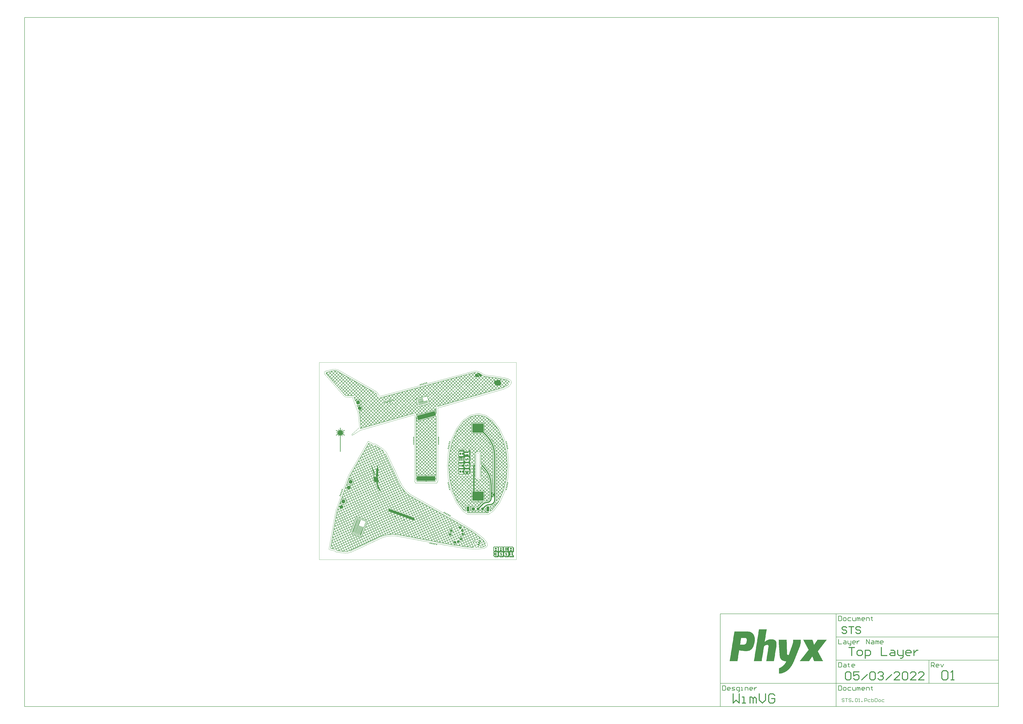
<source format=gtl>
G04*
G04 #@! TF.GenerationSoftware,Altium Limited,Altium Designer,22.2.1 (43)*
G04*
G04 Layer_Physical_Order=1*
G04 Layer_Color=3394611*
%FSLAX25Y25*%
%MOIN*%
G70*
G04*
G04 #@! TF.SameCoordinates,09E568D2-82FC-486A-A2B8-6DB2FCDF8EDF*
G04*
G04*
G04 #@! TF.FilePolarity,Positive*
G04*
G01*
G75*
%ADD10C,0.01575*%
%ADD11C,0.00787*%
%ADD12C,0.00591*%
%ADD13C,0.00039*%
G04:AMPARAMS|DCode=14|XSize=314.96mil|YSize=78.74mil|CornerRadius=0mil|HoleSize=0mil|Usage=FLASHONLY|Rotation=15.000|XOffset=0mil|YOffset=0mil|HoleType=Round|Shape=Rectangle|*
%AMROTATEDRECTD14*
4,1,4,-0.14193,-0.07879,-0.16230,-0.00273,0.14193,0.07879,0.16230,0.00273,-0.14193,-0.07879,0.0*
%
%ADD14ROTATEDRECTD14*%

%ADD15R,0.31496X0.07874*%
%ADD16C,0.01000*%
%ADD17C,0.01968*%
%ADD18R,0.01575X0.03937*%
%ADD19C,0.01968*%
%ADD20R,0.19685X0.15748*%
%ADD21C,0.00394*%
%ADD22C,0.00984*%
G04:AMPARAMS|DCode=23|XSize=472.44mil|YSize=43.31mil|CornerRadius=0mil|HoleSize=0mil|Usage=FLASHONLY|Rotation=160.000|XOffset=0mil|YOffset=0mil|HoleType=Round|Shape=Round|*
%AMOVALD23*
21,1,0.42913,0.04331,0.00000,0.00000,160.0*
1,1,0.04331,0.20163,-0.07339*
1,1,0.04331,-0.20163,0.07339*
%
%ADD23OVALD23*%

G04:AMPARAMS|DCode=24|XSize=61.02mil|YSize=60mil|CornerRadius=0mil|HoleSize=0mil|Usage=FLASHONLY|Rotation=250.000|XOffset=0mil|YOffset=0mil|HoleType=Round|Shape=Round|*
%AMOVALD24*
21,1,0.00102,0.06000,0.00000,0.00000,250.0*
1,1,0.06000,0.00018,0.00048*
1,1,0.06000,-0.00018,-0.00048*
%
%ADD24OVALD24*%

G04:AMPARAMS|DCode=25|XSize=61.02mil|YSize=60mil|CornerRadius=15mil|HoleSize=0mil|Usage=FLASHONLY|Rotation=70.000|XOffset=0mil|YOffset=0mil|HoleType=Round|Shape=RoundedRectangle|*
%AMROUNDEDRECTD25*
21,1,0.06102,0.03000,0,0,70.0*
21,1,0.03102,0.06000,0,0,70.0*
1,1,0.03000,0.01940,0.00945*
1,1,0.03000,0.00879,-0.01971*
1,1,0.03000,-0.01940,-0.00945*
1,1,0.03000,-0.00879,0.01971*
%
%ADD25ROUNDEDRECTD25*%
%ADD26C,0.02362*%
G04:AMPARAMS|DCode=27|XSize=61.02mil|YSize=60mil|CornerRadius=15mil|HoleSize=0mil|Usage=FLASHONLY|Rotation=105.000|XOffset=0mil|YOffset=0mil|HoleType=Round|Shape=RoundedRectangle|*
%AMROUNDEDRECTD27*
21,1,0.06102,0.03000,0,0,105.0*
21,1,0.03102,0.06000,0,0,105.0*
1,1,0.03000,0.01047,0.01887*
1,1,0.03000,0.01850,-0.01110*
1,1,0.03000,-0.01047,-0.01887*
1,1,0.03000,-0.01850,0.01110*
%
%ADD27ROUNDEDRECTD27*%
G04:AMPARAMS|DCode=28|XSize=61.02mil|YSize=60mil|CornerRadius=0mil|HoleSize=0mil|Usage=FLASHONLY|Rotation=285.000|XOffset=0mil|YOffset=0mil|HoleType=Round|Shape=Round|*
%AMOVALD28*
21,1,0.00102,0.06000,0.00000,0.00000,285.0*
1,1,0.06000,-0.00013,0.00049*
1,1,0.06000,0.00013,-0.00049*
%
%ADD28OVALD28*%

G04:AMPARAMS|DCode=29|XSize=86.61mil|YSize=47.24mil|CornerRadius=11.81mil|HoleSize=0mil|Usage=FLASHONLY|Rotation=90.000|XOffset=0mil|YOffset=0mil|HoleType=Round|Shape=RoundedRectangle|*
%AMROUNDEDRECTD29*
21,1,0.08661,0.02362,0,0,90.0*
21,1,0.06299,0.04724,0,0,90.0*
1,1,0.02362,0.01181,0.03150*
1,1,0.02362,0.01181,-0.03150*
1,1,0.02362,-0.01181,-0.03150*
1,1,0.02362,-0.01181,0.03150*
%
%ADD29ROUNDEDRECTD29*%
%ADD30C,0.05118*%
G04:AMPARAMS|DCode=31|XSize=51.18mil|YSize=51.18mil|CornerRadius=12.8mil|HoleSize=0mil|Usage=FLASHONLY|Rotation=0.000|XOffset=0mil|YOffset=0mil|HoleType=Round|Shape=RoundedRectangle|*
%AMROUNDEDRECTD31*
21,1,0.05118,0.02559,0,0,0.0*
21,1,0.02559,0.05118,0,0,0.0*
1,1,0.02559,0.01280,-0.01280*
1,1,0.02559,-0.01280,-0.01280*
1,1,0.02559,-0.01280,0.01280*
1,1,0.02559,0.01280,0.01280*
%
%ADD31ROUNDEDRECTD31*%
%ADD32C,0.02756*%
G36*
X251457Y296991D02*
X251473Y296982D01*
X251578Y296975D01*
X251578D01*
X251578Y296975D01*
X251579Y296975D01*
X251580D01*
X251581Y296975D01*
X251581Y296975D01*
X251634Y296979D01*
X251705Y296965D01*
X251729Y296960D01*
X251729Y296960D01*
X251729Y296960D01*
X251729Y296959D01*
X251730Y296959D01*
X251730Y296959D01*
X251730Y296959D01*
X251811Y296948D01*
X251860Y296928D01*
X251860D01*
X251864Y296927D01*
X251888Y296922D01*
X251888Y296922D01*
X251890Y296922D01*
X251947Y296915D01*
X251983Y296903D01*
X251983Y296903D01*
X251985Y296902D01*
X252007Y296898D01*
X252070Y296870D01*
X252070Y296870D01*
X252075Y296869D01*
X252098Y296864D01*
X252172Y296844D01*
X252172Y296844D01*
X252186Y296831D01*
X252259Y296806D01*
X252285Y296791D01*
X252366Y296744D01*
X252394Y296728D01*
X252475Y296681D01*
X252514Y296659D01*
X252557Y296625D01*
Y296625D01*
X252559Y296624D01*
X252613Y296593D01*
X252710Y296528D01*
X252710Y296528D01*
X252710Y296528D01*
X252710Y296528D01*
X252711Y296527D01*
X252711Y296527D01*
X252711Y296527D01*
X252711Y296527D01*
X252711Y296527D01*
X252710Y296528D01*
X252710Y296528D01*
X252710Y296528D01*
X252711Y296527D01*
X253111Y296278D01*
X253398Y296103D01*
X253969Y295728D01*
X254459Y295400D01*
X254861Y295141D01*
X255451Y294737D01*
X255522Y294687D01*
X255620Y294621D01*
X255747Y294530D01*
X255849Y294444D01*
X255987Y294311D01*
X256071Y294209D01*
X256147Y294094D01*
X256194Y294004D01*
X256197Y294000D01*
X256210Y293985D01*
X256226Y293926D01*
X256254Y293821D01*
X256254Y293653D01*
X256247Y293597D01*
X256212Y293476D01*
X256178Y293401D01*
X256145Y293359D01*
X256145Y293359D01*
X256145Y293359D01*
X256145Y293359D01*
X256144Y293358D01*
X256144Y293358D01*
X256144Y293358D01*
X255727Y292729D01*
X255614Y292550D01*
Y292550D01*
X255614Y292549D01*
X255614Y292549D01*
X255614Y292549D01*
X255614Y292549D01*
X255613Y292548D01*
X255606Y292536D01*
X255526Y292412D01*
X255467Y292327D01*
X255371Y292175D01*
X255290Y292050D01*
X255140Y291838D01*
X255140Y291838D01*
X255137Y291820D01*
X255137Y291819D01*
X254930Y291506D01*
X254817Y291326D01*
X254817Y291325D01*
X254796Y291289D01*
X254796Y291289D01*
X254774Y291282D01*
X254721Y291222D01*
X254721Y291222D01*
X254719Y291219D01*
X254714Y291210D01*
X254630Y291154D01*
Y291154D01*
X254628Y291153D01*
X254612Y291138D01*
X254544Y291110D01*
X254300Y291044D01*
X254203Y291029D01*
X254148Y291026D01*
X254014Y291024D01*
X253992Y291028D01*
X253992Y291028D01*
X253990Y291028D01*
X253860Y291040D01*
X253860Y291040D01*
X253853Y291039D01*
X253836Y291035D01*
X253770Y291048D01*
X253531Y291132D01*
X253167Y291297D01*
X253155Y291304D01*
X253154Y291305D01*
X253154D01*
X253152Y291306D01*
X252907Y291411D01*
X252787Y291481D01*
X252660Y291572D01*
X252602Y291623D01*
X252527Y291701D01*
X252525Y291706D01*
X252525Y291706D01*
X252521Y291714D01*
X252420Y291836D01*
X252098Y292266D01*
X252098Y292266D01*
X252095Y292269D01*
X252068Y292293D01*
X252030Y292349D01*
X252030Y292350D01*
X252030Y292350D01*
X252030Y292349D01*
X252030Y292350D01*
X252030Y292350D01*
X252030Y292350D01*
X252030Y292351D01*
X252029Y292351D01*
X251958Y292446D01*
X251922Y292494D01*
X251815Y292637D01*
X251744Y292733D01*
X251744Y292733D01*
X251743Y292734D01*
X251693Y292790D01*
X251678Y292807D01*
X251621Y292894D01*
X251621Y292894D01*
X251620Y292895D01*
X251532Y293009D01*
X251458Y293115D01*
X251458Y293115D01*
X251457Y293116D01*
X251339Y293256D01*
X251268Y293351D01*
X251194Y293458D01*
X251139Y293534D01*
X251139Y293534D01*
X251137Y293536D01*
X251089Y293591D01*
X250734Y294058D01*
X250492Y294361D01*
X250206Y294743D01*
X249870Y295182D01*
X249701Y295388D01*
X249517Y295691D01*
X249485Y295771D01*
X249474Y295810D01*
X249474Y295853D01*
X249474Y295853D01*
X249473Y295858D01*
X249465Y295887D01*
X249469Y295954D01*
X249469Y295954D01*
X249469Y295954D01*
X249469Y295954D01*
X249469Y295954D01*
X249469Y295955D01*
Y295955D01*
X249469Y295960D01*
X249468Y295961D01*
X249464Y295978D01*
X249468Y296043D01*
X249472Y296064D01*
X249492Y296114D01*
X249492Y296114D01*
X249493Y296122D01*
X249493Y296128D01*
X249492Y296131D01*
X249509Y296175D01*
X249516Y296187D01*
X249516Y296187D01*
X249519Y296194D01*
X249528Y296239D01*
X249534Y296249D01*
X249550Y296276D01*
X249564Y296301D01*
X249580Y296315D01*
X249580Y296315D01*
X249586Y296324D01*
X249597Y296357D01*
X249639Y296400D01*
X249639D01*
X249642Y296405D01*
X249648Y296415D01*
X249699Y296461D01*
X249737Y296482D01*
X249857Y296548D01*
X249857D01*
X249859Y296549D01*
X249886Y296567D01*
X250104Y296647D01*
X250104Y296647D01*
X250112Y296648D01*
X250783Y296842D01*
X250783D01*
X250786Y296843D01*
X250857Y296873D01*
X251221Y296971D01*
X251227Y296967D01*
X251242Y296965D01*
X251361Y296985D01*
X251457Y296991D01*
Y296991D01*
D02*
G37*
G36*
X251112Y296941D02*
X251176Y296958D01*
X251221Y296971D01*
X251112Y296941D01*
D02*
G37*
G36*
X247898Y295985D02*
X247899Y295985D01*
X247900Y295985D01*
X247900Y295985D01*
X247900Y295985D01*
X247997Y295965D01*
X248055Y295958D01*
X248056Y295958D01*
X248057Y295958D01*
X248058Y295957D01*
X248059Y295957D01*
X248059Y295957D01*
X248059Y295957D01*
X248211Y295906D01*
X248212Y295905D01*
X248300Y295872D01*
X248456Y295810D01*
X248456Y295810D01*
X248457Y295809D01*
X248457Y295809D01*
X248458Y295809D01*
X248458Y295809D01*
X248458Y295809D01*
X248539Y295762D01*
X248603Y295734D01*
X248603Y295734D01*
X248604Y295733D01*
X248605Y295733D01*
X248605Y295733D01*
X248606Y295732D01*
X248606Y295732D01*
X248744Y295644D01*
X248811Y295605D01*
X248812Y295604D01*
X248814Y295603D01*
X248815Y295602D01*
X248816Y295601D01*
X248817Y295600D01*
X248817Y295600D01*
X248831Y295584D01*
X248855Y295571D01*
X248855Y295570D01*
X248855Y295570D01*
X248856Y295570D01*
X248856Y295569D01*
X248857Y295569D01*
X248857Y295569D01*
X248927Y295519D01*
X248928Y295519D01*
X248928Y295519D01*
X248929Y295518D01*
X248930Y295517D01*
X248930Y295517D01*
X248930Y295517D01*
X248993Y295454D01*
X248994Y295453D01*
X248994Y295453D01*
X249010Y295434D01*
X249010Y295434D01*
X249011Y295434D01*
X249011Y295434D01*
X249011Y295433D01*
X249011Y295433D01*
X249011Y295433D01*
X249063Y295367D01*
X249063Y295367D01*
X249063Y295367D01*
X249064Y295367D01*
X249064Y295366D01*
X249064Y295366D01*
X249064Y295366D01*
X249138Y295260D01*
X249476Y294811D01*
X250054Y294071D01*
X250369Y293663D01*
X250543Y293445D01*
X250543Y293444D01*
X250650Y293301D01*
X250721Y293206D01*
X250770Y293151D01*
X250770Y293151D01*
X250771Y293150D01*
X250771Y293150D01*
X250771Y293149D01*
X250771Y293149D01*
X250771Y293149D01*
X250845Y293043D01*
X250930Y292940D01*
X251002Y292844D01*
X251003Y292843D01*
X251004Y292842D01*
X251005Y292840D01*
X251005Y292838D01*
X251006Y292837D01*
X251006Y292837D01*
X251008Y292830D01*
X251093Y292720D01*
X251158Y292646D01*
X251158Y292646D01*
X251158Y292646D01*
X251159Y292645D01*
X251159Y292645D01*
X251159Y292645D01*
X251159Y292645D01*
X251233Y292539D01*
X251269Y292491D01*
X251321Y292425D01*
X251425Y292292D01*
X251546Y292141D01*
X251654Y291998D01*
X251755Y291876D01*
X251755Y291876D01*
X251755Y291875D01*
X251756Y291875D01*
X251756Y291874D01*
X251756Y291874D01*
X251756Y291874D01*
X251814Y291787D01*
X251869Y291710D01*
X251869Y291710D01*
X251869Y291709D01*
X251870Y291709D01*
X251870Y291708D01*
X251870Y291708D01*
X251870Y291708D01*
X251892Y291668D01*
X251892Y291668D01*
X251893Y291667D01*
X251893Y291667D01*
X251893Y291666D01*
X251893Y291666D01*
X251893Y291666D01*
X251924Y291594D01*
X251924Y291594D01*
X251925Y291592D01*
Y291592D01*
X251924Y291594D01*
X251924Y291594D01*
X251924Y291594D01*
X251924Y291594D01*
X251924Y291594D01*
X251924Y291594D01*
X251924Y291593D01*
X251924Y291592D01*
X251925Y291592D01*
X251925Y291592D01*
X251925Y291592D01*
X251925Y291591D01*
X251925Y291591D01*
X251925Y291591D01*
X251925Y291591D01*
X251925Y291590D01*
X251925Y291590D01*
X251954Y291484D01*
X251974Y291409D01*
X251982Y291377D01*
X251982Y291376D01*
X251982Y291376D01*
X251983Y291375D01*
X251983Y291375D01*
X251983Y291374D01*
X251983Y291374D01*
X251998Y291275D01*
X251998Y291275D01*
X251998Y291274D01*
X251998Y291273D01*
X251998Y291272D01*
X251998Y291272D01*
X251998Y291271D01*
X251998Y291271D01*
X251994Y291201D01*
Y291201D01*
X251994Y291201D01*
X251994Y291200D01*
X251994Y291200D01*
X251994Y291200D01*
X251994Y291200D01*
X251980Y291082D01*
X251980Y291084D01*
X251980Y291084D01*
X251980Y291082D01*
X251980Y291082D01*
Y291082D01*
X251980Y291081D01*
X251980Y291082D01*
X251980Y291082D01*
X251980Y291081D01*
X251980Y291081D01*
X251980Y291081D01*
X251980Y291081D01*
X251980Y291081D01*
X251980Y291080D01*
X251980D01*
X251979Y291080D01*
X251980Y291080D01*
X251980Y291080D01*
X251980D01*
X251979Y291078D01*
X251979Y291078D01*
X251979Y291080D01*
X251979Y291079D01*
X251979Y291078D01*
X251979Y291078D01*
X251979Y291078D01*
X251956Y290992D01*
X251956Y290991D01*
X251956Y290991D01*
X251956Y290990D01*
X251956Y290989D01*
X251955Y290989D01*
X251955Y290989D01*
X251906Y290873D01*
X251906Y290873D01*
X251906Y290872D01*
X251906Y290872D01*
X251906Y290871D01*
X251905Y290871D01*
X251905Y290871D01*
X251822Y290711D01*
X251822Y290710D01*
X251821Y290709D01*
X251821Y290709D01*
X251820Y290708D01*
X251820Y290707D01*
X251820Y290707D01*
X251683Y290533D01*
X251683Y290533D01*
X251682Y290532D01*
X251681Y290531D01*
X251681Y290530D01*
X251680Y290530D01*
X251680Y290530D01*
X251569Y290432D01*
X251477Y290349D01*
X251476Y290349D01*
X251476Y290349D01*
X251476Y290349D01*
X251476Y290349D01*
X251476Y290349D01*
X251476Y290349D01*
X251476Y290349D01*
X251476Y290349D01*
X251475Y290348D01*
X251476Y290349D01*
X251476Y290349D01*
X251410Y290297D01*
X251409Y290296D01*
X251408Y290295D01*
X251407Y290295D01*
X251405Y290294D01*
X251405Y290294D01*
X251405Y290294D01*
X251345Y290266D01*
X251317Y290248D01*
X251317Y290248D01*
X251317Y290248D01*
X251314Y290246D01*
X251141Y290166D01*
X251141Y290165D01*
X251140Y290165D01*
X251139Y290165D01*
X251138Y290164D01*
X251137Y290164D01*
X251137D01*
X251030Y290136D01*
X251030Y290135D01*
X251029Y290135D01*
X251027Y290135D01*
X251026Y290135D01*
X251026Y290135D01*
X251026Y290135D01*
X250878Y290130D01*
X250833Y290129D01*
X250766Y290123D01*
X250766Y290123D01*
X250766Y290123D01*
X250765Y290123D01*
X250764Y290122D01*
X250764D01*
X250638Y290123D01*
X250638D01*
X250638Y290123D01*
X250637Y290123D01*
X250635Y290123D01*
X250634Y290123D01*
X250634Y290124D01*
X250634D01*
X250586Y290133D01*
X250493Y290142D01*
X250304Y290161D01*
X250304Y290161D01*
X250304Y290161D01*
X250303Y290161D01*
X250304Y290161D01*
X250304Y290161D01*
X250304Y290161D01*
X250304Y290161D01*
X250303Y290161D01*
X249973Y290208D01*
X249967Y290207D01*
X249966Y290206D01*
X249965Y290206D01*
X249963Y290206D01*
X249962Y290206D01*
X249961Y290206D01*
X249961Y290206D01*
X249960Y290206D01*
X249960Y290206D01*
X249959Y290206D01*
X249959Y290206D01*
X249959Y290206D01*
X249603Y290248D01*
X249321Y290276D01*
X249108Y290299D01*
X249108Y290299D01*
X249107Y290299D01*
X249108Y290299D01*
X249107Y290299D01*
X248822Y290337D01*
X248634Y290356D01*
X248361Y290386D01*
X248267Y290395D01*
X248266Y290395D01*
X248266Y290395D01*
X248075Y290424D01*
X247779Y290460D01*
X247567Y290483D01*
X247417Y290488D01*
X247417Y290488D01*
X247416Y290489D01*
X247415Y290489D01*
X247415Y290489D01*
X247414Y290489D01*
Y290489D01*
X247199Y290523D01*
X246927Y290553D01*
X246526Y290595D01*
X246525Y290595D01*
X246525D01*
X246108Y290655D01*
X246108Y290655D01*
X246107Y290655D01*
X246106Y290655D01*
X246105Y290655D01*
X246104Y290656D01*
X246104Y290656D01*
X245791Y290755D01*
X245790Y290755D01*
X245789Y290756D01*
X245789Y290756D01*
X245788Y290756D01*
X245788Y290756D01*
X245788D01*
X245576Y290861D01*
X245470Y290913D01*
X245470Y290913D01*
X245469Y290913D01*
X245468Y290914D01*
X245467Y290914D01*
X245467Y290914D01*
X245467D01*
X245410Y290956D01*
X245410Y290956D01*
X245410Y290957D01*
X245409Y290957D01*
X245409Y290957D01*
X245409Y290957D01*
X245409Y290957D01*
X245292Y291052D01*
X245291Y291053D01*
X245291Y291053D01*
X245215Y291124D01*
X245214Y291124D01*
X245214Y291124D01*
X245214Y291125D01*
X245214Y291125D01*
X245214Y291125D01*
X245214Y291125D01*
X245105Y291233D01*
X245104Y291234D01*
X245102Y291236D01*
X245100Y291239D01*
X245099Y291241D01*
X245099Y291243D01*
X245099Y291243D01*
X245097Y291250D01*
X245038Y291346D01*
X245036Y291348D01*
X245036Y291348D01*
X244983Y291460D01*
X244983Y291461D01*
X244983Y291461D01*
X244983Y291461D01*
X244983Y291462D01*
X244983Y291462D01*
X244940Y291577D01*
X244940Y291577D01*
X244940Y291578D01*
X244940Y291578D01*
X244940Y291579D01*
X244940Y291579D01*
Y291579D01*
X244923Y291643D01*
X244894Y291750D01*
X244894Y291751D01*
X244894Y291751D01*
X244894Y291752D01*
X244894Y291753D01*
X244893Y291753D01*
Y291753D01*
X244872Y291919D01*
X244872Y291919D01*
X244872Y291920D01*
X244872Y291921D01*
X244872Y291922D01*
X244872Y291922D01*
X244872Y291922D01*
X244870Y292185D01*
X244864Y292677D01*
X244844Y293567D01*
X244827Y294101D01*
X244817Y294224D01*
X244817Y294226D01*
Y294226D01*
X244818Y294307D01*
X244818Y294308D01*
X244818Y294309D01*
X244818Y294309D01*
X244818Y294310D01*
X244818Y294311D01*
X244818Y294311D01*
X244823Y294333D01*
X244824Y294411D01*
X244818Y294477D01*
X244818Y294477D01*
X244818Y294479D01*
X244818Y294481D01*
X244818Y294482D01*
X244818Y294483D01*
X244818Y294483D01*
X244823Y294507D01*
X244828Y294529D01*
X244824Y294583D01*
X244824Y294583D01*
X244824Y294584D01*
X244824Y294585D01*
X244824Y294587D01*
X244824Y294587D01*
X244824Y294587D01*
X244846Y294719D01*
X244847Y294720D01*
X244847Y294722D01*
X244848Y294724D01*
X244848Y294726D01*
X244849Y294727D01*
X244849Y294727D01*
X244879Y294779D01*
X244904Y294853D01*
X244904Y294853D01*
X244905Y294855D01*
X244906Y294857D01*
X244907Y294858D01*
X244908Y294859D01*
Y294859D01*
X245010Y294989D01*
X245060Y295060D01*
X245061Y295062D01*
X245061Y295062D01*
X245166Y295181D01*
X245193Y295212D01*
X245193Y295212D01*
X245194Y295213D01*
X245195Y295214D01*
X245196Y295214D01*
X245196Y295215D01*
X245196Y295215D01*
X245292Y295286D01*
X245293Y295287D01*
X245398Y295361D01*
X245399Y295361D01*
X245400Y295362D01*
X245401Y295362D01*
X245402Y295363D01*
X245402Y295363D01*
X245402Y295363D01*
X245608Y295453D01*
X245669Y295480D01*
X245669Y295481D01*
X245670Y295481D01*
X245670Y295481D01*
X245671Y295481D01*
X245671Y295481D01*
X245671Y295481D01*
X245871Y295546D01*
X245873Y295547D01*
X245873Y295547D01*
X247201Y295903D01*
X247202Y295903D01*
X247494Y295970D01*
X247494Y295970D01*
X247496Y295970D01*
X247497Y295970D01*
X247499Y295970D01*
X247500Y295970D01*
X247500Y295970D01*
X247533Y295968D01*
X247722Y295985D01*
X247722Y295985D01*
X247723Y295985D01*
X247723Y295985D01*
X247724Y295985D01*
X247724Y295985D01*
X247724Y295985D01*
X247896Y295985D01*
X247897Y295985D01*
X247898Y295985D01*
D02*
G37*
G36*
X251476Y290349D02*
X251476Y290349D01*
X251476Y290349D01*
X251476Y290349D01*
X251477Y290349D01*
X251476Y290349D01*
D02*
G37*
G36*
X251476Y290349D02*
X251476Y290349D01*
X251476Y290349D01*
X251476Y290349D01*
X251476Y290349D01*
X251476Y290349D01*
X251476Y290349D01*
D02*
G37*
G36*
X251317Y290248D02*
X251316Y290248D01*
X251317Y290248D01*
X251317Y290248D01*
X251317Y290248D01*
X251317Y290248D01*
X251317Y290248D01*
D02*
G37*
G36*
X251316Y290248D02*
X251316Y290247D01*
X251315Y290247D01*
X251315Y290247D01*
X251315Y290247D01*
X251315D01*
X251315Y290247D01*
X251316Y290248D01*
X251316Y290248D01*
D02*
G37*
G36*
X286869Y285040D02*
X287767Y284290D01*
X288243Y282513D01*
X289082Y280109D01*
X288444Y277166D01*
X287263Y275985D01*
X285294Y275591D01*
X282145D01*
X280531Y276286D01*
X279085Y276702D01*
X277769Y278427D01*
X277436Y279829D01*
X277339Y280619D01*
X277420Y285434D01*
X279481Y284114D01*
X281211Y284382D01*
X284507Y285434D01*
X286869Y285040D01*
D02*
G37*
G36*
X156254Y253564D02*
X146889Y251055D01*
X146696Y251775D01*
X156061Y254285D01*
X156254Y253564D01*
D02*
G37*
G36*
X101925Y251072D02*
X99881Y250524D01*
X99879Y250524D01*
X99877Y250523D01*
X99875Y250523D01*
X99873Y250522D01*
X99871Y250521D01*
X99869Y250521D01*
X99867Y250520D01*
X99865Y250520D01*
X99863Y250519D01*
X99861Y250519D01*
X99859Y250518D01*
X99857Y250518D01*
X99856Y250517D01*
X99854Y250517D01*
X99852Y250516D01*
X99850Y250516D01*
X99848Y250515D01*
X99846Y250515D01*
X99844Y250514D01*
X99843Y250513D01*
X99841Y250513D01*
X99839Y250512D01*
X99837Y250512D01*
X99835Y250511D01*
X99834Y250511D01*
X99832Y250510D01*
X99830Y250510D01*
X99828Y250509D01*
X99826Y250508D01*
X99825Y250508D01*
X99823Y250507D01*
X99821Y250507D01*
X99819Y250506D01*
X99818Y250506D01*
X99816Y250505D01*
X99814Y250504D01*
X99813Y250504D01*
X99811Y250503D01*
X99809Y250503D01*
X99807Y250502D01*
X99806Y250502D01*
X99804Y250501D01*
X99802Y250500D01*
X99801Y250500D01*
X99799Y250499D01*
X99797Y250499D01*
X99796Y250498D01*
X99794Y250498D01*
X99793Y250497D01*
X99791Y250497D01*
X99789Y250496D01*
X99788Y250495D01*
X99786Y250495D01*
X99785Y250494D01*
X99783Y250494D01*
X99782Y250493D01*
X99780Y250492D01*
X99778Y250492D01*
X99777Y250491D01*
X99775Y250491D01*
X99774Y250490D01*
X99772Y250489D01*
X99771Y250489D01*
X99769Y250488D01*
X99768Y250488D01*
X99766Y250487D01*
X99765Y250486D01*
X99763Y250486D01*
X99762Y250485D01*
X99760Y250485D01*
X99759Y250484D01*
X99757Y250483D01*
X99756Y250483D01*
X99755Y250482D01*
X99753Y250482D01*
X99752Y250481D01*
X99750Y250480D01*
X99749Y250480D01*
X99748Y250479D01*
X99746Y250479D01*
X99745Y250478D01*
X99743Y250477D01*
X99742Y250477D01*
X99741Y250476D01*
X99739Y250476D01*
X99738Y250475D01*
X99737Y250474D01*
X99735Y250474D01*
X99734Y250473D01*
X99733Y250472D01*
X99731Y250472D01*
X99730Y250471D01*
X99729Y250470D01*
X99727Y250470D01*
X99726Y250469D01*
X99724Y250468D01*
X99722Y250467D01*
X99721Y250467D01*
X99719Y250466D01*
X99718Y250465D01*
X99716Y250464D01*
X99715Y250463D01*
X99713Y250463D01*
X99712Y250462D01*
X99710Y250461D01*
X99708Y250460D01*
X99707Y250459D01*
X99705Y250459D01*
X99704Y250458D01*
X99703Y250457D01*
X99701Y250456D01*
X99700Y250455D01*
X99698Y250454D01*
X99697Y250453D01*
X99695Y250453D01*
X99694Y250452D01*
X99692Y250451D01*
X99691Y250450D01*
X99690Y250449D01*
X99688Y250448D01*
X99687Y250448D01*
X99685Y250447D01*
X99684Y250446D01*
X99682Y250444D01*
X99681Y250443D01*
X99679Y250442D01*
X99677Y250441D01*
X99676Y250440D01*
X99674Y250439D01*
X99673Y250438D01*
X99671Y250437D01*
X99670Y250436D01*
X99668Y250435D01*
X99666Y250433D01*
X99664Y250432D01*
X99663Y250431D01*
X99661Y250430D01*
X99659Y250428D01*
X99657Y250427D01*
X99656Y250425D01*
X99654Y250424D01*
X99652Y250422D01*
X99650Y250420D01*
X99648Y250419D01*
X99645Y250417D01*
X99643Y250415D01*
X99641Y250413D01*
X99638Y250410D01*
X99635Y250407D01*
X99632Y250404D01*
X99632Y250404D01*
X99631Y250403D01*
X99630Y250402D01*
X99629Y250401D01*
X99628Y250400D01*
X99627Y250400D01*
X99627Y250400D01*
X99626Y250398D01*
X99623Y250395D01*
X99620Y250392D01*
X99617Y250389D01*
X99616Y250387D01*
X99615Y250386D01*
X99613Y250384D01*
X99611Y250381D01*
X99610Y250379D01*
X99609Y250378D01*
X99608Y250377D01*
X99607Y250376D01*
X99606Y250375D01*
X99606Y250374D01*
X99605Y250373D01*
X99603Y250370D01*
X99600Y250367D01*
X99598Y250364D01*
X99597Y250361D01*
X99595Y250359D01*
X99594Y250357D01*
X99593Y250355D01*
X99591Y250353D01*
X99590Y250351D01*
X99589Y250348D01*
X99589Y250348D01*
X99588Y250348D01*
X99588Y250346D01*
X99587Y250345D01*
X99586Y250344D01*
X99585Y250343D01*
X99585Y250341D01*
X99583Y250338D01*
X99581Y250334D01*
X99579Y250331D01*
X99578Y250329D01*
X99578Y250328D01*
X99577Y250326D01*
X99576Y250324D01*
X99575Y250322D01*
X99574Y250321D01*
X99574Y250321D01*
X99574Y250320D01*
X99573Y250318D01*
X99572Y250316D01*
X99572Y250314D01*
X99571Y250313D01*
X99571Y250313D01*
X99571Y250313D01*
X99570Y250311D01*
X99570Y250310D01*
X99569Y250308D01*
X99569Y250308D01*
X99569Y250307D01*
X99568Y250306D01*
X99568Y250304D01*
X99567Y250303D01*
X99567Y250302D01*
X99567Y250302D01*
X99566Y250300D01*
X99566Y250299D01*
X99565Y250298D01*
X99565Y250297D01*
X99563Y250292D01*
X99562Y250288D01*
X99561Y250283D01*
X99559Y250279D01*
X99558Y250275D01*
X99557Y250271D01*
X99556Y250267D01*
X99555Y250264D01*
X99555Y250260D01*
X99554Y250256D01*
X99553Y250253D01*
X99553Y250250D01*
X99552Y250246D01*
X99551Y250243D01*
X99551Y250240D01*
X99550Y250236D01*
X99550Y250233D01*
X99550Y250230D01*
X99549Y250227D01*
X99549Y250224D01*
X99549Y250221D01*
X99548Y250218D01*
X99548Y250215D01*
X99548Y250212D01*
X99548Y250208D01*
X99547Y250205D01*
X99547Y250202D01*
X99547Y250199D01*
X99547Y250196D01*
X99547Y250193D01*
X99547Y250190D01*
X99547Y250187D01*
X99547Y250184D01*
X99547Y250181D01*
X99547Y250178D01*
X99547Y250175D01*
X99547Y250172D01*
X99547Y250169D01*
X99547Y250167D01*
X99547Y250164D01*
X99547Y250161D01*
X99548Y250158D01*
X99548Y250155D01*
X99548Y250153D01*
X99548Y250150D01*
X99548Y250147D01*
X99549Y250144D01*
X99549Y250141D01*
X99549Y250138D01*
X99549Y250136D01*
X99550Y250133D01*
X99550Y250130D01*
X99550Y250127D01*
X99551Y250124D01*
X99551Y250120D01*
X99552Y250117D01*
X99552Y250114D01*
X99553Y250111D01*
X99553Y250108D01*
X99554Y250105D01*
X99554Y250101D01*
X99555Y250098D01*
X99555Y250095D01*
X99556Y250092D01*
X99556Y250089D01*
X99557Y250086D01*
X99558Y250082D01*
X99558Y250079D01*
X99559Y250076D01*
X99560Y250073D01*
X99560Y250070D01*
X99561Y250066D01*
X99562Y250063D01*
X99563Y250060D01*
X99564Y250056D01*
X99565Y250053D01*
X99565Y250049D01*
X99566Y250049D01*
X99566Y250048D01*
X99566Y250047D01*
X99566Y250046D01*
X99566Y250045D01*
X99567Y250045D01*
X99567Y250045D01*
X99567Y250044D01*
X99567Y250044D01*
X99567Y250043D01*
X99568Y250040D01*
X99569Y250037D01*
X99569Y250034D01*
X99570Y250031D01*
X99571Y250028D01*
X99572Y250026D01*
X99573Y250023D01*
X99574Y250020D01*
X99575Y250017D01*
X99576Y250014D01*
X99577Y250011D01*
X99578Y250008D01*
X99579Y250005D01*
X99580Y250003D01*
X99581Y250000D01*
X99582Y249997D01*
X99583Y249994D01*
X99584Y249991D01*
X99585Y249989D01*
X99586Y249986D01*
X99587Y249983D01*
X99588Y249981D01*
X99590Y249978D01*
X99591Y249975D01*
X99592Y249973D01*
X99593Y249970D01*
X99594Y249967D01*
X99595Y249965D01*
X99597Y249962D01*
X99598Y249959D01*
X99599Y249957D01*
X99600Y249954D01*
X99602Y249952D01*
X99603Y249949D01*
X99604Y249947D01*
X99606Y249944D01*
X99607Y249942D01*
X99608Y249939D01*
X99610Y249937D01*
X99611Y249935D01*
X99612Y249932D01*
X99614Y249930D01*
X99615Y249928D01*
X99617Y249925D01*
X99618Y249923D01*
X99620Y249920D01*
X99621Y249918D01*
X99623Y249915D01*
X99625Y249913D01*
X99626Y249910D01*
X99628Y249908D01*
X99630Y249906D01*
X99631Y249903D01*
X99633Y249901D01*
X99635Y249899D01*
X99637Y249896D01*
X99639Y249893D01*
X99641Y249891D01*
X99643Y249888D01*
X99645Y249886D01*
X99647Y249884D01*
X99649Y249881D01*
X99651Y249878D01*
X99654Y249876D01*
X99656Y249873D01*
X99659Y249870D01*
X99662Y249868D01*
X99664Y249865D01*
X99667Y249862D01*
X99671Y249859D01*
X99674Y249856D01*
X99674D01*
X99674Y249856D01*
X99675Y249855D01*
X99676Y249854D01*
X99677Y249853D01*
X99678Y249853D01*
X99678Y249852D01*
X99679Y249852D01*
X99680Y249851D01*
X99681Y249850D01*
X99682Y249850D01*
X99682D01*
X99682Y249849D01*
X99683Y249848D01*
X99684Y249847D01*
X99686Y249847D01*
X99686Y249846D01*
X99687Y249846D01*
X99688Y249845D01*
X99689Y249844D01*
X99690Y249843D01*
X99691Y249842D01*
X99692Y249842D01*
X99693Y249841D01*
X99695Y249840D01*
X99696Y249839D01*
X99697Y249838D01*
X99698Y249837D01*
X99700Y249836D01*
X99701Y249835D01*
X99703Y249834D01*
X99704Y249833D01*
Y249833D01*
X99706Y249832D01*
X99709Y249830D01*
X99713Y249828D01*
X99716Y249826D01*
X99718Y249825D01*
X99718Y249825D01*
X99720Y249824D01*
X99721Y249823D01*
X99722Y249822D01*
X99724Y249821D01*
X99726Y249820D01*
X99727Y249820D01*
X99729Y249819D01*
X99731Y249818D01*
X99732Y249817D01*
X99734Y249816D01*
X99736Y249815D01*
X99738Y249814D01*
X99740Y249813D01*
X99742Y249812D01*
X99744Y249811D01*
X99746Y249810D01*
X99749Y249809D01*
X99751Y249808D01*
X99754Y249807D01*
X99757Y249805D01*
X99761Y249804D01*
X99765Y249802D01*
X99765Y249802D01*
X99766Y249802D01*
X99767Y249801D01*
X99769Y249801D01*
X99770Y249800D01*
X99771Y249800D01*
X99773Y249799D01*
X99778Y249797D01*
X99783Y249796D01*
X99789Y249794D01*
X99791Y249793D01*
X99791Y249793D01*
X99792Y249793D01*
X99795Y249792D01*
X99797Y249792D01*
X99800Y249791D01*
X99801Y249791D01*
X99802Y249791D01*
X99803Y249790D01*
X99805Y249790D01*
X99806Y249789D01*
X99807Y249789D01*
X99812Y249788D01*
X99816Y249787D01*
X99819Y249786D01*
X99823Y249786D01*
X99826Y249785D01*
X99829Y249785D01*
X99832Y249784D01*
X99834Y249784D01*
X99837Y249783D01*
X99839Y249783D01*
X99842Y249783D01*
X99844Y249782D01*
X99847Y249782D01*
X99849Y249782D01*
X99851Y249781D01*
X99853Y249781D01*
X99856Y249781D01*
X99857Y249781D01*
X99860Y249781D01*
X99862Y249780D01*
X99864Y249780D01*
X99866Y249780D01*
X99868Y249780D01*
X99870Y249780D01*
X99872Y249780D01*
X99874Y249780D01*
X99876Y249779D01*
X99878Y249779D01*
X99880Y249779D01*
X99882Y249779D01*
X99883Y249779D01*
X99885Y249779D01*
X99887Y249779D01*
X99889Y249779D01*
X99890Y249779D01*
X99892Y249779D01*
X99894Y249779D01*
X99896Y249779D01*
X99898Y249779D01*
X99899Y249779D01*
X99901D01*
X99903Y249779D01*
X99905D01*
X99907Y249779D01*
X99909Y249779D01*
X99910Y249779D01*
X99912Y249779D01*
X99914Y249779D01*
X99916Y249779D01*
X99918Y249779D01*
X99920Y249779D01*
X99922Y249779D01*
X99924Y249779D01*
X99926Y249779D01*
X99928Y249779D01*
X99929Y249780D01*
X99931Y249780D01*
X99933Y249780D01*
X99935Y249780D01*
X99937Y249780D01*
X99939Y249780D01*
X99940Y249780D01*
X99942Y249780D01*
X99943Y249780D01*
X99945Y249781D01*
X99946Y249781D01*
X99948Y249781D01*
X99949Y249781D01*
X99951Y249781D01*
X99952Y249781D01*
X99954Y249781D01*
X99955Y249781D01*
X99957Y249781D01*
X99958Y249782D01*
X99960Y249782D01*
X99962Y249782D01*
X99963Y249782D01*
X99965Y249782D01*
X99966Y249782D01*
X99968Y249783D01*
X99970Y249783D01*
X99971Y249783D01*
X99973Y249783D01*
X99974Y249783D01*
X99976Y249783D01*
X99978Y249784D01*
X99979Y249784D01*
X99981Y249784D01*
X99982Y249784D01*
X99984Y249784D01*
X99986Y249785D01*
X99987Y249785D01*
X99989Y249785D01*
X99991Y249785D01*
X99992Y249785D01*
X99994Y249786D01*
X99996Y249786D01*
X99997Y249786D01*
X99999Y249786D01*
X100001Y249787D01*
X100003Y249787D01*
X100004Y249787D01*
X100006Y249787D01*
X100008Y249788D01*
X100009Y249788D01*
X100011Y249788D01*
X100013Y249788D01*
X100015Y249789D01*
X100016Y249789D01*
X100018Y249789D01*
X100020Y249790D01*
X100022Y249790D01*
X100023Y249790D01*
X100025Y249791D01*
X100027Y249791D01*
X100029Y249791D01*
X100031Y249791D01*
X100032Y249792D01*
X100034Y249792D01*
X100036Y249792D01*
X100038Y249793D01*
X100040Y249793D01*
X100041Y249793D01*
X100043Y249794D01*
X100045Y249794D01*
X100047Y249794D01*
X100049Y249795D01*
X100051Y249795D01*
X100053Y249795D01*
X100055Y249796D01*
X100056Y249796D01*
X100058Y249797D01*
X100060Y249797D01*
X100062Y249797D01*
X100064Y249798D01*
X100066Y249798D01*
X100068Y249798D01*
X100070Y249799D01*
X100072Y249799D01*
X100074Y249799D01*
X100076Y249800D01*
X100078Y249800D01*
X100080Y249801D01*
X100082Y249801D01*
X100084Y249801D01*
X100086Y249802D01*
X100088Y249802D01*
X100090Y249803D01*
X100092Y249803D01*
X100094Y249804D01*
X100096Y249804D01*
X100098Y249805D01*
X100100Y249805D01*
X100102Y249805D01*
X100104Y249806D01*
X100106Y249806D01*
X100108Y249807D01*
X100110Y249807D01*
X100112Y249808D01*
X100114Y249808D01*
X100116Y249809D01*
X100118Y249809D01*
X100120Y249810D01*
X100123Y249810D01*
X100125Y249811D01*
X100127Y249811D01*
X100129Y249812D01*
X100131Y249812D01*
X100133Y249813D01*
X100136Y249813D01*
X100138Y249814D01*
X100140Y249814D01*
X100142Y249815D01*
X100144Y249815D01*
X100146Y249816D01*
X100149Y249816D01*
X100151Y249817D01*
X100153Y249817D01*
X100155Y249818D01*
X100158Y249819D01*
X100160Y249819D01*
X100162Y249820D01*
X100164Y249820D01*
X100167Y249821D01*
X100169Y249821D01*
X100171Y249822D01*
X100173Y249823D01*
X100176Y249823D01*
X100178Y249824D01*
X100180Y249824D01*
X100183Y249825D01*
X100185Y249826D01*
X100188Y249826D01*
X100190Y249827D01*
X100192Y249827D01*
X100195Y249828D01*
X100197Y249829D01*
X100199Y249829D01*
X100202Y249830D01*
X100204Y249831D01*
X100206Y249831D01*
X100209Y249832D01*
X100212Y249833D01*
X100920Y250022D01*
X100921Y250023D01*
X100926Y250024D01*
X100930Y250025D01*
X100935Y250026D01*
X100939Y250027D01*
X100944Y250029D01*
X100948Y250030D01*
X100953Y250031D01*
X100957Y250032D01*
X100962Y250033D01*
X100966Y250034D01*
X100971Y250036D01*
X100975Y250037D01*
X100979Y250038D01*
X100984Y250039D01*
X100988Y250040D01*
X100993Y250041D01*
X100998Y250043D01*
X101004Y250044D01*
X101010Y250045D01*
X101016Y250047D01*
X101022Y250048D01*
X101028Y250050D01*
X101033Y250051D01*
X101039Y250052D01*
X101045Y250054D01*
X101050Y250055D01*
X101056Y250057D01*
X101062Y250058D01*
X101067Y250059D01*
X101073Y250060D01*
X101079Y250062D01*
X101084Y250063D01*
X101090Y250064D01*
X101096Y250065D01*
X101101Y250067D01*
X101107Y250068D01*
X101112Y250069D01*
X101118Y250070D01*
X101123Y250072D01*
X101129Y250073D01*
X101134Y250074D01*
X101140Y250075D01*
X101145Y250076D01*
X101151Y250077D01*
X101156Y250078D01*
X101162Y250079D01*
X101167Y250080D01*
X101172Y250081D01*
X101178Y250082D01*
X101183Y250084D01*
X101188Y250085D01*
X101194Y250086D01*
X101199Y250087D01*
X101204Y250087D01*
X101210Y250089D01*
X101215Y250089D01*
X101220Y250090D01*
X101225Y250091D01*
X101231Y250092D01*
X101236Y250093D01*
X101241Y250094D01*
X101246Y250095D01*
X101251Y250096D01*
X101257Y250097D01*
X101262Y250097D01*
X101267Y250098D01*
X101272Y250099D01*
X101277Y250100D01*
X101282Y250100D01*
X101287Y250101D01*
X101293Y250102D01*
X101298Y250103D01*
X101303Y250103D01*
X101308Y250104D01*
X101313Y250105D01*
X101318Y250106D01*
X101323Y250106D01*
X101328Y250107D01*
X101333Y250107D01*
X101338Y250108D01*
X101343Y250109D01*
X101347Y250109D01*
X101353Y250110D01*
X101357Y250110D01*
X101362Y250111D01*
X101367Y250111D01*
X101372Y250112D01*
X101377Y250112D01*
X101383Y250113D01*
X101389Y250114D01*
X101395Y250114D01*
X101401Y250115D01*
X101407Y250115D01*
X101413Y250116D01*
X101419Y250116D01*
X101425Y250117D01*
X101431Y250117D01*
X101437Y250117D01*
X101443Y250118D01*
X101449Y250118D01*
X101455Y250118D01*
X101460Y250119D01*
X101466Y250119D01*
X101472Y250119D01*
X101478Y250120D01*
X101484Y250120D01*
X101489Y250120D01*
X101495Y250120D01*
X101501Y250120D01*
X101507Y250120D01*
X101512Y250121D01*
X101518Y250121D01*
X101525Y250121D01*
X101532Y250121D01*
X101538Y250121D01*
X101545Y250121D01*
X101552Y250121D01*
X101559Y250121D01*
X101565Y250120D01*
X101572Y250120D01*
X101579Y250120D01*
X101585Y250120D01*
X101592Y250119D01*
X101600Y250119D01*
X101607Y250119D01*
X101615Y250118D01*
X101622Y250118D01*
X101630Y250117D01*
X101637Y250117D01*
X101646Y250116D01*
X101655Y250115D01*
X101663Y250114D01*
X101673Y250113D01*
X101682Y250112D01*
X101692Y250111D01*
X101702Y250109D01*
X101714Y250108D01*
X101725Y250106D01*
X101738Y250104D01*
X101751Y250101D01*
X101766Y250098D01*
Y250098D01*
X101769Y250098D01*
X101773Y250097D01*
X101778Y250096D01*
X101783Y250095D01*
X101785Y250094D01*
X101799Y250091D01*
X101828Y250083D01*
X101856Y250075D01*
X101884Y250066D01*
X101898Y250061D01*
X101901Y250060D01*
X101908Y250058D01*
X101914Y250056D01*
X101920Y250053D01*
X101923Y250052D01*
X101923Y250052D01*
X101925Y250051D01*
X101929Y250050D01*
X101934Y250048D01*
X101938Y250046D01*
X101940Y250045D01*
X101955Y250039D01*
X101967Y250034D01*
X101979Y250029D01*
X101989Y250024D01*
X101999Y250019D01*
X102008Y250015D01*
X102017Y250010D01*
X102026Y250006D01*
X102034Y250002D01*
X102042Y249997D01*
X102049Y249993D01*
X102057Y249989D01*
X102064Y249986D01*
X102071Y249981D01*
X102076Y249978D01*
X102083Y249974D01*
X102089Y249971D01*
X102096Y249967D01*
X102102Y249962D01*
X102109Y249958D01*
X102115Y249954D01*
X102121Y249950D01*
X102128Y249946D01*
X102134Y249941D01*
X102141Y249937D01*
X102147Y249932D01*
X102154Y249927D01*
X102161Y249922D01*
X102168Y249917D01*
X102175Y249911D01*
X102182Y249906D01*
X102189Y249901D01*
X102195Y249895D01*
X102202Y249889D01*
X102209Y249884D01*
X102216Y249877D01*
X102224Y249871D01*
X102231Y249864D01*
X102239Y249858D01*
X102246Y249851D01*
X102253Y249844D01*
X102261Y249836D01*
X102269Y249829D01*
X102277Y249821D01*
X102284Y249813D01*
X102292Y249805D01*
X102300Y249796D01*
X102308Y249788D01*
X102316Y249779D01*
X102325Y249769D01*
X102334Y249759D01*
X102342Y249749D01*
X102351Y249738D01*
X102360Y249727D01*
X102370Y249715D01*
X102380Y249702D01*
X102390Y249689D01*
X102400Y249675D01*
X102410Y249660D01*
X102421Y249644D01*
X102433Y249626D01*
X102445Y249607D01*
X102445Y249607D01*
X102447Y249605D01*
X102450Y249600D01*
X102453Y249594D01*
X102456Y249589D01*
X102458Y249586D01*
X102460Y249584D01*
X102463Y249578D01*
X102467Y249572D01*
X102470Y249566D01*
X102472Y249563D01*
X102473Y249560D01*
X102477Y249553D01*
X102481Y249547D01*
X102485Y249540D01*
X102486Y249537D01*
X102489Y249533D01*
X102493Y249525D01*
X102497Y249518D01*
X102501Y249510D01*
X102503Y249506D01*
X102503D01*
X102505Y249501D01*
X102510Y249492D01*
X102515Y249482D01*
X102520Y249473D01*
X102522Y249468D01*
X102525Y249461D01*
X102531Y249448D01*
X102537Y249435D01*
X102543Y249422D01*
X102546Y249416D01*
X102546D01*
X102556Y249391D01*
X102575Y249342D01*
X102592Y249293D01*
X102608Y249242D01*
X102615Y249217D01*
X102616Y249212D01*
X102618Y249207D01*
X102619Y249201D01*
X102620Y249195D01*
X102622Y249189D01*
X102623Y249184D01*
X102625Y249177D01*
X102627Y249170D01*
X102628Y249163D01*
X102630Y249156D01*
X102631Y249149D01*
X102633Y249143D01*
X102635Y249136D01*
X102636Y249129D01*
X102638Y249123D01*
X102639Y249116D01*
X102640Y249109D01*
X102642Y249103D01*
X102643Y249096D01*
X102644Y249089D01*
X102646Y249083D01*
X102647Y249076D01*
X102648Y249070D01*
X102649Y249063D01*
X102650Y249057D01*
X102651Y249050D01*
X102652Y249044D01*
X102653Y249037D01*
X102655Y249030D01*
X102656Y249022D01*
X102657Y249015D01*
X102658Y249007D01*
X102659Y249000D01*
X102660Y248992D01*
X102661Y248985D01*
X102662Y248978D01*
X102662Y248970D01*
X102663Y248963D01*
X102664Y248955D01*
X102665Y248946D01*
X102665Y248938D01*
X102666Y248930D01*
X102667Y248921D01*
X102667Y248913D01*
X102668Y248904D01*
X102668Y248895D01*
X102669Y248886D01*
X102669Y248877D01*
X102670Y248867D01*
X102670Y248857D01*
X102670Y248847D01*
X102670Y248836D01*
X102670Y248825D01*
X102670Y248813D01*
X102669Y248800D01*
X102669Y248786D01*
X102668Y248772D01*
X102667Y248755D01*
X102667Y248755D01*
X102667Y248753D01*
X102667Y248748D01*
X102666Y248743D01*
X102666Y248738D01*
X102666Y248736D01*
X102666D01*
X102665Y248733D01*
X102665Y248727D01*
X102664Y248721D01*
X102664Y248715D01*
X102663Y248712D01*
X102663Y248712D01*
X102662Y248701D01*
X102659Y248679D01*
X102656Y248658D01*
X102652Y248637D01*
X102650Y248626D01*
X102650Y248626D01*
X102649Y248621D01*
X102647Y248610D01*
X102645Y248600D01*
X102643Y248590D01*
X102641Y248585D01*
X102641Y248582D01*
X102639Y248576D01*
X102638Y248571D01*
X102636Y248565D01*
X102636Y248562D01*
X102635Y248560D01*
X102634Y248555D01*
X102633Y248550D01*
X102631Y248546D01*
X102631Y248544D01*
X102626Y248528D01*
X102622Y248514D01*
X102618Y248501D01*
X102614Y248490D01*
X102611Y248479D01*
X102607Y248469D01*
X102603Y248459D01*
X102600Y248450D01*
X102597Y248441D01*
X102594Y248432D01*
X102590Y248424D01*
X102587Y248416D01*
X102584Y248408D01*
X102581Y248401D01*
X102578Y248394D01*
X102574Y248387D01*
X102571Y248379D01*
X102568Y248372D01*
X102565Y248366D01*
X102562Y248359D01*
X102559Y248353D01*
X102556Y248347D01*
X102553Y248341D01*
X102550Y248334D01*
X102547Y248328D01*
X102544Y248322D01*
X102541Y248316D01*
X102538Y248310D01*
X102535Y248305D01*
X102532Y248299D01*
X102530Y248294D01*
X102527Y248288D01*
X102524Y248283D01*
X102521Y248278D01*
X102518Y248272D01*
X102515Y248267D01*
X102512Y248261D01*
X102509Y248256D01*
X102506Y248251D01*
X102503Y248245D01*
X102499Y248239D01*
X102498Y248238D01*
X102496Y248234D01*
X102494Y248230D01*
X102491Y248226D01*
X102489Y248222D01*
X102486Y248217D01*
X102483Y248212D01*
X102480Y248207D01*
X102477Y248203D01*
X102474Y248198D01*
X102471Y248193D01*
X102468Y248188D01*
X102464Y248183D01*
X102461Y248177D01*
X102457Y248172D01*
X102453Y248167D01*
X102449Y248160D01*
X102445Y248154D01*
X102441Y248148D01*
X102436Y248141D01*
X102431Y248134D01*
X102425Y248127D01*
X102419Y248119D01*
X102412Y248110D01*
X102404Y248099D01*
X102395Y248088D01*
X102395D01*
X102393Y248086D01*
X102390Y248082D01*
X102387Y248078D01*
X102383Y248075D01*
X102382Y248073D01*
X102377Y248067D01*
X102367Y248056D01*
X102357Y248045D01*
X102347Y248034D01*
X102341Y248028D01*
X102341D01*
X102338Y248025D01*
X102331Y248018D01*
X102324Y248011D01*
X102317Y248004D01*
X102313Y248000D01*
X102311Y247999D01*
X102308Y247995D01*
X102304Y247992D01*
X102300Y247988D01*
X102298Y247986D01*
X102286Y247975D01*
X102275Y247966D01*
X102265Y247957D01*
X102257Y247950D01*
X102248Y247943D01*
X102240Y247937D01*
X102233Y247931D01*
X102225Y247926D01*
X102218Y247920D01*
X102211Y247915D01*
X102204Y247910D01*
X102198Y247905D01*
X102191Y247901D01*
X102185Y247897D01*
X102179Y247892D01*
X102173Y247888D01*
X102167Y247884D01*
X102160Y247880D01*
X102155Y247876D01*
X102149Y247872D01*
X102144Y247869D01*
X102138Y247865D01*
X102132Y247862D01*
X102127Y247858D01*
X102121Y247855D01*
X102115Y247851D01*
X102109Y247848D01*
X102103Y247844D01*
X102097Y247841D01*
X102091Y247837D01*
X102086Y247834D01*
X102081Y247832D01*
X102076Y247829D01*
X102071Y247826D01*
X102066Y247823D01*
X102061Y247820D01*
X102055Y247817D01*
X102050Y247814D01*
X102045Y247812D01*
X102039Y247809D01*
X102034Y247806D01*
X102029Y247803D01*
X102023Y247801D01*
X102018Y247798D01*
X102012Y247795D01*
X102007Y247792D01*
X102001Y247790D01*
X101995Y247787D01*
X101990Y247784D01*
X101984Y247781D01*
X101978Y247779D01*
X101972Y247776D01*
X101967Y247773D01*
X101961Y247771D01*
X101955Y247768D01*
X101949Y247765D01*
X101943Y247763D01*
X101937Y247760D01*
X101932Y247758D01*
X101927Y247756D01*
X101923Y247754D01*
X101918Y247752D01*
X101913Y247750D01*
X101908Y247747D01*
X101903Y247745D01*
X101898Y247743D01*
X101893Y247741D01*
X101888Y247739D01*
X101883Y247737D01*
X101878Y247735D01*
X101873Y247733D01*
X101867Y247731D01*
X101862Y247729D01*
X101857Y247727D01*
X101852Y247725D01*
X101847Y247723D01*
X101841Y247721D01*
X101836Y247719D01*
X101831Y247717D01*
X101825Y247715D01*
X101820Y247713D01*
X101814Y247711D01*
X101809Y247709D01*
X101804Y247707D01*
X101798Y247705D01*
X101793Y247703D01*
X101787Y247701D01*
X101781Y247699D01*
X101776Y247697D01*
X101770Y247695D01*
X101765Y247693D01*
X101759Y247691D01*
X101753Y247689D01*
X101748Y247687D01*
X101742Y247685D01*
X101736Y247683D01*
X101730Y247681D01*
X101724Y247679D01*
X101718Y247677D01*
X101713Y247676D01*
X101707Y247674D01*
X101701Y247672D01*
X101695Y247670D01*
X101689Y247668D01*
X101683Y247666D01*
X101676Y247664D01*
X101670Y247662D01*
X101664Y247660D01*
X101658Y247659D01*
X101652Y247657D01*
X101646Y247655D01*
X101639Y247653D01*
X101633Y247651D01*
X101627Y247649D01*
X101621Y247647D01*
X101614Y247646D01*
X101608Y247644D01*
X101601Y247642D01*
X101595Y247640D01*
X101588Y247638D01*
X101582Y247636D01*
X101576Y247635D01*
X101569Y247633D01*
X101562Y247631D01*
X101556Y247629D01*
X101549Y247627D01*
X101541Y247625D01*
X101541Y247625D01*
X98974Y246937D01*
X97162Y249757D01*
X97161Y249758D01*
X97161Y249758D01*
X97161Y249758D01*
X97161Y249758D01*
X97161Y249759D01*
X97161Y249759D01*
X97161Y249759D01*
X97160Y249759D01*
X97160Y249759D01*
X97160Y249759D01*
X97160Y249760D01*
X97160Y249760D01*
X97160Y249760D01*
X97159Y249761D01*
X97159Y249761D01*
X97159Y249761D01*
X97158Y249762D01*
X97158Y249762D01*
X97158Y249763D01*
X97158Y249763D01*
X97158Y249763D01*
X97158Y249763D01*
X97158Y249763D01*
X97157Y249764D01*
X97157Y249764D01*
X97157Y249764D01*
X97157Y249764D01*
X97157Y249765D01*
X97157Y249765D01*
X97157Y249765D01*
X97157Y249765D01*
X97156Y249765D01*
X97156Y249766D01*
X97156Y249766D01*
X97156Y249766D01*
X97156Y249766D01*
X97155Y249767D01*
X97155Y249767D01*
X97155Y249767D01*
X97155Y249768D01*
X97155Y249768D01*
X97154Y249768D01*
X97154Y249768D01*
X97154Y249769D01*
X97154Y249769D01*
X97154Y249769D01*
X97154Y249769D01*
X97154Y249770D01*
X97153Y249770D01*
X97153Y249770D01*
X97153Y249771D01*
X97153Y249771D01*
X97153Y249771D01*
X97152Y249772D01*
X97152Y249772D01*
X97152Y249772D01*
X97152Y249772D01*
X97151Y249773D01*
X97151Y249773D01*
X97151Y249774D01*
X97151Y249774D01*
X97151Y249774D01*
X97150Y249774D01*
X97150Y249775D01*
X97150Y249775D01*
X97150Y249776D01*
X97149Y249776D01*
X97149Y249776D01*
X97149Y249776D01*
X97149Y249777D01*
X97149Y249777D01*
X97149Y249777D01*
X97148Y249777D01*
X97148Y249778D01*
X97148Y249778D01*
X97148Y249778D01*
X97148Y249778D01*
X97148Y249779D01*
X97147Y249779D01*
X97147Y249779D01*
X97147Y249779D01*
X97147Y249780D01*
X97147Y249780D01*
X97146Y249780D01*
X97146Y249781D01*
X97146Y249781D01*
X97146Y249781D01*
X97146Y249781D01*
X97145Y249782D01*
X97145Y249782D01*
X97145Y249782D01*
X97145Y249783D01*
X97145Y249783D01*
X97144Y249783D01*
X97144Y249784D01*
X97144Y249784D01*
X97144Y249784D01*
X97143Y249785D01*
X97143Y249785D01*
X97143Y249785D01*
X97143Y249786D01*
X97142Y249786D01*
X97142Y249786D01*
X97142Y249787D01*
X97142Y249787D01*
X97142Y249787D01*
X97141Y249787D01*
X97141Y249788D01*
X97141Y249788D01*
X97141Y249788D01*
X97140Y249789D01*
X97140Y249789D01*
X97140Y249790D01*
X97140Y249790D01*
X97140Y249790D01*
X97139Y249790D01*
X97139Y249791D01*
X97139Y249791D01*
X97139Y249791D01*
X97138Y249792D01*
X97138Y249792D01*
X97138Y249792D01*
X97138Y249793D01*
X97137Y249793D01*
X97137Y249793D01*
X97137Y249794D01*
X97137Y249794D01*
X97136Y249794D01*
X97136Y249795D01*
X97136Y249795D01*
X97136Y249795D01*
X97136Y249795D01*
X97135Y249796D01*
X97135Y249796D01*
X97135Y249796D01*
X97135Y249797D01*
X97134Y249797D01*
X97134Y249797D01*
X97134Y249798D01*
X97134Y249798D01*
X97133Y249798D01*
X97133Y249798D01*
X97133Y249799D01*
X97133Y249799D01*
X97133Y249799D01*
X97132Y249800D01*
X97132Y249800D01*
X97132Y249800D01*
X97132Y249800D01*
X97131Y249801D01*
X97131Y249801D01*
X97131Y249801D01*
X97131Y249802D01*
X97131Y249802D01*
X97130Y249802D01*
X97130Y249803D01*
X97130Y249803D01*
X97129Y249803D01*
X97129Y249804D01*
X97129Y249804D01*
X97128Y249804D01*
X97128Y249805D01*
X97128Y249805D01*
X97128Y249805D01*
X97127Y249806D01*
X97127Y249806D01*
X97127Y249806D01*
X97127Y249807D01*
X97126Y249807D01*
X97126Y249808D01*
X97126Y249808D01*
X97125Y249808D01*
X97125Y249809D01*
X97125Y249809D01*
X97124Y249809D01*
X97124Y249810D01*
X97124Y249810D01*
X97124Y249810D01*
X97123Y249811D01*
X97123Y249811D01*
X97123Y249811D01*
X97122Y249812D01*
X97122Y249812D01*
X97122Y249812D01*
X97122Y249812D01*
X97121Y249813D01*
X97121Y249813D01*
X97121Y249813D01*
X97120Y249814D01*
X97120Y249814D01*
X97120Y249814D01*
X97119Y249815D01*
X97119Y249815D01*
X97119Y249815D01*
X97119Y249816D01*
X97118Y249816D01*
X97118Y249816D01*
X97118Y249816D01*
X97117Y249817D01*
X97117Y249817D01*
X97117Y249817D01*
X97117Y249818D01*
X97116Y249818D01*
X97116Y249818D01*
X97116Y249819D01*
X97115Y249819D01*
X97115Y249819D01*
X97115Y249819D01*
X97114Y249820D01*
X97114Y249820D01*
X97114Y249820D01*
X97114Y249821D01*
X97113Y249821D01*
X97113Y249821D01*
X97113Y249821D01*
X97112Y249822D01*
X97112Y249822D01*
X97112Y249822D01*
X97111Y249823D01*
X97111Y249823D01*
X97111Y249823D01*
X97110Y249824D01*
X97110Y249824D01*
X97110Y249824D01*
X97109Y249825D01*
X97109Y249825D01*
X97108Y249825D01*
X97108Y249825D01*
X97108Y249826D01*
X97107Y249826D01*
X97107Y249826D01*
X97106Y249827D01*
X97106Y249827D01*
X97106Y249827D01*
X97105Y249828D01*
X97105Y249828D01*
X97105Y249828D01*
X97104Y249828D01*
X97104Y249829D01*
X97104Y249829D01*
X97103Y249829D01*
X97103Y249830D01*
X97102Y249830D01*
X97101Y249831D01*
X97100Y249832D01*
X97098Y249832D01*
X97097Y249833D01*
X97096Y249834D01*
X97094Y249835D01*
X97093Y249836D01*
X97091Y249837D01*
X97089Y249838D01*
X97088Y249839D01*
X97086Y249840D01*
X97085Y249840D01*
X97085Y249840D01*
X97084Y249841D01*
X97084Y249841D01*
X97084Y249841D01*
X97083Y249841D01*
X97083Y249841D01*
X97082Y249842D01*
X97082Y249842D01*
X97081Y249842D01*
X97081Y249842D01*
X97080Y249843D01*
X97080Y249843D01*
X97079Y249843D01*
X97079Y249844D01*
X97078Y249844D01*
X97077Y249844D01*
X97077Y249844D01*
X97076Y249845D01*
X97075Y249845D01*
X97075Y249845D01*
X97073Y249846D01*
X97067Y249848D01*
X97062Y249850D01*
X97056Y249851D01*
X97053Y249852D01*
X97053Y249852D01*
X97051Y249852D01*
X97050Y249853D01*
X97049Y249853D01*
X97049Y249853D01*
X97049D01*
X97048Y249853D01*
X97047Y249853D01*
X97046Y249853D01*
X97046Y249854D01*
X97045Y249854D01*
X97045Y249854D01*
X97044Y249854D01*
X97043Y249854D01*
X97043Y249854D01*
X97042Y249854D01*
X97042Y249854D01*
X97041Y249854D01*
X97041Y249854D01*
X97040Y249854D01*
X97040Y249854D01*
X97037Y249855D01*
X97035Y249855D01*
X97033Y249855D01*
X97031Y249855D01*
X97029Y249855D01*
X97027Y249855D01*
X97026Y249856D01*
X97024Y249856D01*
X97022Y249856D01*
X97019D01*
X97018Y249856D01*
X97016Y249855D01*
X97015Y249855D01*
X97013Y249855D01*
X97012Y249855D01*
X97011Y249855D01*
X97009Y249855D01*
X97008Y249855D01*
X97007Y249855D01*
X97005Y249855D01*
X97004Y249855D01*
X97003Y249854D01*
X97001Y249854D01*
X97000Y249854D01*
X96999Y249854D01*
X96998Y249854D01*
X96996Y249854D01*
X96995Y249853D01*
X96994Y249853D01*
X96993Y249853D01*
X96992Y249853D01*
X96991Y249853D01*
X96989Y249852D01*
X96988Y249852D01*
X96987Y249852D01*
X96986Y249852D01*
X96985Y249851D01*
X96983Y249851D01*
X96982Y249851D01*
X96981Y249851D01*
X96980Y249850D01*
X96979Y249850D01*
X96978Y249850D01*
X96977Y249850D01*
X96975Y249849D01*
X96974Y249849D01*
X96974Y249849D01*
X96972Y249849D01*
X96971Y249848D01*
X96970Y249848D01*
X96969Y249848D01*
X96968Y249847D01*
X96966Y249847D01*
X96965Y249846D01*
X96964Y249846D01*
X96963Y249846D01*
X96962Y249845D01*
X96961Y249845D01*
X96960Y249845D01*
X96959Y249844D01*
X96957Y249844D01*
X96956Y249843D01*
X96955Y249843D01*
X96954Y249843D01*
X96953Y249842D01*
X96952Y249842D01*
X96951Y249841D01*
X96949Y249841D01*
X96948Y249840D01*
X96947Y249840D01*
X96946Y249839D01*
X96945Y249839D01*
X96943Y249838D01*
X96942Y249837D01*
X96941Y249837D01*
X96940Y249836D01*
X96939Y249836D01*
X96937Y249835D01*
X96936Y249834D01*
X96935Y249834D01*
X96933Y249833D01*
X96932Y249832D01*
X96931Y249832D01*
X96929Y249831D01*
X96928Y249830D01*
X96927Y249829D01*
X96925Y249828D01*
X96924Y249827D01*
X96922Y249826D01*
X96921Y249825D01*
X96919Y249824D01*
X96917Y249823D01*
X96915Y249821D01*
X96915D01*
X96915Y249821D01*
X96914Y249821D01*
X96914Y249820D01*
X96913Y249820D01*
X96913Y249820D01*
Y249820D01*
X96913Y249819D01*
X96912Y249819D01*
X96912Y249818D01*
X96911Y249818D01*
X96911Y249818D01*
X96910Y249817D01*
X96910Y249817D01*
X96909Y249816D01*
X96908Y249816D01*
X96908Y249816D01*
X96908Y249816D01*
X96906Y249814D01*
X96901Y249809D01*
X96897Y249805D01*
X96893Y249800D01*
X96891Y249798D01*
X96891Y249798D01*
X96890Y249797D01*
X96889Y249796D01*
X96889Y249795D01*
X96888Y249794D01*
X96888Y249794D01*
X96887Y249793D01*
X96887Y249793D01*
X96886Y249792D01*
X96886Y249792D01*
X96886Y249791D01*
X96886Y249791D01*
X96885Y249790D01*
X96885Y249790D01*
X96885Y249789D01*
X96884Y249789D01*
X96884Y249788D01*
X96884Y249788D01*
X96883Y249787D01*
X96883Y249787D01*
X96882Y249785D01*
X96881Y249783D01*
X96880Y249781D01*
X96879Y249780D01*
X96878Y249778D01*
X96877Y249777D01*
X96876Y249775D01*
X96876Y249774D01*
X96875Y249772D01*
X96874Y249771D01*
X96873Y249769D01*
X96873Y249768D01*
X96873Y249768D01*
X96872Y249767D01*
X96872Y249767D01*
X96872Y249766D01*
X96872Y249766D01*
X96872Y249765D01*
X96872Y249765D01*
X96871Y249765D01*
X96871Y249764D01*
X96871Y249764D01*
X96871Y249763D01*
X96871Y249763D01*
X96870Y249762D01*
X96870Y249762D01*
X96870Y249762D01*
X96870Y249761D01*
X96870Y249761D01*
X96870Y249760D01*
X96869Y249760D01*
X96869Y249759D01*
X96869Y249759D01*
X96869Y249758D01*
X96869Y249758D01*
X96869Y249758D01*
X96869Y249757D01*
X96868Y249757D01*
X96868Y249756D01*
X96868Y249756D01*
X96868Y249756D01*
X96868Y249755D01*
X96868Y249755D01*
X96868Y249754D01*
X96868Y249754D01*
X96868Y249753D01*
X96867Y249753D01*
X96867Y249753D01*
X96867Y249752D01*
X96867Y249752D01*
X96867Y249751D01*
X96867Y249751D01*
X96867Y249751D01*
X96867Y249750D01*
X96867Y249750D01*
X96866Y249749D01*
X96866Y249749D01*
X96866Y249749D01*
X96866Y249748D01*
X96866Y249748D01*
X96866Y249747D01*
X96866Y249747D01*
X96866Y249747D01*
X96865Y249746D01*
X96865Y249746D01*
X96865Y249745D01*
X96865Y249745D01*
X96865Y249745D01*
X96865Y249744D01*
X96865Y249744D01*
X96865Y249743D01*
X96865Y249743D01*
X96865Y249742D01*
X96865Y249742D01*
X96864Y249742D01*
X96864Y249741D01*
X96864Y249741D01*
X96864Y249740D01*
X96864Y249740D01*
X96864Y249739D01*
X96864Y249739D01*
X96864Y249739D01*
X96864Y249738D01*
X96864Y249738D01*
X96864Y249737D01*
X96864Y249737D01*
X96864Y249736D01*
X96863Y249736D01*
X96863Y249735D01*
X96863Y249735D01*
X96863Y249734D01*
X96863Y249734D01*
X96863Y249734D01*
X96863Y249733D01*
X96863Y249733D01*
X96863Y249732D01*
X96863Y249732D01*
X96863Y249732D01*
X96863Y249731D01*
X96863Y249731D01*
X96863Y249730D01*
X96862Y249730D01*
X96862Y249730D01*
X96862Y249729D01*
X96862Y249729D01*
X96862Y249729D01*
X96862Y249728D01*
X96862Y249728D01*
X96862Y249728D01*
X96862Y249727D01*
X96862Y249727D01*
X96862Y249726D01*
X96862Y249726D01*
X96862Y249726D01*
X96862Y249725D01*
X96862Y249725D01*
X96862Y249725D01*
X96862Y249724D01*
X96861Y249724D01*
X96861Y249723D01*
X96861Y249723D01*
X96861Y249723D01*
X96861Y249722D01*
X96861Y249722D01*
X96861Y249722D01*
X96861Y249721D01*
X96861Y249721D01*
X96861Y249720D01*
X96861Y249720D01*
X96861Y249720D01*
X96861Y249719D01*
X96861Y249719D01*
X96861Y249718D01*
X96861Y249718D01*
X96861Y249718D01*
X96861Y249717D01*
X96861Y249717D01*
X96861Y249716D01*
X96861Y249716D01*
X96861Y249716D01*
X96861Y249715D01*
X96860Y249715D01*
X96860Y249715D01*
X96860Y249714D01*
X96860Y249714D01*
X96860Y249713D01*
X96860Y249713D01*
X96860Y249713D01*
X96860Y249712D01*
X96860Y249712D01*
X96860Y249711D01*
X96860Y249711D01*
X96860Y249711D01*
X96860Y249710D01*
X96860Y249710D01*
X96860Y249709D01*
X96860Y249709D01*
X96860Y249709D01*
X96860Y249708D01*
X96860Y249708D01*
X96860Y249707D01*
X96860Y249707D01*
X96860Y249707D01*
X96860Y249706D01*
X96860Y249706D01*
X96860Y249705D01*
X96860Y249705D01*
X96860Y249705D01*
X96860Y249705D01*
X96860Y249704D01*
X96860Y249704D01*
X96860Y249703D01*
X96859Y249703D01*
X96859Y249703D01*
X96859Y249702D01*
X96859Y249702D01*
X96859Y249702D01*
X96859Y249701D01*
X96859Y249701D01*
X96859Y249701D01*
X96859Y249700D01*
X96859Y249700D01*
X96859Y249700D01*
X96859Y249700D01*
X96859Y249699D01*
X96859Y249699D01*
X96859Y249699D01*
X96859Y249698D01*
X96859Y249698D01*
X96859Y249697D01*
X96859Y249697D01*
X96859Y249697D01*
X96859Y249696D01*
X96859Y249696D01*
X96859Y249695D01*
X96859Y249695D01*
X96859Y249695D01*
X96859Y249695D01*
X96859Y249694D01*
X96859Y249694D01*
X96859Y249693D01*
X96859Y249693D01*
X96859Y249693D01*
X96859Y249692D01*
X96859Y249692D01*
X96859Y249691D01*
X96859Y249691D01*
X96859Y249691D01*
X96859Y249690D01*
X96859Y249690D01*
X96859Y249690D01*
X96859Y249689D01*
X96859Y249689D01*
X96859Y249689D01*
X96859Y249688D01*
X96858Y249688D01*
X96858Y249687D01*
X96858Y249687D01*
X96858Y249687D01*
X96858Y249686D01*
X96858Y249686D01*
X96858Y249686D01*
X96858Y249685D01*
X96858Y249685D01*
X96858Y249685D01*
X96858Y249684D01*
X96858Y249684D01*
Y249684D01*
X96858Y249684D01*
X96858Y249684D01*
Y249683D01*
X96858Y249683D01*
X96858Y249683D01*
Y249682D01*
X96858Y249682D01*
X96858Y249682D01*
X96858Y249682D01*
X96858Y249682D01*
X96858Y249681D01*
X96858Y249681D01*
X96858Y249681D01*
X96858Y249680D01*
X96858Y249680D01*
Y249680D01*
X96858Y249680D01*
X96858Y249679D01*
X96858Y249679D01*
X96858Y249679D01*
X96858Y249678D01*
X96858Y249678D01*
X96858Y249677D01*
X96858Y249677D01*
X96858Y249677D01*
X96858Y249676D01*
X96858Y249676D01*
X96858Y249676D01*
X96698Y246328D01*
X95816Y246091D01*
X95990Y249749D01*
X95990Y249750D01*
X95991Y249758D01*
X95991Y249766D01*
X95991Y249774D01*
X95992Y249782D01*
X95993Y249789D01*
X95993Y249797D01*
X95994Y249804D01*
X95994Y249811D01*
X95995Y249818D01*
X95996Y249826D01*
X95996Y249833D01*
X95997Y249839D01*
X95998Y249846D01*
X95999Y249853D01*
X95999Y249859D01*
X96000Y249866D01*
X96001Y249872D01*
X96002Y249879D01*
X96003Y249885D01*
X96003Y249892D01*
X96004Y249898D01*
X96005Y249903D01*
X96006Y249909D01*
X96007Y249915D01*
X96008Y249921D01*
X96009Y249927D01*
X96010Y249932D01*
X96011Y249938D01*
X96012Y249944D01*
X96013Y249950D01*
X96014Y249955D01*
X96015Y249961D01*
X96016Y249967D01*
X96017Y249972D01*
X96019Y249977D01*
X96020Y249982D01*
X96021Y249987D01*
X96022Y249992D01*
X96023Y249997D01*
X96024Y250003D01*
X96025Y250008D01*
X96027Y250012D01*
X96028Y250017D01*
X96029Y250022D01*
X96030Y250027D01*
X96032Y250032D01*
X96033Y250037D01*
X96034Y250042D01*
X96036Y250047D01*
X96037Y250051D01*
X96038Y250056D01*
X96040Y250061D01*
X96041Y250066D01*
X96043Y250070D01*
X96044Y250075D01*
X96046Y250080D01*
X96047Y250084D01*
X96049Y250089D01*
X96050Y250094D01*
X96052Y250098D01*
X96053Y250102D01*
X96055Y250107D01*
X96056Y250111D01*
X96058Y250115D01*
X96059Y250119D01*
X96061Y250123D01*
X96062Y250127D01*
X96064Y250131D01*
X96065Y250135D01*
X96067Y250139D01*
X96068Y250143D01*
X96070Y250147D01*
X96072Y250150D01*
X96073Y250154D01*
X96075Y250158D01*
X96077Y250162D01*
X96078Y250166D01*
X96080Y250170D01*
X96082Y250173D01*
X96084Y250177D01*
X96085Y250181D01*
X96087Y250185D01*
X96089Y250188D01*
X96091Y250192D01*
X96092Y250196D01*
X96094Y250199D01*
X96096Y250203D01*
X96098Y250207D01*
X96100Y250210D01*
X96102Y250214D01*
X96104Y250217D01*
X96106Y250221D01*
X96108Y250224D01*
X96110Y250228D01*
X96112Y250232D01*
X96115Y250236D01*
X96116Y250239D01*
X96119Y250243D01*
X96122Y250248D01*
X96124Y250252D01*
X96127Y250257D01*
X96130Y250261D01*
X96133Y250266D01*
X96136Y250270D01*
X96139Y250274D01*
X96142Y250279D01*
X96145Y250284D01*
X96148Y250289D01*
X96152Y250294D01*
X96155Y250299D01*
X96159Y250305D01*
X96163Y250310D01*
X96166Y250315D01*
X96170Y250321D01*
X96175Y250327D01*
X96179Y250332D01*
X96184Y250338D01*
X96189Y250345D01*
X96194Y250352D01*
X96200Y250358D01*
X96206Y250366D01*
X96212Y250374D01*
X96220Y250382D01*
X96228Y250392D01*
X96228D01*
X96230Y250394D01*
X96232Y250396D01*
X96235Y250399D01*
X96238Y250402D01*
X96239Y250403D01*
X96239Y250403D01*
X96248Y250413D01*
X96268Y250433D01*
X96288Y250452D01*
X96309Y250470D01*
X96319Y250478D01*
X96321Y250480D01*
X96325Y250483D01*
X96329Y250487D01*
X96333Y250490D01*
X96336Y250491D01*
X96337Y250493D01*
X96340Y250495D01*
X96343Y250497D01*
X96346Y250500D01*
X96348Y250501D01*
X96359Y250509D01*
X96369Y250516D01*
X96378Y250522D01*
X96386Y250528D01*
X96394Y250533D01*
X96402Y250538D01*
X96409Y250543D01*
X96416Y250547D01*
X96423Y250551D01*
X96430Y250555D01*
X96436Y250559D01*
X96443Y250563D01*
X96449Y250566D01*
X96455Y250570D01*
X96461Y250573D01*
X96467Y250576D01*
X96473Y250579D01*
X96479Y250583D01*
X96485Y250586D01*
X96491Y250588D01*
X96496Y250591D01*
X96502Y250594D01*
X96507Y250596D01*
X96512Y250599D01*
X96517Y250602D01*
X96523Y250604D01*
X96528Y250606D01*
X96534Y250609D01*
X96539Y250611D01*
X96545Y250614D01*
X96550Y250616D01*
X96556Y250619D01*
X96561Y250621D01*
X96565Y250623D01*
X96570Y250625D01*
X96575Y250627D01*
X96580Y250629D01*
X96585Y250630D01*
X96590Y250633D01*
X96595Y250634D01*
X96600Y250636D01*
X96605Y250638D01*
X96610Y250640D01*
X96615Y250642D01*
X96620Y250644D01*
X96626Y250646D01*
X96631Y250648D01*
X96636Y250649D01*
X96641Y250651D01*
X96646Y250653D01*
X96652Y250655D01*
X96657Y250657D01*
X96662Y250658D01*
X96668Y250660D01*
X96673Y250662D01*
X96679Y250664D01*
X96683Y250665D01*
X96688Y250666D01*
X96692Y250668D01*
X96697Y250669D01*
X96702Y250671D01*
X96706Y250672D01*
X96711Y250674D01*
X96716Y250675D01*
X96720Y250676D01*
X96725Y250678D01*
X96730Y250679D01*
X96735Y250680D01*
X96740Y250682D01*
X96745Y250683D01*
X96750Y250684D01*
X96751Y250685D01*
X96756Y250686D01*
X96761Y250687D01*
X96766Y250689D01*
X96771Y250690D01*
X96776Y250691D01*
X96780Y250692D01*
X96785Y250693D01*
X96790Y250695D01*
X96794Y250696D01*
X96799Y250697D01*
X96804Y250698D01*
X96809Y250699D01*
X96814Y250700D01*
X96820Y250702D01*
X96825Y250703D01*
X96831Y250704D01*
X96837Y250705D01*
X96842Y250706D01*
X96848Y250708D01*
X96853Y250709D01*
X96859Y250710D01*
X96864Y250711D01*
X96870Y250712D01*
X96875Y250713D01*
X96880Y250714D01*
X96886Y250715D01*
X96891Y250716D01*
X96897Y250717D01*
X96902Y250717D01*
X96907Y250718D01*
X96912Y250719D01*
X96918Y250720D01*
X96923Y250721D01*
X96928Y250722D01*
X96934Y250722D01*
X96939Y250723D01*
X96944Y250724D01*
X96950Y250725D01*
X96956Y250725D01*
X96962Y250726D01*
X96968Y250727D01*
X96974Y250727D01*
X96980Y250728D01*
X96986Y250728D01*
X96992Y250729D01*
X96998Y250729D01*
X97004Y250730D01*
X97009Y250730D01*
X97015Y250731D01*
X97022Y250731D01*
X97028Y250731D01*
X97035Y250732D01*
X97041Y250732D01*
X97048Y250732D01*
X97054Y250733D01*
X97062Y250733D01*
X97069Y250733D01*
X97076Y250733D01*
X97083Y250733D01*
X97091Y250733D01*
X97099Y250733D01*
X97107Y250733D01*
X97115Y250732D01*
X97124Y250732D01*
X97133Y250732D01*
X97143Y250731D01*
X97153Y250730D01*
X97165Y250729D01*
X97177Y250728D01*
X97190Y250727D01*
X97190Y250727D01*
X97192Y250726D01*
X97197Y250726D01*
X97201Y250725D01*
X97205Y250725D01*
X97207Y250725D01*
X97220Y250723D01*
X97247Y250718D01*
X97273Y250713D01*
X97300Y250706D01*
X97313Y250703D01*
Y250703D01*
X97315Y250702D01*
X97320Y250701D01*
X97325Y250699D01*
X97330Y250698D01*
X97332Y250697D01*
X97332Y250697D01*
X97334Y250696D01*
X97338Y250695D01*
X97342Y250694D01*
X97345Y250693D01*
X97347Y250693D01*
X97360Y250689D01*
X97370Y250685D01*
X97380Y250681D01*
X97389Y250678D01*
X97397Y250675D01*
X97405Y250672D01*
X97413Y250669D01*
X97420Y250666D01*
X97426Y250663D01*
X97433Y250660D01*
X97439Y250657D01*
X97445Y250655D01*
X97451Y250652D01*
X97457Y250649D01*
X97462Y250647D01*
X97467Y250644D01*
X97473Y250642D01*
X97478Y250639D01*
X97483Y250636D01*
X97488Y250634D01*
X97493Y250632D01*
X97497Y250629D01*
X97502Y250627D01*
X97506Y250624D01*
X97511Y250622D01*
X97516Y250619D01*
X97520Y250617D01*
X97525Y250614D01*
X97526Y250613D01*
X97530Y250611D01*
X97533Y250609D01*
X97536Y250607D01*
X97540Y250605D01*
X97543Y250603D01*
X97547Y250601D01*
X97550Y250599D01*
X97554Y250597D01*
X97557Y250595D01*
X97561Y250592D01*
X97564Y250590D01*
X97567Y250588D01*
X97571Y250586D01*
X97574Y250584D01*
X97578Y250581D01*
X97581Y250579D01*
X97584Y250576D01*
X97588Y250574D01*
X97591Y250571D01*
X97595Y250569D01*
X97598Y250567D01*
X97601Y250564D01*
X97605Y250562D01*
X97608Y250559D01*
X97611Y250556D01*
X97615Y250554D01*
X97618Y250551D01*
X97622Y250549D01*
X97625Y250546D01*
X97628Y250543D01*
X97631Y250540D01*
X97635Y250538D01*
X97638Y250535D01*
X97641Y250532D01*
X97645Y250529D01*
X97648Y250526D01*
X97651Y250523D01*
X97655Y250521D01*
X97658Y250518D01*
X97661Y250515D01*
X97665Y250512D01*
X97668Y250508D01*
X97672Y250505D01*
X97676Y250501D01*
X97679Y250498D01*
X97683Y250495D01*
X97686Y250491D01*
X97690Y250488D01*
X97694Y250484D01*
X97697Y250481D01*
X97701Y250477D01*
X97704Y250473D01*
X97708Y250470D01*
X97711Y250466D01*
X97715Y250463D01*
X97718Y250459D01*
X97722Y250455D01*
X97725Y250451D01*
X97729Y250448D01*
X97732Y250444D01*
X97736Y250440D01*
X97739Y250436D01*
X97743Y250432D01*
X97746Y250428D01*
X97750Y250424D01*
X97754Y250419D01*
X97758Y250415D01*
X97761Y250411D01*
X97765Y250406D01*
X97769Y250402D01*
X97773Y250397D01*
X97776Y250393D01*
X97780Y250388D01*
X97784Y250384D01*
X97787Y250379D01*
X97791Y250374D01*
X97795Y250370D01*
X97799Y250364D01*
X97803Y250359D01*
X97807Y250354D01*
X97811Y250349D01*
X97815Y250344D01*
X97819Y250338D01*
X97823Y250333D01*
X97826Y250328D01*
X97830Y250322D01*
X97834Y250317D01*
X97838Y250311D01*
X97843Y250305D01*
X97847Y250299D01*
X97851Y250293D01*
X97855Y250287D01*
X97859Y250281D01*
X97863Y250275D01*
X97868Y250268D01*
X97872Y250261D01*
X97877Y250254D01*
X99363Y247940D01*
X101472Y248505D01*
X101474Y248506D01*
X101476Y248506D01*
X101478Y248507D01*
X101480Y248507D01*
X101481Y248508D01*
X101484Y248509D01*
X101486Y248509D01*
X101487Y248510D01*
X101489Y248510D01*
X101491Y248511D01*
X101493Y248511D01*
X101495Y248512D01*
X101497Y248512D01*
X101499Y248513D01*
X101501Y248513D01*
X101503Y248514D01*
X101504Y248515D01*
X101506Y248515D01*
X101508Y248516D01*
X101510Y248516D01*
X101512Y248517D01*
X101514Y248517D01*
X101515Y248518D01*
X101517Y248518D01*
X101519Y248519D01*
X101521Y248519D01*
X101523Y248520D01*
X101524Y248521D01*
X101526Y248521D01*
X101528Y248522D01*
X101530Y248522D01*
X101531Y248523D01*
X101533Y248523D01*
X101535Y248524D01*
X101537Y248524D01*
X101538Y248525D01*
X101540Y248526D01*
X101542Y248526D01*
X101543Y248527D01*
X101545Y248527D01*
X101547Y248528D01*
X101548Y248529D01*
X101550Y248529D01*
X101552Y248530D01*
X101553Y248530D01*
X101555Y248531D01*
X101557Y248531D01*
X101558Y248532D01*
X101560Y248533D01*
X101561Y248533D01*
X101563Y248534D01*
X101565Y248534D01*
X101566Y248535D01*
X101568Y248535D01*
X101569Y248536D01*
X101571Y248537D01*
X101573Y248537D01*
X101574Y248538D01*
X101576Y248538D01*
X101577Y248539D01*
X101579Y248539D01*
X101580Y248540D01*
X101582Y248541D01*
X101583Y248541D01*
X101585Y248542D01*
X101586Y248542D01*
X101588Y248543D01*
X101589Y248544D01*
X101591Y248544D01*
X101592Y248545D01*
X101594Y248546D01*
X101595Y248546D01*
X101596Y248547D01*
X101598Y248547D01*
X101599Y248548D01*
X101601Y248549D01*
X101602Y248549D01*
X101604Y248550D01*
X101605Y248550D01*
X101606Y248551D01*
X101608Y248552D01*
X101609Y248552D01*
X101611Y248553D01*
X101612Y248553D01*
X101613Y248554D01*
X101615Y248555D01*
X101616Y248555D01*
X101617Y248556D01*
X101619Y248557D01*
X101620Y248557D01*
X101621Y248558D01*
X101623Y248558D01*
X101624Y248559D01*
X101625Y248560D01*
X101627Y248561D01*
X101628Y248561D01*
X101630Y248562D01*
X101632Y248563D01*
X101633Y248564D01*
X101635Y248565D01*
X101637Y248565D01*
X101638Y248566D01*
X101639Y248567D01*
X101641Y248568D01*
X101643Y248569D01*
X101644Y248569D01*
X101646Y248570D01*
X101647Y248571D01*
X101649Y248572D01*
X101650Y248573D01*
X101652Y248573D01*
X101653Y248574D01*
X101655Y248575D01*
X101656Y248576D01*
X101657Y248577D01*
X101659Y248578D01*
X101660Y248579D01*
X101662Y248579D01*
X101663Y248580D01*
X101664Y248581D01*
X101666Y248582D01*
X101667Y248583D01*
X101669Y248584D01*
X101671Y248585D01*
X101672Y248586D01*
X101674Y248587D01*
X101675Y248588D01*
X101677Y248589D01*
X101679Y248590D01*
X101680Y248591D01*
X101682Y248592D01*
X101683Y248593D01*
X101685Y248595D01*
X101687Y248596D01*
X101688Y248597D01*
X101690Y248599D01*
X101692Y248600D01*
X101693Y248601D01*
X101695Y248603D01*
X101697Y248604D01*
X101699Y248606D01*
X101701Y248607D01*
X101703Y248609D01*
X101705Y248611D01*
X101707Y248613D01*
X101710Y248615D01*
X101712Y248617D01*
X101715Y248619D01*
X101718Y248622D01*
X101721Y248625D01*
X101722Y248626D01*
X101723Y248627D01*
X101724Y248628D01*
X101725Y248629D01*
X101725Y248630D01*
X101725D01*
X101727Y248631D01*
X101730Y248635D01*
X101733Y248638D01*
X101736Y248641D01*
X101737Y248643D01*
X101738Y248644D01*
X101740Y248646D01*
X101742Y248649D01*
X101743Y248651D01*
X101744Y248652D01*
X101744Y248652D01*
X101745Y248652D01*
X101746Y248654D01*
X101746Y248655D01*
X101747Y248656D01*
X101748Y248656D01*
X101750Y248660D01*
X101753Y248663D01*
X101754Y248666D01*
X101756Y248668D01*
X101758Y248671D01*
X101759Y248673D01*
X101760Y248675D01*
X101762Y248677D01*
X101763Y248679D01*
X101764Y248681D01*
X101765Y248683D01*
X101768Y248688D01*
X101770Y248692D01*
X101772Y248696D01*
X101774Y248698D01*
X101774Y248698D01*
X101774Y248699D01*
X101775Y248702D01*
X101776Y248704D01*
X101777Y248706D01*
X101778Y248707D01*
X101778Y248708D01*
X101779Y248710D01*
X101780Y248712D01*
X101781Y248714D01*
X101781Y248715D01*
X101781Y248715D01*
X101782Y248717D01*
X101783Y248719D01*
X101783Y248720D01*
X101784Y248721D01*
X101784Y248722D01*
X101784Y248723D01*
X101785Y248725D01*
X101786Y248726D01*
X101786Y248727D01*
X101786Y248727D01*
X101786Y248729D01*
X101787Y248730D01*
X101787Y248731D01*
X101788Y248732D01*
X101789Y248737D01*
X101791Y248741D01*
X101792Y248746D01*
X101793Y248750D01*
X101795Y248754D01*
X101795Y248758D01*
X101796Y248762D01*
X101797Y248765D01*
X101798Y248769D01*
X101799Y248773D01*
X101800Y248776D01*
X101800Y248780D01*
X101801Y248783D01*
X101801Y248786D01*
X101802Y248790D01*
X101802Y248793D01*
X101803Y248796D01*
X101803Y248799D01*
X101804Y248803D01*
X101804Y248806D01*
X101804Y248809D01*
X101804Y248812D01*
X101805Y248815D01*
X101805Y248818D01*
X101805Y248821D01*
X101805Y248824D01*
X101806Y248827D01*
X101806Y248830D01*
X101806Y248833D01*
X101806Y248836D01*
X101806Y248840D01*
X101806Y248843D01*
X101806Y248846D01*
Y248849D01*
X101806Y248851D01*
X101806Y248854D01*
X101806Y248857D01*
X101806Y248860D01*
X101806Y248863D01*
X101806Y248866D01*
X101805Y248868D01*
X101805Y248871D01*
X101805Y248874D01*
X101805Y248877D01*
X101805Y248880D01*
X101805Y248883D01*
X101804Y248885D01*
X101804Y248888D01*
X101804Y248891D01*
X101804Y248894D01*
X101803Y248897D01*
X101803Y248900D01*
X101803Y248903D01*
X101802Y248906D01*
X101802Y248909D01*
X101801Y248912D01*
X101801Y248916D01*
X101800Y248919D01*
X101800Y248922D01*
X101799Y248925D01*
X101799Y248928D01*
X101798Y248931D01*
X101798Y248935D01*
X101797Y248938D01*
X101796Y248941D01*
X101796Y248944D01*
X101795Y248947D01*
X101795Y248950D01*
X101794Y248954D01*
X101793Y248957D01*
X101793Y248960D01*
X101792Y248963D01*
X101791Y248967D01*
X101790Y248970D01*
X101789Y248973D01*
X101788Y248977D01*
X101787Y248980D01*
X101786Y248984D01*
X101786Y248986D01*
X101785Y248989D01*
X101784Y248992D01*
X101784Y248995D01*
X101783Y248998D01*
X101782Y249001D01*
X101781Y249004D01*
X101780Y249006D01*
X101779Y249009D01*
X101778Y249012D01*
X101777Y249015D01*
X101776Y249018D01*
X101775Y249021D01*
X101774Y249024D01*
X101773Y249026D01*
X101772Y249029D01*
X101771Y249032D01*
X101770Y249035D01*
X101769Y249038D01*
X101768Y249040D01*
X101767Y249043D01*
X101766Y249046D01*
X101765Y249049D01*
X101764Y249051D01*
X101762Y249054D01*
X101761Y249057D01*
X101760Y249059D01*
X101759Y249062D01*
X101758Y249064D01*
X101757Y249067D01*
X101755Y249070D01*
X101754Y249072D01*
X101753Y249075D01*
X101751Y249077D01*
X101750Y249080D01*
X101749Y249082D01*
X101748Y249085D01*
X101746Y249087D01*
X101745Y249090D01*
X101744Y249092D01*
X101742Y249095D01*
X101741Y249097D01*
X101739Y249099D01*
X101738Y249102D01*
X101737Y249104D01*
X101735Y249106D01*
X101734Y249109D01*
X101732Y249111D01*
X101730Y249114D01*
X101729Y249116D01*
X101727Y249119D01*
X101725Y249121D01*
X101724Y249124D01*
X101722Y249126D01*
X101720Y249128D01*
X101718Y249131D01*
X101716Y249133D01*
X101715Y249136D01*
X101713Y249138D01*
X101710Y249141D01*
X101708Y249143D01*
X101706Y249146D01*
X101704Y249148D01*
X101702Y249151D01*
X101699Y249153D01*
X101697Y249156D01*
X101694Y249159D01*
X101692Y249162D01*
X101689Y249164D01*
X101686Y249167D01*
X101683Y249170D01*
X101679Y249173D01*
X101679D01*
X101679Y249174D01*
X101678Y249174D01*
X101677Y249175D01*
X101676Y249176D01*
X101676Y249176D01*
X101676Y249176D01*
X101675Y249177D01*
X101674Y249178D01*
X101673Y249179D01*
X101672Y249179D01*
X101672Y249180D01*
X101671Y249180D01*
X101670Y249181D01*
X101669Y249182D01*
X101668Y249183D01*
X101667Y249183D01*
X101667Y249184D01*
X101665Y249185D01*
X101664Y249186D01*
X101663Y249187D01*
X101662Y249187D01*
X101662Y249188D01*
X101660Y249189D01*
X101659Y249190D01*
X101657Y249191D01*
X101656Y249191D01*
X101655Y249192D01*
X101654Y249193D01*
X101652Y249195D01*
X101650Y249196D01*
X101649Y249197D01*
X101647Y249198D01*
X101644Y249200D01*
X101640Y249202D01*
X101637Y249204D01*
X101635Y249205D01*
X101635Y249205D01*
X101634Y249206D01*
X101632Y249206D01*
X101631Y249207D01*
X101629Y249208D01*
X101628Y249209D01*
X101626Y249210D01*
X101624Y249211D01*
X101623Y249212D01*
X101621Y249212D01*
X101619Y249213D01*
X101617Y249214D01*
X101615Y249215D01*
X101613Y249216D01*
X101611Y249217D01*
X101609Y249218D01*
X101607Y249219D01*
X101605Y249220D01*
X101602Y249222D01*
X101599Y249223D01*
X101596Y249224D01*
X101592Y249226D01*
X101588Y249227D01*
X101588D01*
X101587Y249228D01*
X101586Y249228D01*
X101585Y249229D01*
X101583Y249229D01*
X101583Y249229D01*
X101580Y249230D01*
X101575Y249232D01*
X101569Y249234D01*
X101564Y249236D01*
X101561Y249237D01*
X101560Y249237D01*
X101558Y249238D01*
X101555Y249238D01*
X101553Y249239D01*
X101552Y249239D01*
X101552Y249239D01*
X101551Y249239D01*
X101549Y249240D01*
X101548Y249240D01*
X101547Y249240D01*
X101546Y249241D01*
X101541Y249242D01*
X101537Y249243D01*
X101533Y249243D01*
X101530Y249244D01*
X101527Y249245D01*
X101524Y249245D01*
X101521Y249246D01*
X101518Y249246D01*
X101515Y249247D01*
X101513Y249247D01*
X101511Y249247D01*
X101508Y249248D01*
X101506Y249248D01*
X101504Y249248D01*
X101501Y249248D01*
X101499Y249249D01*
X101497Y249249D01*
X101495Y249249D01*
X101493Y249249D01*
X101491Y249249D01*
X101489Y249250D01*
X101487Y249250D01*
X101485Y249250D01*
X101482Y249250D01*
X101480Y249250D01*
X101478Y249250D01*
X101477Y249250D01*
X101475Y249250D01*
X101473Y249251D01*
X101471Y249251D01*
X101470Y249251D01*
X101468Y249251D01*
X101466Y249251D01*
X101464Y249251D01*
X101463Y249251D01*
X101461Y249251D01*
X101459Y249251D01*
X101457Y249251D01*
X101455Y249251D01*
X101454Y249251D01*
X101450D01*
X101448Y249251D01*
X101446Y249251D01*
X101444Y249251D01*
X101443Y249251D01*
X101441Y249251D01*
X101439Y249251D01*
X101437Y249251D01*
X101435Y249251D01*
X101433Y249251D01*
X101431Y249251D01*
X101429Y249250D01*
X101427Y249250D01*
X101426Y249250D01*
X101424Y249250D01*
X101422Y249250D01*
X101420Y249250D01*
X101418Y249250D01*
X101416Y249250D01*
X101414Y249250D01*
X101413Y249250D01*
X101411Y249249D01*
X101410Y249249D01*
X101408Y249249D01*
X101407Y249249D01*
X101405Y249249D01*
X101404Y249249D01*
X101402Y249249D01*
X101401Y249249D01*
X101399Y249248D01*
X101398Y249248D01*
X101396Y249248D01*
X101394Y249248D01*
X101393Y249248D01*
X101391Y249248D01*
X101390Y249248D01*
X101388Y249247D01*
X101387Y249247D01*
X101385Y249247D01*
X101383Y249247D01*
X101382Y249247D01*
X101380Y249247D01*
X101379Y249246D01*
X101377Y249246D01*
X101375Y249246D01*
X101374Y249246D01*
X101372Y249246D01*
X101371Y249245D01*
X101369Y249245D01*
X101367Y249245D01*
X101366Y249245D01*
X101364Y249245D01*
X101362Y249244D01*
X101361Y249244D01*
X101359Y249244D01*
X101357Y249244D01*
X101356Y249243D01*
X101354Y249243D01*
X101352Y249243D01*
X101350Y249243D01*
X101349Y249242D01*
X101347Y249242D01*
X101345Y249242D01*
X101344Y249242D01*
X101342Y249241D01*
X101340Y249241D01*
X101338Y249241D01*
X101337Y249241D01*
X101335Y249240D01*
X101333Y249240D01*
X101331Y249240D01*
X101330Y249239D01*
X101328Y249239D01*
X101326Y249239D01*
X101324Y249239D01*
X101322Y249238D01*
X101321Y249238D01*
X101319Y249238D01*
X101317Y249237D01*
X101315Y249237D01*
X101313Y249237D01*
X101312Y249236D01*
X101310Y249236D01*
X101308Y249236D01*
X101306Y249235D01*
X101304Y249235D01*
X101302Y249235D01*
X101300Y249234D01*
X101298Y249234D01*
X101296Y249234D01*
X101295Y249233D01*
X101293Y249233D01*
X101291Y249233D01*
X101289Y249232D01*
X101287Y249232D01*
X101285Y249231D01*
X101283Y249231D01*
X101281Y249231D01*
X101279Y249230D01*
X101277Y249230D01*
X101275Y249229D01*
X101273Y249229D01*
X101271Y249229D01*
X101269Y249228D01*
X101267Y249228D01*
X101265Y249227D01*
X101263Y249227D01*
X101261Y249226D01*
X101259Y249226D01*
X101257Y249226D01*
X101255Y249225D01*
X101253Y249225D01*
X101251Y249224D01*
X101249Y249224D01*
X101247Y249223D01*
X101245Y249223D01*
X101243Y249222D01*
X101241Y249222D01*
X101239Y249221D01*
X101237Y249221D01*
X101235Y249220D01*
X101232Y249220D01*
X101230Y249219D01*
X101228Y249219D01*
X101226Y249219D01*
X101224Y249218D01*
X101222Y249218D01*
X101220Y249217D01*
X101217Y249216D01*
X101215Y249216D01*
X101213Y249215D01*
X101211Y249215D01*
X101209Y249214D01*
X101207Y249214D01*
X101204Y249213D01*
X101202Y249213D01*
X101200Y249212D01*
X101198Y249212D01*
X101195Y249211D01*
X101193Y249211D01*
X101191Y249210D01*
X101189Y249209D01*
X101186Y249209D01*
X101184Y249208D01*
X101182Y249208D01*
X101179Y249207D01*
X101177Y249206D01*
X101175Y249206D01*
X101172Y249205D01*
X101170Y249205D01*
X101168Y249204D01*
X101165Y249203D01*
X101163Y249203D01*
X101161Y249202D01*
X101158Y249202D01*
X101156Y249201D01*
X101154Y249200D01*
X101151Y249200D01*
X101149Y249199D01*
X101146Y249199D01*
X101144Y249198D01*
X101141Y249197D01*
X100433Y249008D01*
X100432Y249007D01*
X100427Y249006D01*
X100423Y249005D01*
X100418Y249004D01*
X100414Y249002D01*
X100409Y249001D01*
X100405Y249000D01*
X100400Y248999D01*
X100396Y248998D01*
X100391Y248996D01*
X100387Y248995D01*
X100382Y248994D01*
X100378Y248993D01*
X100373Y248992D01*
X100369Y248991D01*
X100365Y248990D01*
X100360Y248989D01*
X100354Y248987D01*
X100349Y248986D01*
X100343Y248984D01*
X100337Y248983D01*
X100331Y248981D01*
X100325Y248980D01*
X100320Y248979D01*
X100314Y248977D01*
X100308Y248976D01*
X100303Y248974D01*
X100297Y248973D01*
X100291Y248972D01*
X100285Y248971D01*
X100280Y248969D01*
X100274Y248968D01*
X100268Y248967D01*
X100263Y248965D01*
X100257Y248964D01*
X100252Y248963D01*
X100246Y248962D01*
X100241Y248960D01*
X100235Y248959D01*
X100230Y248958D01*
X100224Y248957D01*
X100219Y248956D01*
X100213Y248955D01*
X100208Y248954D01*
X100202Y248953D01*
X100197Y248951D01*
X100191Y248950D01*
X100186Y248949D01*
X100181Y248948D01*
X100175Y248947D01*
X100170Y248946D01*
X100164Y248945D01*
X100159Y248944D01*
X100154Y248943D01*
X100149Y248942D01*
X100143Y248941D01*
X100138Y248940D01*
X100133Y248939D01*
X100127Y248938D01*
X100122Y248938D01*
X100117Y248937D01*
X100112Y248936D01*
X100107Y248935D01*
X100101Y248934D01*
X100096Y248933D01*
X100091Y248932D01*
X100086Y248932D01*
X100081Y248931D01*
X100076Y248930D01*
X100071Y248929D01*
X100066Y248928D01*
X100060Y248928D01*
X100055Y248927D01*
X100050Y248926D01*
X100045Y248925D01*
X100040Y248925D01*
X100035Y248924D01*
X100030Y248923D01*
X100025Y248923D01*
X100020Y248922D01*
X100015Y248922D01*
X100010Y248921D01*
X100005Y248920D01*
X100001Y248920D01*
X99995Y248919D01*
X99991Y248919D01*
X99986Y248918D01*
X99981Y248918D01*
X99976Y248917D01*
X99970Y248917D01*
X99964Y248916D01*
X99958Y248916D01*
X99952Y248915D01*
X99946Y248914D01*
X99940Y248914D01*
X99934Y248914D01*
X99928Y248913D01*
X99922Y248913D01*
X99916Y248912D01*
X99910Y248912D01*
X99904Y248911D01*
X99898Y248911D01*
X99892Y248911D01*
X99887Y248911D01*
X99881Y248910D01*
X99875Y248910D01*
X99869Y248910D01*
X99863Y248910D01*
X99858Y248909D01*
X99852Y248909D01*
X99846Y248909D01*
X99841Y248909D01*
X99835Y248909D01*
X99828Y248909D01*
X99821Y248909D01*
X99814Y248909D01*
X99808Y248909D01*
X99801Y248909D01*
X99794Y248909D01*
X99788Y248909D01*
X99781Y248909D01*
X99774Y248910D01*
X99768Y248910D01*
X99761Y248910D01*
X99753Y248911D01*
X99746Y248911D01*
X99738Y248911D01*
X99730Y248912D01*
X99723Y248913D01*
X99715Y248913D01*
X99707Y248914D01*
X99698Y248915D01*
X99690Y248916D01*
X99680Y248917D01*
X99671Y248918D01*
X99661Y248919D01*
X99651Y248920D01*
X99640Y248922D01*
X99629Y248924D01*
X99616Y248926D01*
X99602Y248928D01*
X99586Y248932D01*
X99586Y248932D01*
X99584Y248932D01*
X99580Y248933D01*
X99575Y248934D01*
X99570Y248935D01*
X99568Y248936D01*
X99554Y248939D01*
X99525Y248946D01*
X99497Y248954D01*
X99468Y248963D01*
X99455Y248968D01*
X99452Y248970D01*
X99445Y248972D01*
X99439Y248974D01*
X99433Y248976D01*
X99430Y248977D01*
Y248977D01*
X99428Y248978D01*
X99424Y248980D01*
X99419Y248982D01*
X99415Y248984D01*
X99413Y248984D01*
X99398Y248990D01*
X99386Y248996D01*
X99374Y249001D01*
X99364Y249006D01*
X99354Y249010D01*
X99344Y249015D01*
X99336Y249019D01*
X99327Y249024D01*
X99319Y249028D01*
X99311Y249032D01*
X99304Y249036D01*
X99296Y249041D01*
X99289Y249044D01*
X99282Y249048D01*
X99276Y249052D01*
X99269Y249056D01*
X99263Y249060D01*
X99256Y249064D01*
X99250Y249068D01*
X99243Y249072D01*
X99237Y249076D01*
X99231Y249080D01*
X99224Y249084D01*
X99218Y249089D01*
X99212Y249093D01*
X99205Y249098D01*
X99198Y249103D01*
X99191Y249108D01*
X99184Y249113D01*
X99177Y249119D01*
X99171Y249124D01*
X99164Y249130D01*
X99157Y249135D01*
X99150Y249141D01*
X99143Y249147D01*
X99136Y249153D01*
X99128Y249160D01*
X99121Y249166D01*
X99114Y249173D01*
X99106Y249179D01*
X99099Y249186D01*
X99091Y249194D01*
X99084Y249201D01*
X99076Y249209D01*
X99068Y249217D01*
X99060Y249225D01*
X99052Y249234D01*
X99044Y249243D01*
X99036Y249252D01*
X99027Y249262D01*
X99019Y249272D01*
X99009Y249282D01*
X99000Y249293D01*
X98991Y249304D01*
X98982Y249316D01*
X98972Y249329D01*
X98962Y249342D01*
X98952Y249357D01*
X98941Y249372D01*
X98930Y249388D01*
X98919Y249405D01*
X98907Y249424D01*
X98907D01*
X98905Y249427D01*
X98902Y249432D01*
X98899Y249437D01*
X98896Y249442D01*
X98894Y249445D01*
X98892Y249448D01*
X98889Y249454D01*
X98885Y249460D01*
X98882Y249465D01*
X98880Y249468D01*
X98880Y249468D01*
X98878Y249471D01*
X98875Y249478D01*
X98871Y249484D01*
X98867Y249491D01*
X98865Y249494D01*
X98863Y249498D01*
X98859Y249506D01*
X98855Y249514D01*
X98851Y249522D01*
X98849Y249525D01*
X98847Y249530D01*
X98842Y249540D01*
X98837Y249549D01*
X98832Y249559D01*
X98830Y249564D01*
X98830Y249564D01*
X98827Y249570D01*
X98821Y249583D01*
X98815Y249596D01*
X98809Y249609D01*
X98806Y249616D01*
X98796Y249640D01*
X98777Y249689D01*
X98760Y249738D01*
X98745Y249787D01*
X98738Y249813D01*
X98738Y249813D01*
X98738Y249814D01*
X98737Y249816D01*
X98737Y249817D01*
X98737Y249817D01*
X98735Y249823D01*
X98734Y249829D01*
X98733Y249835D01*
X98731Y249840D01*
X98730Y249846D01*
X98728Y249853D01*
X98726Y249860D01*
X98725Y249867D01*
X98723Y249873D01*
X98721Y249880D01*
X98720Y249887D01*
X98718Y249894D01*
X98717Y249900D01*
X98715Y249907D01*
X98714Y249914D01*
X98713Y249921D01*
X98711Y249927D01*
X98710Y249934D01*
X98709Y249940D01*
X98707Y249947D01*
X98706Y249954D01*
X98705Y249960D01*
X98704Y249967D01*
X98703Y249973D01*
X98702Y249980D01*
X98701Y249986D01*
X98700Y249993D01*
X98698Y250000D01*
X98697Y250008D01*
X98696Y250015D01*
X98695Y250023D01*
X98694Y250030D01*
X98693Y250037D01*
X98692Y250045D01*
X98691Y250052D01*
X98691Y250059D01*
X98690Y250067D01*
X98689Y250075D01*
X98688Y250083D01*
X98687Y250092D01*
X98687Y250100D01*
X98686Y250108D01*
X98686Y250116D01*
X98685Y250126D01*
X98685Y250135D01*
X98684Y250144D01*
X98684Y250153D01*
X98683Y250163D01*
X98683Y250173D01*
X98683Y250183D01*
X98683Y250194D01*
X98683Y250205D01*
X98683Y250217D01*
X98684Y250230D01*
X98684Y250243D01*
X98685Y250258D01*
X98686Y250275D01*
X98686D01*
X98686Y250277D01*
X98686Y250282D01*
X98687Y250287D01*
X98687Y250291D01*
X98687Y250294D01*
X98687Y250297D01*
X98688Y250303D01*
X98689Y250309D01*
X98689Y250315D01*
X98690Y250318D01*
X98691Y250329D01*
X98694Y250350D01*
X98697Y250372D01*
X98701Y250393D01*
X98703Y250404D01*
X98704Y250409D01*
X98706Y250419D01*
X98708Y250429D01*
X98710Y250440D01*
X98712Y250445D01*
X98712Y250448D01*
X98714Y250453D01*
X98715Y250459D01*
X98716Y250465D01*
X98717Y250468D01*
X98718Y250470D01*
X98719Y250475D01*
X98720Y250479D01*
X98722Y250484D01*
X98722Y250486D01*
X98727Y250502D01*
X98731Y250515D01*
X98735Y250528D01*
X98739Y250540D01*
X98742Y250551D01*
X98746Y250561D01*
X98750Y250571D01*
X98753Y250580D01*
X98756Y250589D01*
X98759Y250597D01*
X98763Y250605D01*
X98766Y250613D01*
X98769Y250622D01*
X98772Y250629D01*
X98775Y250636D01*
X98778Y250643D01*
X98782Y250650D01*
X98785Y250658D01*
X98788Y250664D01*
X98791Y250670D01*
X98794Y250676D01*
X98797Y250683D01*
X98800Y250689D01*
X98803Y250695D01*
X98806Y250702D01*
X98809Y250708D01*
X98812Y250714D01*
X98815Y250720D01*
X98818Y250725D01*
X98821Y250730D01*
X98823Y250736D01*
X98826Y250741D01*
X98829Y250747D01*
X98832Y250752D01*
X98835Y250757D01*
X98838Y250763D01*
X98841Y250768D01*
X98844Y250774D01*
X98847Y250779D01*
X98850Y250784D01*
X98854Y250791D01*
X98854Y250792D01*
X98857Y250796D01*
X98859Y250800D01*
X98862Y250804D01*
X98864Y250808D01*
X98867Y250813D01*
X98870Y250817D01*
X98873Y250822D01*
X98876Y250827D01*
X98879Y250832D01*
X98882Y250836D01*
X98885Y250841D01*
X98888Y250847D01*
X98892Y250852D01*
X98896Y250858D01*
X98899Y250863D01*
X98904Y250869D01*
X98908Y250875D01*
X98912Y250882D01*
X98917Y250888D01*
X98922Y250895D01*
X98928Y250903D01*
X98934Y250911D01*
X98941Y250920D01*
X98949Y250930D01*
X98958Y250942D01*
X98958D01*
X98960Y250944D01*
X98963Y250947D01*
X98966Y250951D01*
X98969Y250955D01*
X98971Y250957D01*
Y250957D01*
X98976Y250963D01*
X98986Y250974D01*
X98996Y250985D01*
X99006Y250995D01*
X99011Y251001D01*
X99014Y251004D01*
X99022Y251011D01*
X99029Y251019D01*
X99036Y251026D01*
X99040Y251029D01*
X99041Y251031D01*
X99045Y251035D01*
X99049Y251038D01*
X99053Y251042D01*
X99055Y251043D01*
X99067Y251055D01*
X99078Y251064D01*
X99088Y251072D01*
X99096Y251079D01*
X99105Y251086D01*
X99113Y251093D01*
X99120Y251098D01*
X99128Y251104D01*
X99135Y251110D01*
X99142Y251115D01*
X99148Y251120D01*
X99155Y251125D01*
X99161Y251129D01*
X99168Y251133D01*
X99174Y251137D01*
X99180Y251142D01*
X99186Y251146D01*
X99193Y251150D01*
X99198Y251154D01*
X99204Y251157D01*
X99209Y251161D01*
X99215Y251164D01*
X99221Y251168D01*
X99226Y251171D01*
X99232Y251175D01*
X99238Y251179D01*
X99244Y251182D01*
X99250Y251185D01*
X99256Y251189D01*
X99262Y251192D01*
X99267Y251195D01*
X99272Y251198D01*
X99277Y251201D01*
X99282Y251204D01*
X99287Y251207D01*
X99292Y251209D01*
X99298Y251212D01*
X99303Y251215D01*
X99308Y251218D01*
X99313Y251221D01*
X99319Y251223D01*
X99324Y251226D01*
X99330Y251229D01*
X99335Y251232D01*
X99341Y251235D01*
X99346Y251237D01*
X99352Y251240D01*
X99357Y251243D01*
X99363Y251245D01*
X99369Y251248D01*
X99375Y251251D01*
X99380Y251254D01*
X99386Y251256D01*
X99392Y251259D01*
X99398Y251262D01*
X99404Y251264D01*
X99410Y251267D01*
X99416Y251270D01*
X99421Y251272D01*
X99426Y251274D01*
X99430Y251276D01*
X99435Y251278D01*
X99440Y251280D01*
X99445Y251282D01*
X99450Y251284D01*
X99455Y251286D01*
X99460Y251288D01*
X99465Y251290D01*
X99470Y251292D01*
X99475Y251295D01*
X99480Y251297D01*
X99486Y251299D01*
X99491Y251301D01*
X99496Y251303D01*
X99501Y251305D01*
X99506Y251307D01*
X99512Y251309D01*
X99517Y251311D01*
X99522Y251313D01*
X99528Y251315D01*
X99533Y251317D01*
X99538Y251319D01*
X99544Y251321D01*
X99549Y251323D01*
X99555Y251325D01*
X99560Y251327D01*
X99566Y251329D01*
X99572Y251331D01*
X99577Y251333D01*
X99583Y251335D01*
X99588Y251337D01*
X99594Y251339D01*
X99600Y251341D01*
X99606Y251343D01*
X99611Y251344D01*
X99617Y251346D01*
X99623Y251348D01*
X99629Y251350D01*
X99634Y251352D01*
X99640Y251354D01*
X99646Y251356D01*
X99652Y251358D01*
X99658Y251360D01*
X99664Y251362D01*
X99670Y251364D01*
X99676Y251365D01*
X99682Y251367D01*
X99689Y251369D01*
X99695Y251371D01*
X99701Y251373D01*
X99707Y251375D01*
X99713Y251377D01*
X99720Y251379D01*
X99726Y251380D01*
X99732Y251382D01*
X99739Y251384D01*
X99745Y251386D01*
X99752Y251388D01*
X99758Y251390D01*
X99764Y251392D01*
X99771Y251393D01*
X99778Y251395D01*
X99784Y251397D01*
X99791Y251399D01*
X99797Y251401D01*
X99804Y251402D01*
X99812Y251405D01*
X101701Y251911D01*
X101925Y251072D01*
D02*
G37*
G36*
X156640Y252123D02*
X147275Y249614D01*
X147082Y250335D01*
X156447Y252844D01*
X156640Y252123D01*
D02*
G37*
G36*
X104023Y252590D02*
X104030Y252590D01*
X104038Y252590D01*
X104047Y252589D01*
X104055Y252589D01*
X104065Y252588D01*
X104074Y252588D01*
X104084Y252587D01*
X104095Y252586D01*
X104107Y252585D01*
X104120Y252584D01*
X104120Y252584D01*
X104122Y252583D01*
X104126Y252583D01*
X104130Y252582D01*
X104134Y252582D01*
X104136Y252582D01*
X104136D01*
X104138Y252581D01*
X104144Y252580D01*
X104149Y252580D01*
X104154Y252579D01*
X104156Y252578D01*
X104170Y252576D01*
X104197Y252571D01*
X104224Y252565D01*
X104250Y252557D01*
X104264Y252554D01*
X104265Y252553D01*
X104269Y252552D01*
X104273Y252551D01*
X104276Y252550D01*
X104278Y252549D01*
X104291Y252545D01*
X104302Y252541D01*
X104311Y252538D01*
X104320Y252534D01*
X104328Y252531D01*
X104336Y252528D01*
X104344Y252525D01*
X104351Y252522D01*
X104357Y252519D01*
X104364Y252516D01*
X104370Y252514D01*
X104376Y252511D01*
X104382Y252508D01*
X104388Y252505D01*
X104394Y252503D01*
X104399Y252500D01*
X104404Y252498D01*
X104410Y252495D01*
X104415Y252492D01*
X104420Y252490D01*
X104424Y252487D01*
X104429Y252485D01*
X104434Y252483D01*
X104438Y252480D01*
X104443Y252478D01*
X104447Y252475D01*
X104452Y252472D01*
X104455Y252471D01*
X104459Y252468D01*
X104463Y252466D01*
X104467Y252464D01*
X104470Y252462D01*
X104474Y252460D01*
X104477Y252458D01*
X104480Y252456D01*
X104484Y252453D01*
X104487Y252451D01*
X104491Y252449D01*
X104494Y252447D01*
X104498Y252445D01*
X104501Y252442D01*
X104504Y252440D01*
X104508Y252438D01*
X104511Y252435D01*
X104515Y252433D01*
X104518Y252431D01*
X104521Y252428D01*
X104525Y252426D01*
X104528Y252423D01*
X104532Y252421D01*
X104535Y252418D01*
X104538Y252415D01*
X104542Y252413D01*
X104545Y252410D01*
X104548Y252408D01*
X104552Y252405D01*
X104555Y252402D01*
X104558Y252400D01*
X104562Y252397D01*
X104565Y252394D01*
X104568Y252391D01*
X104571Y252389D01*
X104575Y252386D01*
X104578Y252383D01*
X104582Y252380D01*
X104585Y252377D01*
X104589Y252373D01*
X104593Y252370D01*
X104596Y252367D01*
X104600Y252363D01*
X104604Y252360D01*
X104607Y252357D01*
X104611Y252353D01*
X104614Y252350D01*
X104618Y252346D01*
X104622Y252343D01*
X104625Y252339D01*
X104629Y252336D01*
X104632Y252332D01*
X104636Y252328D01*
X104639Y252325D01*
X104643Y252321D01*
X104646Y252318D01*
X104650Y252314D01*
X104653Y252310D01*
X104657Y252306D01*
X104660Y252302D01*
X104664Y252299D01*
X104667Y252295D01*
X104671Y252291D01*
X104675Y252287D01*
X104678Y252282D01*
X104682Y252278D01*
X104686Y252274D01*
X104690Y252269D01*
X104694Y252265D01*
X104697Y252260D01*
X104701Y252256D01*
X104705Y252251D01*
X104709Y252247D01*
X104712Y252242D01*
X104716Y252238D01*
X104720Y252233D01*
X104724Y252228D01*
X104728Y252223D01*
X104732Y252217D01*
X104736Y252212D01*
X104740Y252207D01*
X104744Y252202D01*
X104747Y252197D01*
X104751Y252191D01*
X104755Y252186D01*
X104759Y252180D01*
X104763Y252174D01*
X104768Y252169D01*
X104772Y252163D01*
X104776Y252157D01*
X104780Y252151D01*
X104784Y252145D01*
X104788Y252138D01*
X104793Y252132D01*
X104797Y252125D01*
X104801Y252119D01*
X104806Y252112D01*
X104806Y252111D01*
X106786Y249030D01*
X105903Y248794D01*
X105903Y248794D01*
X104091Y251614D01*
X104091Y251614D01*
X104091Y251614D01*
X104091Y251615D01*
X104091Y251615D01*
X104091Y251615D01*
X104091Y251615D01*
X104090Y251615D01*
X104090Y251616D01*
X104090Y251616D01*
X104090Y251617D01*
X104090Y251617D01*
X104089Y251617D01*
X104089Y251617D01*
X104089Y251618D01*
X104089Y251618D01*
X104089Y251618D01*
X104089Y251618D01*
X104088Y251619D01*
X104088Y251619D01*
X104088Y251619D01*
X104088Y251619D01*
X104088Y251619D01*
X104088Y251619D01*
X104088Y251620D01*
X104088Y251620D01*
X104087Y251620D01*
X104087Y251620D01*
X104087Y251620D01*
X104087Y251621D01*
X104087Y251621D01*
X104087Y251621D01*
X104087Y251621D01*
X104086Y251622D01*
X104086Y251622D01*
X104086Y251622D01*
X104086Y251622D01*
X104086Y251622D01*
X104086Y251623D01*
X104086Y251623D01*
X104086Y251623D01*
X104086Y251623D01*
X104085Y251624D01*
X104085Y251624D01*
X104085Y251624D01*
X104084Y251625D01*
X104084Y251625D01*
X104084Y251625D01*
X104084Y251625D01*
X104084Y251626D01*
X104084Y251626D01*
X104083Y251626D01*
X104083Y251627D01*
X104083Y251627D01*
X104083Y251627D01*
X104083Y251628D01*
X104082Y251628D01*
X104082Y251628D01*
X104082Y251628D01*
X104082Y251629D01*
X104082Y251629D01*
X104081Y251629D01*
X104081Y251629D01*
X104081Y251630D01*
X104081Y251630D01*
X104081Y251630D01*
X104080Y251630D01*
X104080Y251631D01*
X104080Y251631D01*
X104080Y251632D01*
X104080Y251632D01*
X104079Y251632D01*
X104079Y251633D01*
X104079Y251633D01*
X104079Y251633D01*
X104079Y251633D01*
X104078Y251634D01*
X104078Y251634D01*
X104078Y251634D01*
X104078Y251634D01*
X104078Y251635D01*
X104078Y251635D01*
X104077Y251635D01*
X104077Y251635D01*
X104077Y251636D01*
X104077Y251636D01*
X104077Y251636D01*
X104077Y251636D01*
X104076Y251637D01*
X104076Y251637D01*
X104076Y251637D01*
X104076Y251638D01*
X104076Y251638D01*
X104076Y251638D01*
X104075Y251638D01*
X104075Y251639D01*
X104075Y251639D01*
X104075Y251639D01*
X104075Y251639D01*
X104074Y251640D01*
X104074Y251640D01*
X104074Y251640D01*
X104074Y251641D01*
X104073Y251641D01*
X104073Y251641D01*
X104073Y251642D01*
X104073Y251642D01*
X104072Y251642D01*
X104072Y251643D01*
X104072Y251643D01*
X104072Y251643D01*
X104071Y251644D01*
X104071Y251644D01*
X104071Y251644D01*
X104071Y251645D01*
X104071Y251645D01*
X104070Y251645D01*
X104070Y251646D01*
X104070Y251646D01*
X104070Y251646D01*
X104069Y251646D01*
X104069Y251647D01*
X104069Y251647D01*
X104069Y251647D01*
X104069Y251648D01*
X104068Y251648D01*
X104068Y251648D01*
X104068Y251649D01*
X104068Y251649D01*
X104067Y251649D01*
X104067Y251650D01*
X104067Y251650D01*
X104067Y251650D01*
X104066Y251651D01*
X104066Y251651D01*
X104066Y251651D01*
X104066Y251652D01*
X104066Y251652D01*
X104065Y251652D01*
X104065Y251653D01*
X104065Y251653D01*
X104065Y251653D01*
X104064Y251653D01*
X104064Y251654D01*
X104064Y251654D01*
X104064Y251654D01*
X104063Y251655D01*
X104063Y251655D01*
X104063Y251655D01*
X104063Y251656D01*
X104062Y251656D01*
X104062Y251656D01*
X104062Y251656D01*
X104062Y251657D01*
X104062Y251657D01*
X104061Y251657D01*
X104061Y251658D01*
X104061Y251658D01*
X104061Y251658D01*
X104060Y251658D01*
X104060Y251659D01*
X104060Y251659D01*
X104060Y251659D01*
X104060Y251660D01*
X104059Y251660D01*
X104059Y251660D01*
X104059Y251660D01*
X104059Y251661D01*
X104058Y251661D01*
X104058Y251661D01*
X104058Y251662D01*
X104057Y251662D01*
X104057Y251662D01*
X104057Y251663D01*
X104057Y251663D01*
X104056Y251664D01*
X104056Y251664D01*
X104056Y251664D01*
X104055Y251665D01*
X104055Y251665D01*
X104055Y251665D01*
X104054Y251666D01*
X104054Y251666D01*
X104054Y251666D01*
X104054Y251667D01*
X104053Y251667D01*
X104053Y251667D01*
X104053Y251668D01*
X104052Y251668D01*
X104052Y251668D01*
X104052Y251669D01*
X104051Y251669D01*
X104051Y251669D01*
X104051Y251670D01*
X104051Y251670D01*
X104050Y251670D01*
X104050Y251671D01*
X104050Y251671D01*
X104050Y251671D01*
X104049Y251671D01*
X104049Y251672D01*
X104049Y251672D01*
X104048Y251672D01*
X104048Y251673D01*
X104048Y251673D01*
X104047Y251673D01*
X104047Y251674D01*
X104047Y251674D01*
X104046Y251674D01*
X104046Y251674D01*
X104046Y251675D01*
X104046Y251675D01*
X104045Y251675D01*
X104045Y251676D01*
X104045Y251676D01*
X104044Y251676D01*
X104044Y251677D01*
X104044Y251677D01*
X104043Y251677D01*
X104043Y251677D01*
X104043Y251678D01*
X104043Y251678D01*
X104042Y251678D01*
X104042Y251678D01*
X104042Y251679D01*
X104041Y251679D01*
X104041Y251679D01*
X104041Y251679D01*
X104040Y251680D01*
X104040Y251680D01*
X104040Y251680D01*
X104039Y251681D01*
X104039Y251681D01*
X104039Y251681D01*
X104038Y251682D01*
X104038Y251682D01*
X104037Y251682D01*
X104037Y251683D01*
X104037Y251683D01*
X104036Y251683D01*
X104036Y251684D01*
X104036Y251684D01*
X104035Y251684D01*
X104035Y251684D01*
X104034Y251685D01*
X104034Y251685D01*
X104034Y251685D01*
X104033Y251686D01*
X104033Y251686D01*
X104033Y251686D01*
X104032Y251686D01*
X104031Y251687D01*
X104030Y251688D01*
X104029Y251689D01*
X104027Y251690D01*
X104026Y251691D01*
X104024Y251692D01*
X104023Y251693D01*
X104021Y251693D01*
X104020Y251694D01*
X104018Y251695D01*
X104016Y251696D01*
X104014Y251697D01*
Y251697D01*
X104014Y251698D01*
X104013Y251698D01*
X104013Y251698D01*
X104012Y251698D01*
X104012Y251699D01*
X104011Y251699D01*
X104011Y251699D01*
X104010Y251699D01*
X104009Y251700D01*
X104009Y251700D01*
X104009D01*
X104009Y251700D01*
X104008Y251700D01*
X104007Y251701D01*
X104007Y251701D01*
X104006Y251701D01*
X104006Y251701D01*
X104005Y251702D01*
X104004Y251702D01*
X104003Y251703D01*
X104002Y251703D01*
X104001Y251703D01*
X104000Y251704D01*
X103998Y251705D01*
X103996Y251705D01*
X103995Y251706D01*
X103993Y251706D01*
X103990Y251707D01*
X103987Y251708D01*
X103983Y251709D01*
X103981Y251709D01*
X103981Y251709D01*
X103980Y251710D01*
X103979Y251710D01*
X103978Y251710D01*
X103977Y251710D01*
Y251710D01*
X103977Y251710D01*
X103976Y251710D01*
X103975Y251710D01*
X103974Y251711D01*
X103974Y251711D01*
X103974Y251711D01*
X103973Y251711D01*
X103972Y251711D01*
X103972Y251711D01*
X103971Y251711D01*
X103971Y251711D01*
X103970Y251711D01*
X103970Y251711D01*
X103969Y251711D01*
X103969Y251711D01*
X103966Y251712D01*
X103964Y251712D01*
X103962Y251712D01*
X103960Y251712D01*
X103958Y251712D01*
X103956Y251712D01*
X103955Y251712D01*
X103953Y251712D01*
X103952Y251712D01*
X103950Y251712D01*
X103948Y251712D01*
X103947Y251712D01*
X103945Y251712D01*
X103944Y251712D01*
X103943Y251712D01*
X103941Y251712D01*
X103940Y251712D01*
X103938Y251712D01*
X103937Y251712D01*
X103936Y251712D01*
X103935Y251712D01*
X103933Y251711D01*
X103932Y251711D01*
X103931Y251711D01*
X103929Y251711D01*
X103928Y251711D01*
X103927Y251711D01*
X103926Y251710D01*
X103924Y251710D01*
X103923Y251710D01*
X103922Y251710D01*
X103921Y251710D01*
X103920Y251709D01*
X103919Y251709D01*
X103917Y251709D01*
X103916Y251709D01*
X103915Y251708D01*
X103914Y251708D01*
X103913Y251708D01*
X103911Y251708D01*
X103910Y251707D01*
X103909Y251707D01*
X103908Y251707D01*
X103907Y251707D01*
X103905Y251706D01*
X103904Y251706D01*
X103904Y251706D01*
X103903Y251705D01*
X103902Y251705D01*
X103901Y251705D01*
X103899Y251705D01*
X103898Y251704D01*
X103897Y251704D01*
X103896Y251703D01*
X103895Y251703D01*
X103894Y251703D01*
X103893Y251702D01*
X103891Y251702D01*
X103890Y251702D01*
X103889Y251701D01*
X103888Y251701D01*
X103887Y251700D01*
X103886Y251700D01*
X103885Y251700D01*
X103884Y251699D01*
X103882Y251699D01*
X103881Y251698D01*
X103880Y251698D01*
X103879Y251697D01*
X103878Y251697D01*
X103876Y251696D01*
X103875Y251696D01*
X103874Y251695D01*
X103873Y251695D01*
X103872Y251694D01*
X103870Y251694D01*
X103869Y251693D01*
X103868Y251692D01*
X103867Y251692D01*
X103866Y251691D01*
X103864Y251690D01*
X103863Y251690D01*
X103862Y251689D01*
X103860Y251688D01*
X103859Y251687D01*
X103857Y251687D01*
X103856Y251686D01*
X103855Y251685D01*
X103853Y251684D01*
X103852Y251683D01*
X103850Y251682D01*
X103848Y251681D01*
X103846Y251679D01*
X103844Y251678D01*
Y251678D01*
X103844Y251678D01*
X103844Y251677D01*
X103843Y251677D01*
X103843Y251677D01*
X103842Y251676D01*
X103842Y251676D01*
X103842Y251676D01*
X103841Y251675D01*
X103840Y251675D01*
X103840Y251674D01*
X103840Y251674D01*
X103839Y251674D01*
X103839Y251673D01*
X103838Y251672D01*
X103838Y251672D01*
X103837Y251672D01*
X103836Y251671D01*
X103835Y251670D01*
X103834Y251670D01*
X103834Y251669D01*
X103832Y251667D01*
X103828Y251663D01*
X103824Y251659D01*
X103820Y251654D01*
X103818Y251652D01*
X103818Y251651D01*
X103818Y251651D01*
X103817Y251650D01*
X103816Y251649D01*
X103816Y251649D01*
Y251649D01*
X103816Y251648D01*
X103816Y251648D01*
X103815Y251647D01*
X103815Y251647D01*
X103815Y251646D01*
X103814Y251646D01*
X103814Y251646D01*
X103814Y251645D01*
X103813Y251644D01*
X103813Y251644D01*
X103813Y251644D01*
X103813Y251643D01*
X103812Y251643D01*
X103812Y251642D01*
X103812Y251642D01*
X103811Y251640D01*
X103810Y251639D01*
X103809Y251637D01*
X103808Y251635D01*
X103807Y251634D01*
X103806Y251632D01*
X103805Y251631D01*
X103805Y251629D01*
X103804Y251628D01*
X103803Y251626D01*
X103803Y251625D01*
X103802Y251625D01*
X103802Y251624D01*
X103802Y251624D01*
X103802Y251623D01*
X103802Y251623D01*
X103801Y251622D01*
X103801Y251622D01*
X103801Y251622D01*
X103801Y251621D01*
X103801Y251621D01*
X103801Y251620D01*
X103800Y251620D01*
X103800Y251619D01*
X103800Y251619D01*
X103800Y251619D01*
X103800Y251618D01*
X103799Y251618D01*
X103799Y251617D01*
X103799Y251617D01*
X103799Y251616D01*
X103799Y251616D01*
X103799Y251615D01*
X103799Y251615D01*
X103798Y251614D01*
X103798Y251614D01*
X103798Y251614D01*
X103798Y251613D01*
X103798Y251613D01*
X103798Y251612D01*
X103798Y251612D01*
X103798Y251612D01*
X103797Y251611D01*
X103797Y251611D01*
X103797Y251610D01*
X103797Y251610D01*
X103797Y251610D01*
X103797Y251609D01*
X103797Y251609D01*
X103797Y251608D01*
X103797Y251608D01*
X103796Y251608D01*
X103796Y251607D01*
X103796Y251607D01*
X103796Y251606D01*
X103796Y251606D01*
X103796Y251606D01*
X103796Y251605D01*
X103796Y251605D01*
X103796Y251604D01*
X103796Y251604D01*
X103795Y251604D01*
X103795Y251603D01*
X103795Y251603D01*
X103795Y251602D01*
X103795Y251602D01*
X103795Y251601D01*
X103795Y251601D01*
X103795Y251601D01*
X103795Y251600D01*
X103795Y251600D01*
X103794Y251599D01*
X103794Y251599D01*
X103794Y251598D01*
X103794Y251598D01*
X103794Y251598D01*
X103794Y251597D01*
X103794Y251597D01*
X103794Y251596D01*
X103794Y251596D01*
X103794Y251595D01*
X103794Y251595D01*
X103793Y251594D01*
X103793Y251594D01*
X103793Y251594D01*
X103793Y251593D01*
X103793Y251593D01*
X103793Y251592D01*
X103793Y251592D01*
X103793Y251591D01*
X103793Y251591D01*
X103793Y251590D01*
X103793Y251590D01*
X103793Y251590D01*
X103793Y251589D01*
X103792Y251589D01*
X103792Y251588D01*
X103792Y251588D01*
X103792Y251587D01*
X103792Y251587D01*
X103792Y251587D01*
X103792Y251586D01*
X103792Y251586D01*
X103792Y251585D01*
X103792Y251585D01*
X103792Y251585D01*
X103792Y251584D01*
X103792Y251584D01*
X103792Y251584D01*
X103792Y251583D01*
X103791Y251583D01*
X103791Y251583D01*
X103791Y251582D01*
X103791Y251582D01*
X103791Y251581D01*
X103791Y251581D01*
X103791Y251581D01*
X103791Y251580D01*
X103791Y251580D01*
X103791Y251579D01*
X103791Y251579D01*
X103791Y251579D01*
X103791Y251578D01*
X103791Y251578D01*
X103791Y251578D01*
X103791Y251577D01*
X103791Y251577D01*
X103791Y251576D01*
X103791Y251576D01*
X103791Y251576D01*
X103791Y251575D01*
X103790Y251575D01*
X103790Y251574D01*
X103790Y251574D01*
X103790Y251574D01*
X103790Y251573D01*
X103790Y251573D01*
X103790Y251572D01*
X103790Y251572D01*
X103790Y251572D01*
X103790Y251571D01*
X103790Y251571D01*
X103790Y251571D01*
X103790Y251570D01*
X103790Y251570D01*
X103790Y251569D01*
X103790Y251569D01*
X103790Y251569D01*
X103790Y251568D01*
X103790Y251568D01*
X103790Y251567D01*
X103790Y251567D01*
X103790Y251567D01*
X103790Y251566D01*
X103790Y251566D01*
X103790Y251565D01*
X103790Y251565D01*
X103789Y251565D01*
X103789Y251564D01*
X103789Y251564D01*
X103789Y251563D01*
X103789Y251563D01*
X103789Y251563D01*
X103789Y251562D01*
X103789Y251562D01*
X103789Y251561D01*
X103789Y251561D01*
X103789Y251561D01*
X103789Y251560D01*
X103789Y251560D01*
X103789Y251560D01*
X103789Y251559D01*
X103789Y251559D01*
X103789Y251559D01*
X103789Y251558D01*
X103789Y251558D01*
X103789Y251558D01*
X103789Y251557D01*
X103789Y251557D01*
X103789Y251557D01*
X103789Y251556D01*
X103789Y251556D01*
X103789Y251556D01*
X103789Y251555D01*
X103789Y251555D01*
X103789Y251554D01*
X103789Y251554D01*
X103789Y251554D01*
X103789Y251554D01*
X103789Y251553D01*
X103789Y251553D01*
X103789Y251553D01*
X103789Y251552D01*
X103789Y251552D01*
X103788Y251551D01*
X103788Y251551D01*
X103788Y251551D01*
X103788Y251550D01*
X103788Y251549D01*
X103788Y251549D01*
X103788Y251549D01*
X103788Y251548D01*
X103788Y251548D01*
X103788Y251547D01*
X103788Y251547D01*
X103788Y251547D01*
X103788Y251547D01*
X103788Y251546D01*
X103788Y251546D01*
X103788Y251546D01*
X103788Y251545D01*
X103788Y251545D01*
X103788Y251544D01*
X103788Y251544D01*
X103788Y251544D01*
X103788Y251543D01*
X103788Y251543D01*
X103788Y251543D01*
X103788Y251542D01*
Y251542D01*
X103788Y251542D01*
Y251541D01*
X103788Y251541D01*
X103788Y251541D01*
X103788Y251540D01*
X103788Y251540D01*
Y251540D01*
X103788Y251540D01*
X103788Y251539D01*
X103788Y251538D01*
X103788Y251538D01*
X103788Y251538D01*
X103788Y251538D01*
X103788Y251537D01*
X103788Y251537D01*
X103788Y251536D01*
X103788Y251536D01*
X103788Y251536D01*
X103788Y251536D01*
Y251535D01*
X103788Y251535D01*
X103788Y251535D01*
X103788Y251535D01*
X103788Y251534D01*
X103788Y251534D01*
X103788Y251534D01*
X103788Y251534D01*
X103788Y251533D01*
X103788Y251533D01*
X103788Y251533D01*
X103628Y248184D01*
X102746Y247948D01*
X102920Y251605D01*
X102920Y251614D01*
X102921Y251622D01*
X102921Y251630D01*
X102922Y251637D01*
X102922Y251644D01*
X102923Y251652D01*
X102923Y251659D01*
X102924Y251666D01*
X102925Y251674D01*
X102925Y251681D01*
X102926Y251688D01*
X102927Y251694D01*
X102927Y251701D01*
X102928Y251707D01*
X102929Y251714D01*
X102929Y251720D01*
X102930Y251727D01*
X102931Y251733D01*
X102932Y251740D01*
X102933Y251746D01*
X102934Y251752D01*
X102935Y251758D01*
X102936Y251764D01*
X102936Y251770D01*
X102937Y251776D01*
X102938Y251781D01*
X102939Y251787D01*
X102940Y251793D01*
X102941Y251799D01*
X102942Y251804D01*
X102943Y251810D01*
X102945Y251816D01*
X102946Y251821D01*
X102947Y251827D01*
X102948Y251832D01*
X102949Y251837D01*
X102950Y251842D01*
X102951Y251847D01*
X102952Y251852D01*
X102953Y251857D01*
X102954Y251862D01*
X102956Y251867D01*
X102957Y251872D01*
X102958Y251877D01*
X102960Y251882D01*
X102961Y251886D01*
X102962Y251891D01*
X102963Y251896D01*
X102965Y251901D01*
X102966Y251906D01*
X102967Y251911D01*
X102969Y251915D01*
X102970Y251920D01*
X102972Y251925D01*
X102973Y251930D01*
X102975Y251934D01*
X102976Y251939D01*
X102978Y251943D01*
X102979Y251947D01*
X102980Y251951D01*
X102982Y251956D01*
X102983Y251960D01*
X102985Y251964D01*
X102986Y251968D01*
X102988Y251972D01*
X102989Y251976D01*
X102990Y251980D01*
X102992Y251984D01*
X102994Y251988D01*
X102995Y251992D01*
X102997Y251996D01*
X102998Y252000D01*
X103000Y252004D01*
X103002Y252008D01*
X103003Y252011D01*
X103005Y252015D01*
X103007Y252019D01*
X103008Y252023D01*
X103010Y252027D01*
X103012Y252031D01*
X103014Y252034D01*
X103015Y252038D01*
X103017Y252042D01*
X103019Y252045D01*
X103021Y252049D01*
X103023Y252053D01*
X103024Y252057D01*
X103026Y252060D01*
X103028Y252064D01*
X103030Y252067D01*
X103032Y252071D01*
X103034Y252074D01*
X103036Y252078D01*
X103038Y252081D01*
X103040Y252085D01*
X103042Y252088D01*
X103044Y252092D01*
X103044Y252093D01*
X103047Y252098D01*
X103050Y252102D01*
X103053Y252106D01*
X103055Y252111D01*
X103058Y252116D01*
X103061Y252120D01*
X103064Y252124D01*
X103067Y252129D01*
X103069Y252133D01*
X103073Y252138D01*
X103076Y252143D01*
X103079Y252148D01*
X103083Y252153D01*
X103086Y252158D01*
X103089Y252163D01*
X103093Y252168D01*
X103097Y252173D01*
X103101Y252179D01*
X103105Y252185D01*
X103110Y252190D01*
X103114Y252196D01*
X103119Y252203D01*
X103125Y252209D01*
X103130Y252216D01*
X103136Y252224D01*
X103143Y252231D01*
X103150Y252240D01*
X103159Y252250D01*
X103161Y252251D01*
X103163Y252254D01*
X103166Y252257D01*
X103168Y252260D01*
X103170Y252261D01*
X103171Y252263D01*
X103175Y252267D01*
X103179Y252270D01*
X103182Y252274D01*
X103184Y252276D01*
X103193Y252286D01*
X103213Y252304D01*
X103233Y252322D01*
X103254Y252340D01*
X103265Y252348D01*
X103266Y252349D01*
X103270Y252352D01*
X103273Y252354D01*
X103276Y252357D01*
X103278Y252358D01*
X103289Y252366D01*
X103299Y252373D01*
X103308Y252379D01*
X103316Y252385D01*
X103325Y252391D01*
X103333Y252396D01*
X103340Y252400D01*
X103347Y252405D01*
X103354Y252409D01*
X103361Y252413D01*
X103367Y252417D01*
X103374Y252420D01*
X103380Y252424D01*
X103386Y252427D01*
X103393Y252431D01*
X103398Y252434D01*
X103404Y252437D01*
X103410Y252440D01*
X103416Y252443D01*
X103422Y252446D01*
X103428Y252449D01*
X103433Y252451D01*
X103438Y252454D01*
X103443Y252457D01*
X103449Y252459D01*
X103454Y252462D01*
X103460Y252464D01*
X103465Y252467D01*
X103471Y252469D01*
X103476Y252471D01*
X103481Y252474D01*
X103487Y252476D01*
X103493Y252478D01*
X103498Y252480D01*
X103503Y252482D01*
X103507Y252484D01*
X103512Y252486D01*
X103517Y252488D01*
X103522Y252490D01*
X103527Y252492D01*
X103532Y252494D01*
X103537Y252496D01*
X103542Y252498D01*
X103548Y252500D01*
X103553Y252502D01*
X103558Y252503D01*
X103563Y252505D01*
X103568Y252507D01*
X103574Y252509D01*
X103579Y252511D01*
X103584Y252513D01*
X103589Y252514D01*
X103595Y252516D01*
X103600Y252518D01*
X103606Y252520D01*
X103611Y252521D01*
X103617Y252523D01*
X103622Y252525D01*
X103627Y252526D01*
X103631Y252527D01*
X103636Y252529D01*
X103641Y252530D01*
X103646Y252532D01*
X103650Y252533D01*
X103655Y252534D01*
X103660Y252536D01*
X103665Y252537D01*
X103669Y252538D01*
X103674Y252540D01*
X103679Y252541D01*
X103680Y252541D01*
X103686Y252543D01*
X103691Y252544D01*
X103696Y252545D01*
X103700Y252547D01*
X103705Y252548D01*
X103710Y252549D01*
X103715Y252550D01*
X103719Y252551D01*
X103724Y252553D01*
X103729Y252554D01*
X103734Y252555D01*
X103738Y252556D01*
X103743Y252557D01*
X103748Y252558D01*
X103753Y252559D01*
X103758Y252560D01*
X103764Y252561D01*
X103769Y252563D01*
X103775Y252564D01*
X103780Y252565D01*
X103786Y252566D01*
X103791Y252567D01*
X103797Y252568D01*
X103802Y252569D01*
X103807Y252570D01*
X103813Y252571D01*
X103818Y252572D01*
X103824Y252573D01*
X103829Y252574D01*
X103834Y252575D01*
X103840Y252576D01*
X103845Y252576D01*
X103850Y252577D01*
X103856Y252578D01*
X103861Y252579D01*
X103866Y252579D01*
X103871Y252580D01*
X103876Y252581D01*
X103882Y252582D01*
X103887Y252582D01*
X103893Y252583D01*
X103900Y252584D01*
X103905Y252584D01*
X103911Y252585D01*
X103917Y252585D01*
X103923Y252586D01*
X103929Y252586D01*
X103935Y252587D01*
X103941Y252587D01*
X103946Y252588D01*
X103953Y252588D01*
X103960Y252588D01*
X103966Y252589D01*
X103973Y252589D01*
X103979Y252589D01*
X103986Y252590D01*
X103993Y252590D01*
X104000Y252590D01*
X104007Y252590D01*
X104015Y252590D01*
X104023Y252590D01*
D02*
G37*
G36*
X157026Y250683D02*
X147661Y248173D01*
X147468Y248894D01*
X156833Y251403D01*
X157026Y250683D01*
D02*
G37*
G36*
X157412Y249242D02*
X148047Y246733D01*
X147854Y247453D01*
X157219Y249962D01*
X157412Y249242D01*
D02*
G37*
G36*
X95660Y247110D02*
X95661Y247106D01*
X95661Y247104D01*
X95662Y247101D01*
X95663Y247099D01*
X95663Y247096D01*
X95664Y247094D01*
X95665Y247091D01*
X95666Y247089D01*
X95666Y247086D01*
X95667Y247084D01*
X95667Y247081D01*
X95668Y247079D01*
X95669Y247077D01*
X95669Y247074D01*
X95670Y247072D01*
X95671Y247069D01*
X95671Y247067D01*
X95672Y247064D01*
X95673Y247062D01*
X95673Y247060D01*
X95674Y247057D01*
X95674Y247055D01*
X95675Y247052D01*
X95675Y247050D01*
X95676Y247046D01*
X95677Y247043D01*
X95678Y247039D01*
X95679Y247036D01*
X95680Y247032D01*
X95681Y247029D01*
X95682Y247025D01*
X95683Y247022D01*
X95683Y247018D01*
X95684Y247015D01*
X95685Y247011D01*
X95686Y247008D01*
X95687Y247005D01*
X95688Y247001D01*
X95688Y246998D01*
X95689Y246994D01*
X95690Y246991D01*
X95691Y246988D01*
X95692Y246984D01*
X95692Y246981D01*
X95693Y246977D01*
X95694Y246974D01*
X95695Y246971D01*
X95695Y246967D01*
X95696Y246964D01*
X95697Y246961D01*
X95698Y246957D01*
X95698Y246954D01*
X95699Y246951D01*
X95700Y246948D01*
X95700Y246944D01*
X95701Y246941D01*
X95702Y246938D01*
X95702Y246935D01*
X95703Y246931D01*
X95704Y246928D01*
X95705Y246925D01*
X95705Y246922D01*
X95706Y246919D01*
X95706Y246916D01*
X95707Y246912D01*
X95708Y246909D01*
X95708Y246906D01*
X95709Y246903D01*
X95710Y246900D01*
X95710Y246897D01*
X95711Y246894D01*
X95711Y246890D01*
X95712Y246887D01*
X95713Y246884D01*
X95713Y246881D01*
X95714Y246878D01*
X95714Y246875D01*
X95715Y246872D01*
X95715Y246869D01*
X95716Y246866D01*
X95716Y246863D01*
X95717Y246860D01*
X95718Y246857D01*
X95718Y246854D01*
X95718Y246851D01*
X95719Y246848D01*
X95719Y246845D01*
X95720Y246842D01*
X95720Y246839D01*
X95721Y246836D01*
X95721Y246833D01*
X95722Y246830D01*
X95722Y246827D01*
X95723Y246825D01*
X95723Y246822D01*
X95724Y246819D01*
X95724Y246816D01*
X95724Y246813D01*
X95725Y246810D01*
X95725Y246807D01*
X95726Y246804D01*
X95726Y246801D01*
X95726Y246799D01*
X95727Y246796D01*
X95727Y246793D01*
X95727Y246790D01*
X95728Y246787D01*
X95728Y246785D01*
X95729Y246782D01*
X95729Y246779D01*
X95729Y246776D01*
X95730Y246773D01*
X95730Y246771D01*
X95730Y246768D01*
X95731Y246764D01*
X95731Y246761D01*
X95731Y246757D01*
X95732Y246753D01*
X95732Y246750D01*
X95732Y246746D01*
X95733Y246742D01*
X95733Y246739D01*
X95733Y246735D01*
X95734Y246732D01*
X95734Y246728D01*
X95734Y246725D01*
X95734Y246721D01*
X95735Y246718D01*
X95735Y246714D01*
X95735Y246710D01*
X95735Y246707D01*
X95736Y246704D01*
X95736Y246700D01*
X95736Y246697D01*
X95736Y246693D01*
X95736Y246690D01*
X95736Y246686D01*
X95736Y246683D01*
X95736Y246679D01*
X95736Y246675D01*
X95737Y246671D01*
X95737Y246667D01*
X95737Y246663D01*
X95737Y246658D01*
X95737Y246654D01*
X95737Y246650D01*
X95737Y246646D01*
X95737Y246642D01*
X95737Y246638D01*
X95736Y246633D01*
X95736Y246628D01*
X95736Y246623D01*
X95736Y246618D01*
X95736Y246613D01*
X95736Y246607D01*
X95735Y246602D01*
X95735Y246596D01*
X95734Y246590D01*
X95734Y246583D01*
X95733Y246576D01*
X95732Y246568D01*
X95731Y246560D01*
X95730Y246550D01*
X95730D01*
X95730Y246548D01*
X95729Y246545D01*
X95729Y246541D01*
X95728Y246538D01*
X95728Y246536D01*
X95727Y246527D01*
X95723Y246510D01*
X95720Y246492D01*
X95716Y246474D01*
X95713Y246465D01*
X95711Y246456D01*
X95709Y246447D01*
X95706Y246440D01*
X95704Y246433D01*
X95702Y246427D01*
X95700Y246421D01*
X95699Y246415D01*
X95697Y246410D01*
X95695Y246405D01*
X95693Y246400D01*
X95692Y246396D01*
X95690Y246391D01*
X95688Y246387D01*
X95687Y246382D01*
X95685Y246379D01*
X95684Y246375D01*
X95682Y246371D01*
X95681Y246367D01*
X95679Y246363D01*
X95678Y246360D01*
X95676Y246356D01*
X95675Y246352D01*
X95673Y246348D01*
X95672Y246345D01*
X95670Y246342D01*
X95669Y246339D01*
X95667Y246336D01*
X95666Y246333D01*
X95665Y246330D01*
X95663Y246327D01*
X95662Y246324D01*
X95661Y246321D01*
X95659Y246318D01*
X95658Y246315D01*
X95656Y246312D01*
X95655Y246308D01*
X95653Y246305D01*
X95652Y246302D01*
X95650Y246299D01*
X95649Y246296D01*
X95647Y246293D01*
X95645Y246290D01*
X95644Y246287D01*
X95642Y246284D01*
X95641Y246281D01*
X95639Y246278D01*
X95638Y246276D01*
X95637Y246273D01*
X95636Y246271D01*
X95634Y246269D01*
X95633Y246266D01*
X95632Y246264D01*
X95631Y246262D01*
X95629Y246259D01*
X95628Y246257D01*
X95627Y246255D01*
X95626Y246252D01*
X95624Y246250D01*
X95623Y246247D01*
X95622Y246245D01*
X95620Y246243D01*
X95619Y246240D01*
X95617Y246238D01*
X95616Y246235D01*
X95615Y246233D01*
X95613Y246231D01*
X95612Y246228D01*
X95611Y246227D01*
X95608Y246222D01*
X95606Y246218D01*
X95603Y246214D01*
X95601Y246210D01*
X95598Y246206D01*
X95596Y246202D01*
X95593Y246198D01*
X95591Y246193D01*
X95588Y246189D01*
X95585Y246185D01*
X95582Y246181D01*
X95579Y246177D01*
X95577Y246173D01*
X95574Y246169D01*
X95571Y246165D01*
X95568Y246161D01*
X95565Y246157D01*
X95562Y246153D01*
X95559Y246149D01*
X95556Y246145D01*
X95552Y246141D01*
X95549Y246137D01*
X95545Y246132D01*
X95542Y246128D01*
X95538Y246123D01*
X95534Y246118D01*
X95530Y246114D01*
X95526Y246109D01*
X95522Y246105D01*
X95518Y246100D01*
X95514Y246096D01*
X95510Y246091D01*
X95505Y246087D01*
X95501Y246082D01*
X95497Y246078D01*
X95492Y246073D01*
X95487Y246068D01*
X95482Y246062D01*
X95477Y246058D01*
X95471Y246053D01*
X95466Y246047D01*
X95461Y246043D01*
X95455Y246038D01*
X95450Y246033D01*
X95445Y246028D01*
X95438Y246022D01*
X95432Y246017D01*
X95426Y246011D01*
X95419Y246006D01*
X95413Y246001D01*
X95406Y245995D01*
X95400Y245990D01*
X95392Y245984D01*
X95385Y245978D01*
X95377Y245973D01*
X95370Y245967D01*
X95362Y245961D01*
X95354Y245956D01*
X95345Y245950D01*
X95337Y245943D01*
X95328Y245937D01*
X95319Y245932D01*
X95310Y245925D01*
X95301Y245920D01*
X95291Y245913D01*
X95280Y245907D01*
X95270Y245901D01*
X95260Y245895D01*
X95249Y245888D01*
X95237Y245882D01*
X95225Y245875D01*
X95214Y245869D01*
X95201Y245862D01*
X95188Y245855D01*
X95175Y245849D01*
X95162Y245842D01*
X95147Y245836D01*
X95133Y245829D01*
X95118Y245823D01*
X95104Y245816D01*
X95088Y245809D01*
X95072Y245803D01*
X95055Y245796D01*
X95039Y245790D01*
X95021Y245784D01*
X95003Y245777D01*
X94985Y245771D01*
X94967Y245765D01*
X94948Y245759D01*
X94928Y245754D01*
X94908Y245748D01*
X94893Y245743D01*
X94885Y245741D01*
X94870Y245738D01*
X94855Y245734D01*
X94840Y245730D01*
X94832Y245729D01*
Y245729D01*
X94827Y245728D01*
X94817Y245725D01*
X94806Y245723D01*
X94796Y245721D01*
X94791Y245720D01*
X94791Y245720D01*
X94787Y245720D01*
X94779Y245718D01*
X94770Y245717D01*
X94762Y245715D01*
X94758Y245715D01*
X94755Y245714D01*
X94747Y245713D01*
X94740Y245712D01*
X94733Y245711D01*
X94730Y245710D01*
Y245710D01*
X94726Y245710D01*
X94720Y245709D01*
X94713Y245708D01*
X94707Y245708D01*
X94703Y245707D01*
X94700Y245707D01*
X94695Y245706D01*
X94689Y245706D01*
X94683Y245705D01*
X94680Y245705D01*
X94658Y245703D01*
X94639Y245701D01*
X94620Y245700D01*
X94602Y245699D01*
X94584Y245699D01*
X94568Y245699D01*
X94552Y245699D01*
X94537Y245699D01*
X94522Y245699D01*
X94508Y245700D01*
X94494Y245701D01*
X94481Y245701D01*
X94468Y245702D01*
X94455Y245704D01*
X94443Y245705D01*
X94430Y245706D01*
X94418Y245708D01*
X94406Y245709D01*
X94395Y245711D01*
X94383Y245712D01*
X94372Y245714D01*
X94361Y245716D01*
X94350Y245718D01*
X94340Y245720D01*
X94330Y245723D01*
X94319Y245725D01*
X94309Y245727D01*
X94299Y245730D01*
X94289Y245732D01*
X94279Y245735D01*
X94268Y245738D01*
X94258Y245741D01*
X94248Y245744D01*
X94239Y245747D01*
X94229Y245750D01*
X94219Y245754D01*
X94209Y245757D01*
X94200Y245761D01*
X94190Y245764D01*
X94181Y245768D01*
X94171Y245772D01*
X94162Y245776D01*
X94152Y245780D01*
X94143Y245784D01*
X94134Y245789D01*
X94125Y245793D01*
X94116Y245798D01*
X94107Y245802D01*
X94097Y245808D01*
X94088Y245813D01*
X94081Y245817D01*
X94079Y245818D01*
X94077Y245819D01*
X94075Y245820D01*
X94074Y245821D01*
X94072Y245822D01*
X94070Y245823D01*
X94068Y245824D01*
X94067Y245825D01*
X94065Y245826D01*
X94063Y245827D01*
X94061Y245828D01*
X94060Y245829D01*
X94058Y245830D01*
X94056Y245831D01*
X94055Y245832D01*
X94052Y245834D01*
X94050Y245835D01*
X94048Y245837D01*
X94046Y245838D01*
X94043Y245839D01*
X94041Y245841D01*
X94039Y245842D01*
X94037Y245844D01*
X94034Y245845D01*
X94032Y245847D01*
X94030Y245848D01*
X94027Y245850D01*
X94024Y245851D01*
X94022Y245853D01*
X94019Y245855D01*
X94016Y245857D01*
X94013Y245859D01*
X94010Y245861D01*
X94007Y245864D01*
X94003Y245866D01*
X93999Y245868D01*
X93996Y245871D01*
X93991Y245874D01*
X93987Y245878D01*
X93981Y245882D01*
X93975Y245886D01*
X93966Y245893D01*
X93960Y245898D01*
X93950Y245906D01*
X93939Y245915D01*
X93929Y245924D01*
X93923Y245928D01*
X93917Y245934D01*
X93911Y245939D01*
X93906Y245944D01*
X93901Y245948D01*
X93897Y245952D01*
X93893Y245956D01*
X93889Y245960D01*
X93886Y245963D01*
X93882Y245967D01*
X93879Y245970D01*
X93876Y245973D01*
X93873Y245976D01*
X93870Y245979D01*
X93866Y245983D01*
X93864Y245985D01*
X93861Y245988D01*
X93859Y245991D01*
X93856Y245994D01*
X93853Y245996D01*
X93851Y245999D01*
X93848Y246002D01*
X93845Y246005D01*
X93843Y246008D01*
X93840Y246011D01*
X93838Y246013D01*
X93836Y246016D01*
X93834Y246018D01*
X93832Y246020D01*
X93830Y246023D01*
X93827Y246025D01*
X93825Y246028D01*
X93823Y246030D01*
X93821Y246033D01*
X93819Y246035D01*
X93817Y246038D01*
X93815Y246040D01*
X93813Y246043D01*
X93810Y246045D01*
X93808Y246048D01*
X93806Y246050D01*
X93804Y246053D01*
X93802Y246056D01*
X93800Y246058D01*
X93797Y246061D01*
X93795Y246064D01*
X93793Y246066D01*
X93791Y246069D01*
X93789Y246072D01*
X93787Y246075D01*
X93784Y246077D01*
X93782Y246080D01*
X93780Y246082D01*
X93779Y246084D01*
X93777Y246087D01*
X93775Y246089D01*
X93774Y246091D01*
X93772Y246093D01*
X93770Y246095D01*
X93769Y246097D01*
X93767Y246099D01*
X93765Y246102D01*
X93764Y246104D01*
X93762Y246106D01*
X93760Y246108D01*
X93759Y246111D01*
X93757Y246113D01*
X93755Y246115D01*
X93754Y246117D01*
X93752Y246120D01*
X93750Y246122D01*
X93748Y246124D01*
X93747Y246127D01*
X93745Y246129D01*
X93743Y246131D01*
X93742Y246134D01*
X93740Y246136D01*
X93738Y246139D01*
X93736Y246141D01*
X93735Y246143D01*
X93733Y246146D01*
X93731Y246148D01*
X93730Y246150D01*
X93728Y246153D01*
X93726Y246156D01*
X93724Y246158D01*
X93722Y246160D01*
X93721Y246163D01*
X93719Y246165D01*
X93717Y246168D01*
X93715Y246170D01*
X93714Y246173D01*
X93712Y246176D01*
X93710Y246178D01*
X93708Y246181D01*
X93706Y246183D01*
X93705Y246186D01*
X93703Y246189D01*
X93701Y246191D01*
X93699Y246194D01*
X93697Y246197D01*
X93696Y246199D01*
X93694Y246202D01*
X93692Y246205D01*
X93690Y246207D01*
X93688Y246210D01*
X93686Y246213D01*
X93685Y246216D01*
X93683Y246218D01*
X93681Y246221D01*
X93679Y246224D01*
X93677Y246227D01*
X93675Y246230D01*
X93673Y246233D01*
X93672Y246235D01*
X93670Y246238D01*
X93668Y246241D01*
X93666Y246244D01*
X93664Y246247D01*
X93662Y246250D01*
X93660Y246253D01*
X93658Y246256D01*
X93656Y246259D01*
X93654Y246262D01*
X93652Y246265D01*
X93651Y246268D01*
X93649Y246271D01*
X93647Y246274D01*
X93645Y246277D01*
X93643Y246280D01*
X93641Y246283D01*
X93639Y246286D01*
X93637Y246289D01*
X93635Y246292D01*
X93633Y246295D01*
X93631Y246298D01*
X93629Y246302D01*
X93627Y246305D01*
X93625Y246308D01*
X93623Y246311D01*
X93621Y246314D01*
X93619Y246318D01*
X93617Y246321D01*
X93615Y246324D01*
X93613Y246327D01*
X93611Y246331D01*
X93609Y246334D01*
X93607Y246337D01*
X93605Y246341D01*
X93603Y246344D01*
X93600Y246347D01*
X93599Y246351D01*
X93596Y246354D01*
X93594Y246357D01*
X93592Y246361D01*
X93590Y246364D01*
X93588Y246368D01*
X93586Y246371D01*
X93584Y246375D01*
X93582Y246378D01*
X93580Y246382D01*
X93577Y246385D01*
X93575Y246389D01*
X93573Y246393D01*
X93571Y246396D01*
X93569Y246400D01*
X93567Y246403D01*
X93564Y246407D01*
X93562Y246411D01*
X93560Y246414D01*
X93558Y246418D01*
X93556Y246422D01*
X93554Y246425D01*
X93551Y246429D01*
X93549Y246433D01*
X93547Y246437D01*
X93545Y246441D01*
X93542Y246444D01*
X93540Y246448D01*
X93538Y246452D01*
X93536Y246456D01*
X93533Y246460D01*
X93531Y246463D01*
X93529Y246467D01*
X93527Y246471D01*
X93524Y246475D01*
X93522Y246479D01*
X93520Y246483D01*
X93517Y246487D01*
X93515Y246491D01*
X93513Y246495D01*
X93510Y246499D01*
X93508Y246503D01*
X93506Y246507D01*
X93503Y246512D01*
X93501Y246516D01*
X93499Y246520D01*
X93496Y246524D01*
X93494Y246528D01*
X93493Y246529D01*
X92439Y248368D01*
X92438Y248370D01*
X92437Y248372D01*
X92436Y248373D01*
X92435Y248375D01*
X92434Y248376D01*
X92434Y248377D01*
X92433Y248379D01*
X92432Y248380D01*
X92431Y248382D01*
X92430Y248383D01*
X92429Y248384D01*
X92429Y248386D01*
X92428Y248387D01*
X92427Y248389D01*
X92426Y248390D01*
X92425Y248391D01*
X92424Y248393D01*
X92423Y248394D01*
X92423Y248395D01*
X92422Y248397D01*
X92421Y248398D01*
X92420Y248399D01*
X92419Y248401D01*
X92418Y248402D01*
X92418Y248403D01*
X92417Y248405D01*
X92416Y248406D01*
X92415Y248407D01*
X92414Y248408D01*
X92414Y248410D01*
X92413Y248411D01*
X92412Y248412D01*
X92411Y248413D01*
X92410Y248415D01*
X92409Y248416D01*
X92409Y248417D01*
X92408Y248418D01*
X92407Y248420D01*
X92406Y248421D01*
X92405Y248422D01*
X92404Y248423D01*
X92403Y248425D01*
X92403Y248426D01*
X92402Y248427D01*
X92401Y248428D01*
X92400Y248429D01*
X92399Y248430D01*
X92398Y248432D01*
X92397Y248433D01*
X92397Y248434D01*
X92396Y248435D01*
X92395Y248436D01*
X92394Y248437D01*
X92393Y248439D01*
X92392Y248440D01*
X92392Y248441D01*
X92391Y248442D01*
X92390Y248443D01*
X92389Y248444D01*
X92388Y248445D01*
X92387Y248446D01*
X92387Y248447D01*
X92386Y248448D01*
X92385Y248449D01*
X92384Y248451D01*
X92383Y248452D01*
X92382Y248453D01*
X92381Y248454D01*
X92380Y248456D01*
X92379Y248457D01*
X92378Y248458D01*
X92377Y248460D01*
X92375Y248461D01*
X92374Y248462D01*
X92373Y248464D01*
X92372Y248465D01*
X92371Y248466D01*
X92370Y248467D01*
X92369Y248469D01*
X92368Y248470D01*
X92366Y248471D01*
X92365Y248473D01*
X92364Y248474D01*
X92363Y248475D01*
X92362Y248476D01*
X92361Y248478D01*
X92360Y248479D01*
X92358Y248480D01*
X92357Y248481D01*
X92356Y248482D01*
X92355Y248483D01*
X92354Y248485D01*
X92353Y248486D01*
X92352Y248487D01*
X92350Y248488D01*
X92349Y248489D01*
X92348Y248490D01*
X92347Y248491D01*
X92346Y248492D01*
X92344Y248493D01*
X92343Y248495D01*
X92342Y248496D01*
X92341Y248497D01*
X92340Y248498D01*
X92339Y248499D01*
X92338Y248500D01*
X92336Y248501D01*
X92335Y248502D01*
X92334Y248503D01*
X92333Y248504D01*
X92332Y248505D01*
X92330Y248505D01*
X92329Y248506D01*
X92328Y248508D01*
X92326Y248509D01*
X92325Y248510D01*
X92323Y248511D01*
X92322Y248512D01*
X92320Y248513D01*
X92319Y248514D01*
X92317Y248515D01*
X92316Y248516D01*
X92314Y248517D01*
X92313Y248518D01*
X92311Y248519D01*
X92310Y248521D01*
X92308Y248522D01*
X92306Y248523D01*
X92304Y248524D01*
X92302Y248525D01*
X92300Y248526D01*
X92298Y248528D01*
X92296Y248529D01*
X92294Y248530D01*
X92292Y248531D01*
X92289Y248532D01*
X92286Y248534D01*
X92283Y248535D01*
X92283Y248535D01*
X92282Y248536D01*
X92281Y248536D01*
X92280Y248537D01*
X92280Y248537D01*
X92280D01*
X92279Y248537D01*
X92278Y248537D01*
X92277Y248538D01*
X92276Y248538D01*
X92276Y248538D01*
X92275Y248539D01*
X92274Y248539D01*
X92273Y248540D01*
X92271Y248540D01*
X92271Y248540D01*
X92270Y248541D01*
X92268Y248542D01*
X92265Y248542D01*
X92263Y248543D01*
X92262Y248544D01*
X92262Y248543D01*
X92260Y248544D01*
X92255Y248546D01*
X92250Y248547D01*
X92244Y248548D01*
X92242Y248549D01*
X92241Y248549D01*
X92240Y248549D01*
X92239Y248550D01*
X92237Y248550D01*
X92237Y248550D01*
X92236Y248550D01*
X92235Y248550D01*
X92234Y248551D01*
X92233Y248551D01*
X92232Y248551D01*
X92232Y248551D01*
X92231Y248551D01*
X92230Y248551D01*
X92229Y248551D01*
X92229Y248551D01*
X92225Y248552D01*
X92222Y248552D01*
X92220Y248552D01*
X92217Y248553D01*
X92214Y248553D01*
X92212Y248553D01*
X92210Y248553D01*
X92207Y248553D01*
X92205Y248553D01*
X92203Y248553D01*
X92201Y248553D01*
X92199Y248553D01*
X92197D01*
X92194Y248553D01*
X92193Y248553D01*
X92191Y248553D01*
X92189Y248553D01*
X92187Y248553D01*
X92186Y248553D01*
X92184Y248553D01*
X92182Y248553D01*
X92180Y248553D01*
X92178Y248553D01*
X92177Y248552D01*
X92175Y248552D01*
X92173Y248552D01*
X92172Y248552D01*
X92170Y248552D01*
X92169Y248552D01*
X92167Y248552D01*
X92166Y248551D01*
X92164Y248551D01*
X92163Y248551D01*
X92161Y248551D01*
X92160Y248550D01*
X92158Y248550D01*
X92157Y248550D01*
X92155Y248550D01*
X92154Y248550D01*
X92152Y248549D01*
X92151Y248549D01*
X92149Y248549D01*
X92148Y248548D01*
X92146Y248548D01*
X92145Y248548D01*
X92143Y248548D01*
X92142Y248547D01*
X92140Y248547D01*
X92138Y248547D01*
X92137Y248546D01*
X92135Y248546D01*
X92134Y248545D01*
X92132Y248545D01*
X92131Y248545D01*
X92129Y248544D01*
X92128Y248544D01*
X92126Y248544D01*
X92124Y248543D01*
X92123Y248543D01*
X92122Y248542D01*
X92120Y248542D01*
X92119Y248541D01*
X92117Y248541D01*
X92115Y248541D01*
X92114Y248540D01*
X92112Y248540D01*
X92111Y248539D01*
X92109Y248539D01*
X92107Y248538D01*
X92106Y248538D01*
X92104Y248537D01*
X92103Y248537D01*
X92101Y248536D01*
X92100Y248536D01*
X92098Y248535D01*
X92097Y248535D01*
X92095Y248534D01*
X92094Y248534D01*
X92092Y248533D01*
X92091Y248532D01*
X92089Y248532D01*
X92088Y248531D01*
X92086Y248531D01*
X92085Y248530D01*
X92084Y248530D01*
X92082Y248529D01*
X92081Y248528D01*
X92079Y248528D01*
X92078Y248527D01*
X92076Y248526D01*
X92075Y248526D01*
X92073Y248525D01*
X92072Y248524D01*
X92070Y248523D01*
X92068Y248523D01*
X92067Y248522D01*
X92065Y248521D01*
X92063Y248520D01*
X92062Y248519D01*
X92060Y248518D01*
X92059Y248517D01*
X92057Y248517D01*
X92055Y248516D01*
X92054Y248515D01*
X92052Y248514D01*
X92051Y248513D01*
X92049Y248512D01*
X92048Y248511D01*
X92046Y248510D01*
X92045Y248509D01*
X92043Y248508D01*
X92041Y248506D01*
X92039Y248505D01*
X92038Y248504D01*
X92036Y248503D01*
X92034Y248502D01*
X92032Y248500D01*
X92031Y248499D01*
X92029Y248497D01*
X92027Y248496D01*
X92025Y248494D01*
X92023Y248492D01*
X92021Y248490D01*
X92018Y248488D01*
X92018D01*
X92018Y248488D01*
X92018Y248487D01*
X92017Y248487D01*
X92016Y248486D01*
X92016Y248486D01*
X92016Y248485D01*
X92015Y248485D01*
X92014Y248484D01*
X92014Y248483D01*
X92013Y248483D01*
X92013Y248483D01*
X92013Y248483D01*
X92012Y248482D01*
X92012Y248481D01*
X92011Y248480D01*
X92010Y248480D01*
X92010Y248480D01*
X92009Y248479D01*
X92008Y248478D01*
X92008Y248477D01*
X92007Y248476D01*
X92007Y248476D01*
X92005Y248474D01*
X92004Y248473D01*
X92003Y248471D01*
X92003Y248471D01*
X92001Y248468D01*
X91997Y248462D01*
X91993Y248457D01*
X91989Y248451D01*
X91987Y248448D01*
X91987D01*
X91987Y248447D01*
X91987Y248446D01*
X91986Y248445D01*
X91985Y248444D01*
X91985Y248443D01*
X91985Y248443D01*
X91984Y248442D01*
X91984Y248441D01*
X91983Y248440D01*
X91983Y248439D01*
X91983Y248439D01*
X91983Y248438D01*
X91982Y248437D01*
X91982Y248436D01*
X91982Y248436D01*
X91982Y248436D01*
X91981Y248435D01*
X91981Y248434D01*
X91980Y248433D01*
X91980Y248433D01*
X91979Y248430D01*
X91978Y248428D01*
X91977Y248425D01*
X91976Y248422D01*
X91975Y248420D01*
X91975Y248418D01*
X91974Y248416D01*
X91973Y248413D01*
X91973Y248411D01*
X91972Y248409D01*
X91971Y248407D01*
X91971Y248405D01*
X91970Y248403D01*
X91970Y248401D01*
X91970Y248399D01*
X91969Y248397D01*
X91969Y248396D01*
X91968Y248394D01*
X91968Y248392D01*
X91968Y248390D01*
X91967Y248389D01*
X91967Y248387D01*
X91967Y248385D01*
X91967Y248383D01*
X91966Y248381D01*
X91966Y248380D01*
X91966Y248378D01*
X91966Y248376D01*
X91966Y248374D01*
X91965Y248372D01*
X91965Y248370D01*
X91965Y248368D01*
X91965Y248367D01*
X91965Y248365D01*
X91965Y248363D01*
X91965Y248362D01*
X91965Y248360D01*
X91964Y248358D01*
X91964Y248357D01*
X91964Y248355D01*
X91964Y248354D01*
X91964Y248352D01*
X91964Y248351D01*
X91964Y248349D01*
X91964Y248348D01*
Y248346D01*
X91964Y248344D01*
X91964Y248343D01*
X91964Y248341D01*
X91964Y248340D01*
X91964Y248338D01*
X91964Y248336D01*
X91965Y248335D01*
X91965Y248333D01*
X91965Y248331D01*
X91965Y248330D01*
X91965Y248328D01*
X91965Y248326D01*
X91965Y248325D01*
X91965Y248323D01*
X91965Y248322D01*
X91965Y248320D01*
X91966Y248318D01*
X91966Y248316D01*
X91966Y248315D01*
X91966Y248313D01*
X91966Y248311D01*
X91966Y248310D01*
X91967Y248308D01*
X91967Y248306D01*
X91967Y248304D01*
X91967Y248303D01*
X91968Y248301D01*
X91968Y248299D01*
X91968Y248298D01*
X91968Y248296D01*
X91969Y248294D01*
X91969Y248292D01*
X91969Y248290D01*
X91970Y248289D01*
X91970Y248287D01*
X91970Y248285D01*
X91970Y248283D01*
X91971Y248281D01*
X91971Y248280D01*
X91971Y248278D01*
X91972Y248276D01*
X91972Y248274D01*
X91973Y248272D01*
X91973Y248271D01*
X91973Y248269D01*
X91974Y248267D01*
X91974Y248265D01*
X91975Y248263D01*
X91975Y248261D01*
X91976Y248259D01*
X91976Y248257D01*
X91976Y248255D01*
X91977Y248254D01*
X91977Y248252D01*
X91978Y248250D01*
X91978Y248248D01*
X91979Y248246D01*
X91979Y248246D01*
X91979Y248246D01*
X91979Y248246D01*
X91979Y248245D01*
X91979Y248245D01*
X91979Y248245D01*
X92775Y245276D01*
X91921Y245047D01*
X91126Y248016D01*
X91126D01*
X91125Y248017D01*
X91125Y248018D01*
X91125Y248019D01*
X91125Y248020D01*
X91124Y248020D01*
X91124Y248023D01*
X91123Y248025D01*
X91123Y248028D01*
X91122Y248030D01*
X91121Y248033D01*
X91121Y248035D01*
X91120Y248038D01*
X91119Y248040D01*
X91119Y248042D01*
X91118Y248045D01*
X91117Y248047D01*
X91117Y248050D01*
X91116Y248052D01*
X91115Y248055D01*
X91115Y248057D01*
X91114Y248060D01*
X91114Y248062D01*
X91113Y248064D01*
X91112Y248067D01*
X91112Y248069D01*
X91111Y248072D01*
X91110Y248074D01*
X91110Y248076D01*
X91109Y248080D01*
X91108Y248083D01*
X91107Y248087D01*
X91106Y248091D01*
X91106Y248094D01*
X91105Y248098D01*
X91104Y248101D01*
X91103Y248105D01*
X91102Y248108D01*
X91101Y248112D01*
X91100Y248115D01*
X91100Y248118D01*
X91099Y248122D01*
X91098Y248125D01*
X91097Y248129D01*
X91096Y248132D01*
X91096Y248135D01*
X91095Y248139D01*
X91094Y248142D01*
X91093Y248146D01*
X91092Y248149D01*
X91092Y248152D01*
X91091Y248156D01*
X91090Y248159D01*
X91089Y248162D01*
X91089Y248166D01*
X91088Y248169D01*
X91087Y248172D01*
X91086Y248176D01*
X91086Y248179D01*
X91085Y248182D01*
X91084Y248185D01*
X91084Y248188D01*
X91083Y248192D01*
X91082Y248195D01*
X91082Y248198D01*
X91081Y248201D01*
X91080Y248204D01*
X91080Y248208D01*
X91079Y248211D01*
X91078Y248214D01*
X91078Y248217D01*
X91077Y248220D01*
X91076Y248223D01*
X91076Y248227D01*
X91075Y248230D01*
X91075Y248233D01*
X91074Y248236D01*
X91073Y248239D01*
X91073Y248242D01*
X91072Y248245D01*
X91072Y248248D01*
X91071Y248251D01*
X91071Y248254D01*
X91070Y248257D01*
X91070Y248260D01*
X91069Y248263D01*
X91069Y248266D01*
X91068Y248269D01*
X91067Y248272D01*
X91067Y248275D01*
X91066Y248278D01*
X91066Y248281D01*
X91066Y248284D01*
X91065Y248287D01*
X91065Y248290D01*
X91064Y248293D01*
X91064Y248296D01*
X91063Y248299D01*
X91063Y248302D01*
X91062Y248305D01*
X91062Y248308D01*
X91061Y248310D01*
X91061Y248313D01*
X91061Y248316D01*
X91060Y248319D01*
X91060Y248322D01*
X91059Y248325D01*
X91059Y248328D01*
X91059Y248330D01*
X91058Y248333D01*
X91058Y248336D01*
X91058Y248339D01*
X91057Y248342D01*
X91057Y248345D01*
X91057Y248347D01*
X91056Y248350D01*
X91056Y248353D01*
X91056Y248356D01*
X91055Y248358D01*
X91055Y248362D01*
X91054Y248366D01*
X91054Y248370D01*
X91054Y248373D01*
X91053Y248377D01*
X91053Y248380D01*
X91053Y248384D01*
X91052Y248388D01*
X91052Y248391D01*
X91052Y248395D01*
X91052Y248398D01*
X91051Y248402D01*
X91051Y248405D01*
X91051Y248409D01*
X91051Y248412D01*
X91050Y248416D01*
X91050Y248419D01*
X91050Y248423D01*
X91050Y248426D01*
X91050Y248430D01*
X91049Y248433D01*
X91049Y248437D01*
X91049Y248440D01*
X91049Y248444D01*
X91049Y248447D01*
X91049Y248451D01*
X91049Y248455D01*
X91049Y248460D01*
X91049Y248464D01*
X91049Y248468D01*
X91049Y248472D01*
X91049Y248476D01*
X91049Y248481D01*
X91049Y248485D01*
X91049Y248489D01*
X91049Y248494D01*
X91049Y248499D01*
X91049Y248503D01*
X91049Y248508D01*
X91050Y248513D01*
X91050Y248519D01*
X91050Y248525D01*
X91051Y248530D01*
X91051Y248537D01*
X91052Y248543D01*
X91052Y248550D01*
X91053Y248558D01*
X91054Y248567D01*
X91056Y248577D01*
Y248577D01*
X91056Y248578D01*
X91056Y248582D01*
X91057Y248585D01*
X91057Y248588D01*
X91057Y248590D01*
X91057D01*
X91059Y248599D01*
X91062Y248617D01*
X91066Y248635D01*
X91070Y248652D01*
X91072Y248661D01*
X91075Y248671D01*
X91077Y248679D01*
X91079Y248687D01*
X91081Y248693D01*
X91083Y248699D01*
X91085Y248706D01*
X91087Y248711D01*
X91089Y248716D01*
X91090Y248721D01*
X91092Y248726D01*
X91094Y248730D01*
X91095Y248735D01*
X91097Y248740D01*
X91099Y248744D01*
X91100Y248748D01*
X91102Y248751D01*
X91103Y248755D01*
X91105Y248759D01*
X91106Y248763D01*
X91108Y248767D01*
X91109Y248770D01*
X91111Y248774D01*
X91113Y248778D01*
X91114Y248781D01*
X91115Y248784D01*
X91117Y248787D01*
X91118Y248790D01*
X91119Y248793D01*
X91121Y248796D01*
X91122Y248799D01*
X91123Y248802D01*
X91125Y248806D01*
X91126Y248809D01*
X91128Y248812D01*
X91129Y248815D01*
X91131Y248818D01*
X91132Y248821D01*
X91134Y248824D01*
X91135Y248827D01*
X91137Y248830D01*
X91138Y248833D01*
X91140Y248836D01*
X91142Y248840D01*
X91143Y248843D01*
X91145Y248846D01*
X91146Y248848D01*
X91147Y248850D01*
X91149Y248853D01*
X91150Y248855D01*
X91151Y248858D01*
X91152Y248860D01*
X91154Y248862D01*
X91155Y248865D01*
X91156Y248867D01*
X91157Y248869D01*
X91159Y248872D01*
X91160Y248874D01*
X91161Y248877D01*
X91163Y248879D01*
X91164Y248881D01*
X91165Y248884D01*
X91167Y248886D01*
X91168Y248888D01*
X91169Y248891D01*
X91171Y248893D01*
X91172Y248896D01*
X91173Y248898D01*
X91175Y248900D01*
X91177Y248904D01*
X91179Y248908D01*
X91182Y248912D01*
X91184Y248916D01*
X91187Y248920D01*
X91189Y248924D01*
X91192Y248928D01*
X91195Y248932D01*
X91197Y248936D01*
X91200Y248940D01*
X91203Y248944D01*
X91206Y248949D01*
X91208Y248953D01*
X91211Y248957D01*
X91214Y248961D01*
X91217Y248965D01*
X91220Y248969D01*
X91223Y248973D01*
X91226Y248977D01*
X91229Y248981D01*
X91233Y248985D01*
X91236Y248989D01*
X91240Y248994D01*
X91243Y248998D01*
X91247Y249003D01*
X91251Y249007D01*
X91255Y249012D01*
X91259Y249016D01*
X91263Y249021D01*
X91267Y249026D01*
X91271Y249030D01*
X91275Y249035D01*
X91280Y249039D01*
X91284Y249044D01*
X91288Y249048D01*
X91293Y249053D01*
X91298Y249058D01*
X91303Y249063D01*
X91308Y249068D01*
X91313Y249073D01*
X91319Y249078D01*
X91324Y249083D01*
X91329Y249088D01*
X91335Y249093D01*
X91340Y249098D01*
X91346Y249103D01*
X91353Y249109D01*
X91359Y249114D01*
X91365Y249120D01*
X91372Y249125D01*
X91378Y249130D01*
X91385Y249136D01*
X91392Y249142D01*
X91400Y249147D01*
X91407Y249153D01*
X91415Y249159D01*
X91423Y249165D01*
X91431Y249170D01*
X91439Y249176D01*
X91448Y249182D01*
X91457Y249188D01*
X91466Y249194D01*
X91475Y249200D01*
X91484Y249206D01*
X91494Y249213D01*
X91504Y249219D01*
X91514Y249225D01*
X91525Y249231D01*
X91536Y249238D01*
X91548Y249244D01*
X91559Y249251D01*
X91571Y249257D01*
X91584Y249264D01*
X91597Y249271D01*
X91610Y249277D01*
X91623Y249284D01*
X91637Y249290D01*
X91652Y249297D01*
X91666Y249304D01*
X91681Y249310D01*
X91697Y249317D01*
X91713Y249323D01*
X91729Y249330D01*
X91746Y249336D01*
X91763Y249342D01*
X91781Y249349D01*
X91799Y249355D01*
X91818Y249361D01*
X91836Y249367D01*
X91856Y249373D01*
X91876Y249378D01*
X91893Y249383D01*
X91893D01*
X91900Y249385D01*
X91916Y249389D01*
X91931Y249393D01*
X91946Y249396D01*
X91953Y249398D01*
X91959Y249399D01*
X91969Y249401D01*
X91979Y249403D01*
X91989Y249405D01*
X91994Y249406D01*
X91998Y249407D01*
X92007Y249408D01*
X92015Y249410D01*
X92023Y249411D01*
X92027Y249412D01*
X92031Y249412D01*
X92038Y249413D01*
X92045Y249414D01*
X92052Y249415D01*
X92056Y249416D01*
X92056D01*
X92059Y249416D01*
X92066Y249417D01*
X92072Y249418D01*
X92079Y249419D01*
X92082Y249419D01*
X92085Y249420D01*
X92091Y249420D01*
X92097Y249421D01*
X92102Y249421D01*
X92105Y249422D01*
X92127Y249424D01*
X92147Y249425D01*
X92166Y249426D01*
X92184Y249427D01*
X92201Y249427D01*
X92217Y249428D01*
X92234Y249428D01*
X92249Y249427D01*
X92263Y249427D01*
X92278Y249427D01*
X92292Y249426D01*
X92305Y249425D01*
X92319Y249424D01*
X92331Y249423D01*
X92344Y249422D01*
X92356Y249420D01*
X92369Y249419D01*
X92380Y249417D01*
X92391Y249415D01*
X92403Y249414D01*
X92414Y249412D01*
X92426Y249410D01*
X92436Y249408D01*
X92446Y249406D01*
X92457Y249404D01*
X92467Y249401D01*
X92477Y249399D01*
X92488Y249396D01*
X92498Y249394D01*
X92508Y249391D01*
X92518Y249388D01*
X92528Y249385D01*
X92538Y249382D01*
X92548Y249379D01*
X92557Y249376D01*
X92567Y249372D01*
X92577Y249369D01*
X92586Y249365D01*
X92596Y249362D01*
X92606Y249358D01*
X92615Y249354D01*
X92624Y249350D01*
X92634Y249346D01*
X92643Y249342D01*
X92652Y249337D01*
X92661Y249333D01*
X92670Y249328D01*
X92679Y249324D01*
X92689Y249318D01*
X92698Y249313D01*
X92704Y249310D01*
X92707Y249308D01*
X92708Y249307D01*
X92710Y249306D01*
X92712Y249305D01*
X92713Y249304D01*
X92715Y249303D01*
X92717Y249302D01*
X92719Y249301D01*
X92721Y249300D01*
X92722Y249299D01*
X92724Y249298D01*
X92726Y249297D01*
X92727Y249296D01*
X92729Y249295D01*
X92731Y249294D01*
X92733Y249293D01*
X92735Y249291D01*
X92738Y249290D01*
X92740Y249288D01*
X92742Y249287D01*
X92744Y249286D01*
X92747Y249284D01*
X92749Y249283D01*
X92751Y249281D01*
X92753Y249280D01*
X92755Y249278D01*
X92758Y249277D01*
X92761Y249275D01*
X92764Y249273D01*
X92766Y249271D01*
X92769Y249269D01*
X92773Y249267D01*
X92776Y249265D01*
X92779Y249263D01*
X92782Y249260D01*
X92786Y249258D01*
X92790Y249255D01*
X92794Y249252D01*
X92799Y249249D01*
X92804Y249245D01*
X92811Y249240D01*
X92820Y249233D01*
Y249233D01*
X92825Y249229D01*
X92836Y249220D01*
X92846Y249212D01*
X92857Y249203D01*
X92862Y249198D01*
X92869Y249192D01*
X92874Y249187D01*
X92880Y249182D01*
X92884Y249178D01*
X92888Y249174D01*
X92892Y249170D01*
X92896Y249167D01*
X92900Y249163D01*
X92903Y249160D01*
X92907Y249156D01*
X92910Y249153D01*
X92913Y249150D01*
X92916Y249147D01*
X92919Y249144D01*
X92922Y249141D01*
X92924Y249138D01*
X92927Y249135D01*
X92930Y249133D01*
X92932Y249130D01*
X92935Y249127D01*
X92937Y249124D01*
X92940Y249121D01*
X92943Y249118D01*
X92945Y249115D01*
X92947Y249113D01*
X92949Y249111D01*
X92952Y249108D01*
X92954Y249106D01*
X92956Y249104D01*
X92958Y249101D01*
X92960Y249099D01*
X92962Y249096D01*
X92964Y249094D01*
X92967Y249091D01*
X92969Y249089D01*
X92971Y249086D01*
X92973Y249084D01*
X92975Y249081D01*
X92977Y249079D01*
X92979Y249076D01*
X92981Y249073D01*
X92984Y249071D01*
X92986Y249068D01*
X92988Y249065D01*
X92990Y249063D01*
X92992Y249060D01*
X92995Y249057D01*
X92997Y249055D01*
X92999Y249052D01*
X93001Y249049D01*
X93003Y249046D01*
X93005Y249044D01*
X93007Y249042D01*
X93008Y249040D01*
X93010Y249038D01*
X93012Y249036D01*
X93013Y249033D01*
X93015Y249031D01*
X93017Y249029D01*
X93018Y249027D01*
X93020Y249025D01*
X93022Y249023D01*
X93023Y249020D01*
X93025Y249018D01*
X93027Y249016D01*
X93028Y249013D01*
X93030Y249011D01*
X93032Y249009D01*
X93033Y249007D01*
X93035Y249004D01*
X93037Y249002D01*
X93039Y249000D01*
X93040Y248997D01*
X93042Y248995D01*
X93044Y248993D01*
X93046Y248990D01*
X93047Y248988D01*
X93049Y248986D01*
X93051Y248983D01*
X93053Y248981D01*
X93054Y248978D01*
X93056Y248976D01*
X93058Y248973D01*
X93059Y248971D01*
X93061Y248968D01*
X93063Y248966D01*
X93065Y248963D01*
X93067Y248961D01*
X93068Y248958D01*
X93070Y248956D01*
X93072Y248953D01*
X93074Y248951D01*
X93075Y248948D01*
X93077Y248946D01*
X93079Y248943D01*
X93081Y248940D01*
X93083Y248938D01*
X93084Y248935D01*
X93086Y248932D01*
X93088Y248930D01*
X93090Y248927D01*
X93092Y248924D01*
X93094Y248922D01*
X93095Y248919D01*
X93097Y248916D01*
X93099Y248914D01*
X93101Y248911D01*
X93103Y248908D01*
X93105Y248905D01*
X93106Y248902D01*
X93108Y248900D01*
X93110Y248897D01*
X93112Y248894D01*
X93114Y248891D01*
X93116Y248888D01*
X93118Y248885D01*
X93120Y248882D01*
X93121Y248880D01*
X93123Y248877D01*
X93125Y248874D01*
X93127Y248871D01*
X93129Y248868D01*
X93131Y248865D01*
X93133Y248862D01*
X93135Y248859D01*
X93137Y248856D01*
X93139Y248853D01*
X93141Y248850D01*
X93143Y248847D01*
X93145Y248844D01*
X93147Y248840D01*
X93149Y248837D01*
X93151Y248834D01*
X93152Y248831D01*
X93155Y248828D01*
X93156Y248825D01*
X93159Y248822D01*
X93160Y248818D01*
X93163Y248815D01*
X93164Y248812D01*
X93167Y248809D01*
X93168Y248805D01*
X93171Y248802D01*
X93173Y248799D01*
X93175Y248796D01*
X93177Y248792D01*
X93179Y248789D01*
X93181Y248786D01*
X93183Y248782D01*
X93185Y248779D01*
X93187Y248776D01*
X93189Y248772D01*
X93191Y248769D01*
X93193Y248765D01*
X93195Y248762D01*
X93197Y248759D01*
X93199Y248755D01*
X93202Y248751D01*
X93204Y248748D01*
X93206Y248745D01*
X93208Y248741D01*
X93210Y248737D01*
X93212Y248734D01*
X93214Y248730D01*
X93217Y248727D01*
X93219Y248723D01*
X93221Y248719D01*
X93223Y248716D01*
X93225Y248712D01*
X93227Y248708D01*
X93230Y248705D01*
X93232Y248701D01*
X93234Y248697D01*
X93236Y248693D01*
X93239Y248690D01*
X93241Y248686D01*
X93243Y248682D01*
X93245Y248678D01*
X93248Y248674D01*
X93250Y248671D01*
X93252Y248667D01*
X93254Y248663D01*
X93257Y248659D01*
X93259Y248655D01*
X93261Y248651D01*
X93264Y248647D01*
X93266Y248643D01*
X93268Y248639D01*
X93270Y248635D01*
X93273Y248631D01*
X93275Y248627D01*
X93277Y248623D01*
X93280Y248619D01*
X93282Y248615D01*
X93284Y248611D01*
X93287Y248607D01*
X93289Y248603D01*
X93292Y248598D01*
X93292Y248597D01*
X94347Y246758D01*
X94348Y246756D01*
X94349Y246755D01*
X94349Y246753D01*
X94350Y246752D01*
X94351Y246750D01*
X94352Y246749D01*
X94353Y246748D01*
X94353Y246746D01*
X94354Y246745D01*
X94355Y246743D01*
X94356Y246742D01*
X94357Y246741D01*
X94358Y246739D01*
X94359Y246738D01*
X94359Y246737D01*
X94360Y246735D01*
X94361Y246734D01*
X94362Y246732D01*
X94363Y246731D01*
X94364Y246730D01*
X94364Y246728D01*
X94365Y246727D01*
X94366Y246726D01*
X94367Y246724D01*
X94368Y246723D01*
X94369Y246722D01*
X94369Y246721D01*
X94370Y246719D01*
X94371Y246718D01*
X94372Y246717D01*
X94373Y246715D01*
X94374Y246714D01*
X94375Y246713D01*
X94375Y246712D01*
X94376Y246710D01*
X94377Y246709D01*
X94378Y246708D01*
X94379Y246707D01*
X94380Y246706D01*
X94380Y246704D01*
X94381Y246703D01*
X94382Y246702D01*
X94383Y246701D01*
X94384Y246700D01*
X94384Y246698D01*
X94385Y246697D01*
X94386Y246696D01*
X94387Y246695D01*
X94388Y246694D01*
X94389Y246692D01*
X94390Y246691D01*
X94390Y246690D01*
X94391Y246689D01*
X94392Y246688D01*
X94393Y246687D01*
X94394Y246686D01*
X94395Y246685D01*
X94396Y246683D01*
X94396Y246682D01*
X94397Y246681D01*
X94398Y246680D01*
X94399Y246679D01*
X94400Y246678D01*
X94401Y246677D01*
X94401Y246676D01*
X94402Y246675D01*
X94403Y246674D01*
X94404Y246672D01*
X94405Y246671D01*
X94406Y246670D01*
X94408Y246668D01*
X94409Y246667D01*
X94410Y246666D01*
X94411Y246664D01*
X94412Y246663D01*
X94413Y246661D01*
X94415Y246660D01*
X94416Y246659D01*
X94417Y246658D01*
X94418Y246656D01*
X94419Y246655D01*
X94420Y246654D01*
X94421Y246653D01*
X94423Y246651D01*
X94424Y246650D01*
X94425Y246649D01*
X94426Y246648D01*
X94427Y246646D01*
X94428Y246645D01*
X94429Y246644D01*
X94431Y246643D01*
X94432Y246642D01*
X94433Y246641D01*
X94434Y246639D01*
X94435Y246638D01*
X94436Y246637D01*
X94437Y246636D01*
X94439Y246635D01*
X94440Y246634D01*
X94441Y246633D01*
X94442Y246632D01*
X94443Y246631D01*
X94444Y246630D01*
X94446Y246629D01*
X94447Y246628D01*
X94448Y246627D01*
X94449Y246626D01*
X94450Y246625D01*
X94451Y246624D01*
X94453Y246623D01*
X94454Y246622D01*
X94455Y246621D01*
X94456Y246620D01*
X94458Y246619D01*
X94459Y246618D01*
X94461Y246616D01*
X94462Y246615D01*
X94464Y246614D01*
X94465Y246613D01*
X94467Y246612D01*
X94468Y246611D01*
X94470Y246610D01*
X94471Y246609D01*
X94473Y246608D01*
X94474Y246607D01*
X94476Y246606D01*
X94478Y246604D01*
X94480Y246603D01*
X94481Y246602D01*
X94483Y246601D01*
X94485Y246600D01*
X94487Y246599D01*
X94489Y246598D01*
X94491Y246597D01*
X94494Y246595D01*
X94496Y246594D01*
X94499Y246593D01*
X94502Y246591D01*
X94502Y246591D01*
X94503Y246591D01*
X94503Y246590D01*
X94504Y246590D01*
X94505Y246590D01*
X94506Y246590D01*
X94506Y246589D01*
X94507Y246589D01*
X94508Y246588D01*
X94509Y246588D01*
X94510Y246588D01*
X94510Y246588D01*
X94512Y246587D01*
X94513Y246587D01*
X94514Y246586D01*
X94515Y246586D01*
X94515Y246586D01*
X94516Y246585D01*
X94518Y246585D01*
X94520Y246584D01*
X94522Y246583D01*
X94523Y246583D01*
X94526Y246582D01*
X94531Y246581D01*
X94536Y246579D01*
X94541Y246578D01*
X94543Y246577D01*
X94543D01*
X94544Y246577D01*
X94546Y246577D01*
X94547Y246577D01*
X94548Y246576D01*
X94549Y246576D01*
X94549Y246576D01*
X94550Y246576D01*
X94551Y246576D01*
X94553Y246576D01*
X94553Y246575D01*
X94553Y246575D01*
X94554Y246575D01*
X94555Y246575D01*
X94555Y246575D01*
X94556Y246575D01*
X94557Y246575D01*
X94560Y246574D01*
X94563Y246574D01*
X94566Y246574D01*
X94569Y246574D01*
X94571Y246573D01*
X94573Y246573D01*
X94576Y246573D01*
X94578Y246573D01*
X94580Y246573D01*
X94582Y246573D01*
X94585Y246573D01*
X94587Y246573D01*
X94589D01*
X94591Y246573D01*
X94593Y246573D01*
X94595Y246573D01*
X94596Y246573D01*
X94598Y246573D01*
X94600Y246573D01*
X94602Y246573D01*
X94603Y246573D01*
X94605Y246574D01*
X94607Y246574D01*
X94609Y246574D01*
X94611Y246574D01*
X94612Y246574D01*
X94614Y246574D01*
X94615Y246574D01*
X94617Y246575D01*
X94618Y246575D01*
X94620Y246575D01*
X94621Y246575D01*
X94623Y246575D01*
X94624Y246576D01*
X94626Y246576D01*
X94627Y246576D01*
X94629Y246576D01*
X94630Y246577D01*
X94632Y246577D01*
X94633Y246577D01*
X94635Y246577D01*
X94636Y246578D01*
X94638Y246578D01*
X94639Y246578D01*
X94641Y246579D01*
X94642Y246579D01*
X94644Y246579D01*
X94645Y246580D01*
X94647Y246580D01*
X94648Y246580D01*
X94650Y246581D01*
X94652Y246581D01*
X94653Y246581D01*
X94655Y246582D01*
X94656Y246582D01*
X94658Y246582D01*
X94659Y246583D01*
X94661Y246583D01*
X94662Y246584D01*
X94663Y246584D01*
X94665Y246584D01*
X94667Y246585D01*
X94669Y246585D01*
X94670Y246586D01*
X94672Y246586D01*
X94673Y246587D01*
X94675Y246587D01*
X94677Y246588D01*
X94678Y246588D01*
X94680Y246589D01*
X94681Y246589D01*
X94683Y246590D01*
X94684Y246590D01*
X94686Y246591D01*
X94687Y246591D01*
X94689Y246592D01*
X94690Y246592D01*
X94692Y246593D01*
X94693Y246593D01*
X94695Y246594D01*
X94696Y246595D01*
X94698Y246595D01*
X94699Y246596D01*
X94700Y246596D01*
X94702Y246597D01*
X94703Y246598D01*
X94705Y246598D01*
X94706Y246599D01*
X94708Y246599D01*
X94709Y246600D01*
X94710Y246601D01*
X94712Y246601D01*
X94714Y246602D01*
X94715Y246603D01*
X94717Y246604D01*
X94719Y246605D01*
X94720Y246605D01*
X94722Y246606D01*
X94724Y246607D01*
X94725Y246608D01*
X94727Y246609D01*
X94728Y246610D01*
X94730Y246611D01*
X94732Y246612D01*
X94733Y246613D01*
X94735Y246613D01*
X94736Y246614D01*
X94738Y246615D01*
X94739Y246616D01*
X94741Y246617D01*
X94743Y246619D01*
X94744Y246620D01*
X94746Y246621D01*
X94748Y246622D01*
X94749Y246623D01*
X94751Y246625D01*
X94753Y246626D01*
X94755Y246628D01*
X94757Y246629D01*
X94759Y246631D01*
X94761Y246632D01*
X94763Y246634D01*
X94765Y246636D01*
X94767Y246638D01*
Y246638D01*
X94767Y246639D01*
X94768Y246639D01*
X94769Y246640D01*
X94769Y246640D01*
X94769Y246641D01*
X94769D01*
X94770Y246641D01*
X94770Y246642D01*
X94771Y246642D01*
X94772Y246643D01*
X94772Y246643D01*
X94772Y246644D01*
X94773Y246644D01*
X94774Y246645D01*
X94775Y246646D01*
X94775Y246646D01*
Y246646D01*
X94775Y246647D01*
X94776Y246648D01*
X94777Y246649D01*
X94778Y246650D01*
X94778Y246650D01*
X94779Y246651D01*
X94780Y246652D01*
X94781Y246654D01*
X94782Y246655D01*
X94783Y246656D01*
X94785Y246658D01*
X94789Y246664D01*
X94793Y246670D01*
X94796Y246675D01*
X94798Y246678D01*
X94798Y246679D01*
X94799Y246680D01*
X94799Y246681D01*
X94800Y246682D01*
X94800Y246683D01*
X94801Y246684D01*
X94801Y246685D01*
X94801Y246685D01*
X94802Y246686D01*
X94802Y246687D01*
X94802D01*
X94802Y246687D01*
X94803Y246688D01*
X94803Y246689D01*
X94804Y246690D01*
X94804Y246690D01*
X94804Y246691D01*
X94804Y246691D01*
X94805Y246692D01*
X94805Y246693D01*
X94805Y246693D01*
X94806Y246696D01*
X94807Y246699D01*
X94808Y246701D01*
X94809Y246704D01*
X94810Y246706D01*
X94811Y246708D01*
X94812Y246711D01*
X94812Y246713D01*
X94813Y246715D01*
X94813Y246717D01*
X94814Y246719D01*
X94814Y246721D01*
X94815Y246723D01*
X94815Y246725D01*
X94816Y246727D01*
X94816Y246729D01*
X94817Y246731D01*
X94817Y246732D01*
X94817Y246734D01*
X94818Y246736D01*
X94818Y246738D01*
X94818Y246740D01*
X94819Y246741D01*
X94819Y246743D01*
X94819Y246745D01*
X94819Y246747D01*
X94819Y246749D01*
X94820Y246750D01*
X94820Y246752D01*
X94820Y246754D01*
X94820Y246756D01*
X94820Y246758D01*
X94821Y246760D01*
X94821Y246762D01*
X94821Y246763D01*
X94821Y246765D01*
X94821Y246766D01*
X94821Y246768D01*
X94821Y246769D01*
X94821Y246771D01*
X94821Y246773D01*
X94821Y246774D01*
X94821Y246776D01*
X94821Y246777D01*
X94821Y246779D01*
X94821Y246780D01*
X94821Y246782D01*
X94821Y246784D01*
X94821Y246785D01*
X94821Y246787D01*
X94821Y246788D01*
X94821Y246790D01*
X94821Y246792D01*
X94821Y246793D01*
X94821Y246795D01*
X94821Y246796D01*
X94821Y246798D01*
X94820Y246800D01*
X94820Y246801D01*
X94820Y246803D01*
X94820Y246805D01*
X94820Y246807D01*
X94820Y246808D01*
X94820Y246810D01*
X94819Y246812D01*
X94819Y246813D01*
X94819Y246815D01*
X94819Y246817D01*
X94819Y246818D01*
X94819Y246820D01*
X94818Y246822D01*
X94818Y246824D01*
X94818Y246825D01*
X94818Y246827D01*
X94817Y246829D01*
X94817Y246831D01*
X94817Y246832D01*
X94816Y246834D01*
X94816Y246836D01*
X94816Y246838D01*
X94816Y246839D01*
X94815Y246841D01*
X94815Y246843D01*
X94815Y246845D01*
X94814Y246847D01*
X94814Y246849D01*
X94814Y246850D01*
X94813Y246852D01*
X94813Y246854D01*
X94812Y246856D01*
X94812Y246858D01*
X94812Y246860D01*
X94811Y246862D01*
X94811Y246863D01*
X94810Y246865D01*
X94810Y246867D01*
X94809Y246869D01*
X94809Y246871D01*
X94809Y246873D01*
X94808Y246875D01*
X94807Y246877D01*
X94807Y246878D01*
X94806Y246880D01*
X94806Y246881D01*
X94011Y249850D01*
X94864Y250079D01*
X95660Y247110D01*
D02*
G37*
G36*
X164281Y249538D02*
X148433Y245292D01*
X148240Y246012D01*
X164088Y250259D01*
X164281Y249538D01*
D02*
G37*
G36*
X164667Y248098D02*
X148819Y243851D01*
X148626Y244572D01*
X164474Y248818D01*
X164667Y248098D01*
D02*
G37*
G36*
X165053Y246657D02*
X149205Y242410D01*
X149012Y243131D01*
X164860Y247377D01*
X165053Y246657D01*
D02*
G37*
G36*
X16091Y204210D02*
X16145Y204198D01*
X16197Y204180D01*
X16247Y204155D01*
X16294Y204126D01*
X16337Y204092D01*
X16376Y204052D01*
X16411Y204009D01*
X16440Y203962D01*
X16464Y203912D01*
X16483Y203860D01*
X16495Y203806D01*
X16501Y203751D01*
Y203724D01*
Y199037D01*
X16515Y199035D01*
X16544Y199030D01*
X16572Y199026D01*
X16601Y199021D01*
X16615Y199018D01*
X16615Y199018D01*
X17017Y200523D01*
X17022Y200543D01*
X17039Y200582D01*
X17061Y200619D01*
X17089Y200652D01*
X17120Y200680D01*
X17156Y200704D01*
X17194Y200722D01*
X17235Y200735D01*
X17277Y200742D01*
X17320Y200742D01*
X17362Y200737D01*
X17403Y200725D01*
X17442Y200708D01*
X17478Y200685D01*
X17511Y200657D01*
X17539Y200625D01*
X17562Y200590D01*
X17580Y200551D01*
X17592Y200510D01*
X17598Y200468D01*
Y200446D01*
Y200437D01*
X17597Y200417D01*
X17595Y200398D01*
X17591Y200379D01*
X17588Y200370D01*
Y200370D01*
X17186Y198861D01*
X17211Y198852D01*
X17261Y198832D01*
X17312Y198812D01*
X17361Y198791D01*
X17386Y198780D01*
X17386D01*
X18778Y201188D01*
X18778D01*
X18791Y201210D01*
X18822Y201251D01*
X18859Y201288D01*
X18900Y201319D01*
X18945Y201345D01*
X18992Y201364D01*
X19042Y201378D01*
X19093Y201385D01*
X19145Y201385D01*
X19196Y201378D01*
X19246Y201364D01*
X19294Y201345D01*
X19339Y201319D01*
X19380Y201287D01*
X19416Y201251D01*
X19448Y201210D01*
X19473Y201165D01*
X19493Y201117D01*
X19507Y201067D01*
X19513Y201016D01*
Y200990D01*
Y200964D01*
X19507Y200913D01*
X19493Y200863D01*
X19473Y200816D01*
X19460Y200793D01*
Y200793D01*
X18065Y198380D01*
X18086Y198364D01*
X18127Y198332D01*
X18168Y198299D01*
X18208Y198266D01*
X18228Y198249D01*
X18228D01*
X19332Y199355D01*
X19347Y199370D01*
X19382Y199396D01*
X19421Y199417D01*
X19462Y199432D01*
X19505Y199440D01*
X19548Y199442D01*
X19592Y199438D01*
X19634Y199427D01*
X19674Y199411D01*
X19712Y199388D01*
X19746Y199361D01*
X19775Y199328D01*
X19799Y199292D01*
X19818Y199252D01*
X19831Y199211D01*
X19837Y199168D01*
Y199146D01*
Y199131D01*
X19834Y199102D01*
X19828Y199074D01*
X19820Y199046D01*
X19809Y199019D01*
X19795Y198994D01*
X19779Y198969D01*
X19761Y198947D01*
X19751Y198937D01*
X19751Y198937D01*
X18643Y197827D01*
X18652Y197816D01*
X18671Y197793D01*
X18689Y197770D01*
X18707Y197747D01*
X18716Y197735D01*
Y197735D01*
X22798Y200094D01*
X22820Y200107D01*
X22867Y200128D01*
X22917Y200144D01*
X22967Y200155D01*
X23018Y200160D01*
X23070Y200160D01*
X23121Y200155D01*
X23172Y200144D01*
X23221Y200128D01*
X23268Y200107D01*
X23313Y200081D01*
X23355Y200051D01*
X23393Y200017D01*
X23428Y199978D01*
X23458Y199936D01*
X23484Y199892D01*
X23505Y199845D01*
X23521Y199795D01*
X23532Y199745D01*
X23537Y199694D01*
Y199668D01*
Y199646D01*
X23533Y199603D01*
X23526Y199561D01*
X23515Y199520D01*
X23500Y199479D01*
X23482Y199440D01*
X23460Y199403D01*
X23436Y199368D01*
X23408Y199335D01*
X23378Y199304D01*
X23345Y199277D01*
X23310Y199252D01*
X23291Y199241D01*
X23291Y199241D01*
X19200Y196877D01*
X19204Y196866D01*
X19213Y196844D01*
X19221Y196821D01*
X19229Y196799D01*
X19233Y196788D01*
Y196788D01*
X20764Y197200D01*
X20786Y197206D01*
X20831Y197211D01*
X20876Y197209D01*
X20920Y197200D01*
X20963Y197184D01*
X21003Y197163D01*
X21038Y197135D01*
X21070Y197102D01*
X21096Y197065D01*
X21116Y197025D01*
X21129Y196981D01*
X21136Y196937D01*
Y196914D01*
Y196890D01*
X21128Y196842D01*
X21113Y196796D01*
X21090Y196753D01*
X21061Y196715D01*
X21025Y196682D01*
X20985Y196655D01*
X20941Y196635D01*
X20917Y196628D01*
X20917D01*
X19383Y196216D01*
X19388Y196188D01*
X19396Y196134D01*
X19404Y196079D01*
X19410Y196024D01*
X19413Y195996D01*
Y195996D01*
X22228Y195995D01*
X22253Y195995D01*
X22305Y195988D01*
X22355Y195975D01*
X22402Y195955D01*
X22447Y195929D01*
X22488Y195898D01*
X22524Y195861D01*
X22556Y195820D01*
X22582Y195775D01*
X22602Y195728D01*
X22615Y195678D01*
X22622Y195627D01*
Y195601D01*
Y195575D01*
X22615Y195524D01*
X22602Y195474D01*
X22582Y195426D01*
X22556Y195381D01*
X22524Y195340D01*
X22488Y195304D01*
X22447Y195272D01*
X22402Y195247D01*
X22354Y195227D01*
X22304Y195213D01*
X22253Y195207D01*
X22227Y195207D01*
X22227Y195207D01*
X19406Y195208D01*
X19403Y195185D01*
X19397Y195138D01*
X19390Y195091D01*
X19382Y195044D01*
X19378Y195021D01*
X20919Y194609D01*
X20943Y194603D01*
X20987Y194583D01*
X21027Y194556D01*
X21063Y194523D01*
X21092Y194484D01*
X21115Y194442D01*
X21131Y194396D01*
X21139Y194348D01*
Y194324D01*
Y194301D01*
X21132Y194256D01*
X21118Y194213D01*
X21098Y194173D01*
X21072Y194135D01*
X21041Y194103D01*
X21005Y194075D01*
X20966Y194053D01*
X20923Y194038D01*
X20879Y194029D01*
X20833Y194027D01*
X20789Y194032D01*
X20767Y194038D01*
X20767Y194038D01*
X19223Y194450D01*
X19218Y194437D01*
X19208Y194411D01*
X19198Y194385D01*
X19188Y194359D01*
X19183Y194347D01*
X23274Y191981D01*
X23293Y191970D01*
X23328Y191946D01*
X23361Y191918D01*
X23391Y191887D01*
X23419Y191855D01*
X23444Y191819D01*
X23465Y191782D01*
X23483Y191743D01*
X23498Y191703D01*
X23509Y191661D01*
X23516Y191619D01*
X23520Y191576D01*
Y191555D01*
Y191529D01*
X23515Y191477D01*
X23504Y191427D01*
X23488Y191378D01*
X23467Y191331D01*
X23441Y191286D01*
X23411Y191244D01*
X23376Y191206D01*
X23338Y191171D01*
X23296Y191141D01*
X23251Y191115D01*
X23204Y191094D01*
X23155Y191078D01*
X23105Y191067D01*
X23053Y191062D01*
X23002Y191062D01*
X22950Y191067D01*
X22900Y191078D01*
X22851Y191094D01*
X22803Y191115D01*
X22781Y191128D01*
X22781Y191128D01*
X18688Y193495D01*
X18680Y193485D01*
X18665Y193466D01*
X18650Y193448D01*
X18634Y193429D01*
X18627Y193420D01*
X19766Y192282D01*
X19776Y192272D01*
X19795Y192250D01*
X19811Y192225D01*
X19825Y192200D01*
X19836Y192173D01*
X19845Y192145D01*
X19850Y192116D01*
X19853Y192087D01*
Y192073D01*
Y192051D01*
X19847Y192008D01*
X19834Y191966D01*
X19815Y191927D01*
X19791Y191891D01*
X19762Y191858D01*
X19728Y191831D01*
X19691Y191808D01*
X19650Y191791D01*
X19608Y191781D01*
X19565Y191776D01*
X19521Y191779D01*
X19478Y191787D01*
X19437Y191802D01*
X19399Y191822D01*
X19364Y191848D01*
X19348Y191864D01*
X19348Y191864D01*
X18209Y193001D01*
X18188Y192984D01*
X18146Y192949D01*
X18104Y192916D01*
X18061Y192883D01*
X18039Y192867D01*
X19456Y190411D01*
X19468Y190389D01*
X19488Y190341D01*
X19502Y190291D01*
X19508Y190240D01*
Y190214D01*
Y190188D01*
X19502Y190137D01*
X19488Y190087D01*
X19468Y190040D01*
X19443Y189995D01*
X19411Y189954D01*
X19375Y189917D01*
X19334Y189886D01*
X19289Y189860D01*
X19241Y189840D01*
X19191Y189827D01*
X19140Y189820D01*
X19088Y189820D01*
X19037Y189827D01*
X18987Y189840D01*
X18939Y189860D01*
X18894Y189886D01*
X18854Y189917D01*
X18817Y189954D01*
X18786Y189995D01*
X18773Y190017D01*
X18773Y190017D01*
X17356Y192473D01*
X17334Y192464D01*
X17291Y192446D01*
X17247Y192429D01*
X17203Y192412D01*
X17181Y192403D01*
Y192403D01*
Y192403D01*
D01*
X17597Y190855D01*
X17600Y190846D01*
X17604Y190827D01*
X17606Y190808D01*
X17607Y190788D01*
Y190778D01*
Y190757D01*
X17601Y190715D01*
X17589Y190674D01*
X17571Y190635D01*
X17548Y190600D01*
X17520Y190567D01*
X17488Y190540D01*
X17451Y190517D01*
X17412Y190500D01*
X17371Y190488D01*
X17329Y190482D01*
X17286Y190483D01*
X17244Y190490D01*
X17204Y190502D01*
X17165Y190521D01*
X17130Y190544D01*
X17098Y190573D01*
X17071Y190605D01*
X17048Y190642D01*
X17031Y190681D01*
X17026Y190702D01*
X17026D01*
X16610Y192247D01*
X16597Y192245D01*
X16569Y192240D01*
X16542Y192236D01*
X16515Y192231D01*
X16501Y192229D01*
X16501Y163873D01*
Y163845D01*
X16495Y163790D01*
X16483Y163736D01*
X16464Y163684D01*
X16440Y163634D01*
X16411Y163587D01*
X16376Y163544D01*
X16337Y163505D01*
X16294Y163470D01*
X16247Y163441D01*
X16197Y163417D01*
X16145Y163399D01*
X16091Y163386D01*
X16036Y163380D01*
X15981D01*
X15926Y163386D01*
X15872Y163399D01*
X15820Y163417D01*
X15770Y163441D01*
X15723Y163470D01*
X15680Y163505D01*
X15641Y163544D01*
X15606Y163587D01*
X15577Y163634D01*
X15553Y163684D01*
X15534Y163736D01*
X15522Y163790D01*
X15516Y163845D01*
Y163873D01*
X15516D01*
X15516Y192224D01*
X15504Y192226D01*
X15479Y192229D01*
X15454Y192233D01*
X15430Y192237D01*
X15418Y192239D01*
Y192239D01*
X15007Y190700D01*
X15001Y190677D01*
X14982Y190635D01*
X14957Y190596D01*
X14925Y190561D01*
X14889Y190532D01*
X14849Y190508D01*
X14806Y190492D01*
X14760Y190482D01*
X14714Y190479D01*
X14667Y190484D01*
X14622Y190496D01*
X14580Y190515D01*
X14541Y190541D01*
X14506Y190572D01*
X14477Y190608D01*
X14453Y190648D01*
X14437Y190691D01*
X14427Y190737D01*
X14424Y190784D01*
X14429Y190830D01*
X14435Y190852D01*
X14435Y190852D01*
X14845Y192387D01*
X14820Y192396D01*
X14770Y192415D01*
X14720Y192434D01*
X14671Y192454D01*
X14647Y192464D01*
X14647Y192464D01*
X13234Y190020D01*
X13234Y190020D01*
X13221Y189997D01*
X13189Y189956D01*
X13153Y189920D01*
X13112Y189889D01*
X13067Y189863D01*
X13019Y189843D01*
X12969Y189830D01*
X12918Y189823D01*
X12867Y189823D01*
X12815Y189830D01*
X12765Y189843D01*
X12718Y189863D01*
X12673Y189889D01*
X12632Y189920D01*
X12595Y189957D01*
X12564Y189998D01*
X12538Y190042D01*
X12518Y190090D01*
X12505Y190140D01*
X12498Y190191D01*
X12498Y190243D01*
X12505Y190294D01*
X12518Y190344D01*
X12538Y190392D01*
X12551Y190414D01*
X12551Y190414D01*
X12551D01*
X13961Y192853D01*
X13940Y192868D01*
X13900Y192898D01*
X13860Y192929D01*
X13821Y192961D01*
X13802Y192977D01*
X13802Y192977D01*
X12680Y191853D01*
X12663Y191836D01*
X12626Y191809D01*
X12584Y191788D01*
X12540Y191773D01*
X12494Y191766D01*
X12447Y191766D01*
X12401Y191773D01*
X12357Y191788D01*
X12316Y191809D01*
X12278Y191836D01*
X12245Y191869D01*
X12218Y191906D01*
X12196Y191948D01*
X12182Y191992D01*
X12175Y192038D01*
X12175Y192085D01*
X12182Y192131D01*
X12196Y192175D01*
X12217Y192217D01*
X12245Y192254D01*
X12261Y192271D01*
X12261D01*
X13379Y193391D01*
X13370Y193401D01*
X13353Y193421D01*
X13336Y193442D01*
X13319Y193462D01*
X13311Y193473D01*
X13311D01*
X13311D01*
D01*
X9258Y191130D01*
X9234Y191116D01*
X9183Y191094D01*
X9130Y191077D01*
X9076Y191067D01*
X9021Y191063D01*
X8965Y191065D01*
X8911Y191073D01*
X8857Y191088D01*
X8806Y191108D01*
X8757Y191134D01*
X8711Y191165D01*
X8669Y191201D01*
X8631Y191241D01*
X8599Y191286D01*
X8571Y191334D01*
X8549Y191384D01*
X8533Y191437D01*
X8522Y191492D01*
X8518Y191547D01*
X8520Y191602D01*
X8528Y191657D01*
X8542Y191710D01*
X8563Y191762D01*
X8589Y191811D01*
X8620Y191857D01*
X8656Y191899D01*
X8696Y191936D01*
X8741Y191969D01*
X8765Y191983D01*
X8765Y191983D01*
X12809Y194320D01*
X12803Y194334D01*
X12791Y194363D01*
X12780Y194392D01*
X12769Y194421D01*
X12764Y194435D01*
Y194435D01*
X11252Y194029D01*
X11230Y194023D01*
X11183Y194018D01*
X11137Y194020D01*
X11091Y194030D01*
X11048Y194047D01*
X11007Y194070D01*
X10971Y194099D01*
X10940Y194134D01*
X10915Y194173D01*
X10896Y194215D01*
X10883Y194260D01*
X10879Y194307D01*
X10881Y194353D01*
X10891Y194399D01*
X10907Y194442D01*
X10930Y194482D01*
X10960Y194519D01*
X10994Y194550D01*
X11033Y194575D01*
X11076Y194594D01*
X11098Y194600D01*
X11098Y194600D01*
X12606Y195006D01*
X12601Y195031D01*
X12593Y195082D01*
X12585Y195134D01*
X12577Y195185D01*
X12574Y195211D01*
Y195211D01*
X9784Y195212D01*
X9758Y195212D01*
X9707Y195219D01*
X9657Y195233D01*
X9609Y195252D01*
X9565Y195278D01*
X9524Y195310D01*
X9487Y195346D01*
X9456Y195387D01*
X9430Y195432D01*
X9410Y195480D01*
X9397Y195530D01*
X9390Y195581D01*
X9390Y195633D01*
X9397Y195684D01*
X9410Y195734D01*
X9430Y195782D01*
X9456Y195826D01*
X9487Y195867D01*
X9524Y195904D01*
X9565Y195935D01*
X9610Y195961D01*
X9657Y195981D01*
X9707Y195994D01*
X9759Y196001D01*
X9784Y196001D01*
Y196001D01*
X12568Y196000D01*
X12571Y196027D01*
X12578Y196082D01*
X12585Y196136D01*
X12594Y196191D01*
X12598Y196218D01*
X12598Y196218D01*
X11096Y196619D01*
X11074Y196625D01*
X11031Y196644D01*
X10992Y196669D01*
X10958Y196701D01*
X10928Y196737D01*
X10905Y196777D01*
X10888Y196820D01*
X10879Y196866D01*
X10876Y196913D01*
X10881Y196959D01*
X10893Y197004D01*
X10912Y197046D01*
X10937Y197085D01*
X10968Y197120D01*
X11004Y197149D01*
X11045Y197173D01*
X11088Y197189D01*
X11134Y197199D01*
X11180Y197202D01*
X11227Y197197D01*
X11249Y197191D01*
X11249Y197191D01*
X12749Y196791D01*
X12754Y196805D01*
X12764Y196833D01*
X12775Y196862D01*
X12786Y196890D01*
X12791Y196904D01*
X12791Y196904D01*
X8749Y199241D01*
X8725Y199255D01*
X8681Y199288D01*
X8640Y199326D01*
X8604Y199368D01*
X8573Y199413D01*
X8547Y199462D01*
X8527Y199514D01*
X8513Y199567D01*
X8505Y199622D01*
X8503Y199677D01*
X8507Y199732D01*
X8517Y199787D01*
X8533Y199840D01*
X8556Y199890D01*
X8583Y199938D01*
X8616Y199983D01*
X8654Y200023D01*
X8696Y200059D01*
X8742Y200091D01*
X8790Y200116D01*
X8842Y200136D01*
X8895Y200151D01*
X8950Y200159D01*
X9005Y200161D01*
X9061Y200157D01*
X9115Y200147D01*
X9168Y200130D01*
X9218Y200108D01*
X9243Y200094D01*
X9243Y200094D01*
X13283Y197758D01*
X13291Y197769D01*
X13309Y197792D01*
X13327Y197814D01*
X13345Y197836D01*
X13354Y197846D01*
Y197846D01*
X12264Y198934D01*
X12248Y198951D01*
X12220Y198988D01*
X12199Y199030D01*
X12185Y199074D01*
X12178Y199120D01*
X12178Y199167D01*
X12185Y199213D01*
X12199Y199257D01*
X12220Y199299D01*
X12247Y199336D01*
X12280Y199369D01*
X12318Y199397D01*
X12359Y199418D01*
X12404Y199432D01*
X12450Y199440D01*
X12496Y199440D01*
X12542Y199432D01*
X12587Y199418D01*
X12628Y199397D01*
X12666Y199370D01*
X12682Y199353D01*
X12682D01*
X13772Y198265D01*
X13793Y198282D01*
X13834Y198316D01*
X13876Y198349D01*
X13918Y198382D01*
X13939Y198398D01*
Y198398D01*
X12556Y200796D01*
X12543Y200819D01*
X12523Y200866D01*
X12510Y200916D01*
X12503Y200968D01*
X12503Y201019D01*
X12510Y201070D01*
X12524Y201120D01*
X12543Y201168D01*
X12569Y201213D01*
X12601Y201254D01*
X12637Y201290D01*
X12678Y201322D01*
X12723Y201348D01*
X12771Y201367D01*
X12821Y201381D01*
X12872Y201388D01*
X12923Y201388D01*
X12975Y201381D01*
X13025Y201367D01*
X13072Y201347D01*
X13117Y201322D01*
X13158Y201290D01*
X13195Y201254D01*
X13226Y201213D01*
X13239Y201190D01*
X13239D01*
X14622Y198792D01*
X14648Y198803D01*
X14699Y198824D01*
X14750Y198844D01*
X14802Y198864D01*
X14828Y198873D01*
X14828Y198873D01*
X14426Y200367D01*
X14420Y200390D01*
X14415Y200436D01*
X14418Y200482D01*
X14427Y200528D01*
X14444Y200571D01*
X14467Y200612D01*
X14497Y200648D01*
X14531Y200679D01*
X14570Y200705D01*
X14613Y200724D01*
X14658Y200736D01*
X14704Y200741D01*
X14751Y200738D01*
X14796Y200729D01*
X14840Y200712D01*
X14880Y200689D01*
X14916Y200659D01*
X14947Y200625D01*
X14973Y200586D01*
X14992Y200543D01*
X14998Y200521D01*
X14998D01*
X15400Y199024D01*
X15415Y199027D01*
X15443Y199032D01*
X15472Y199036D01*
X15501Y199040D01*
X15516Y199042D01*
X15516Y199042D01*
Y203724D01*
Y203751D01*
X15522Y203806D01*
X15534Y203860D01*
X15553Y203912D01*
X15577Y203962D01*
X15606Y204009D01*
X15641Y204052D01*
X15680Y204092D01*
X15723Y204126D01*
X15770Y204155D01*
X15820Y204180D01*
X15872Y204198D01*
X15926Y204210D01*
X15981Y204216D01*
X16036D01*
X16091Y204210D01*
D02*
G37*
G36*
X237240Y166085D02*
X237301D01*
Y166024D01*
X237240D01*
Y165963D01*
X237301D01*
Y165902D01*
X237240D01*
Y165841D01*
X237301D01*
Y165780D01*
X237240D01*
Y165719D01*
X237301D01*
Y165659D01*
X237240D01*
Y165598D01*
X237301D01*
Y165537D01*
X237240D01*
Y165476D01*
X237301D01*
Y165415D01*
X237240D01*
Y165354D01*
X237301D01*
Y165293D01*
X237240D01*
Y165233D01*
X237301D01*
Y165172D01*
X237240D01*
Y165111D01*
X237301D01*
Y165050D01*
X237240D01*
Y164989D01*
X237301D01*
Y164928D01*
X237240D01*
Y164867D01*
X237301D01*
Y164807D01*
X237240D01*
Y164746D01*
X237301D01*
Y164685D01*
X237240D01*
Y164624D01*
X237301D01*
Y164563D01*
X237240D01*
Y164502D01*
X237301D01*
Y164442D01*
X237240D01*
Y164381D01*
X237301D01*
Y164320D01*
X237240D01*
Y164259D01*
X237301D01*
Y164198D01*
X237240D01*
Y164137D01*
X237301D01*
Y164076D01*
X237240D01*
Y164016D01*
X237301D01*
Y163955D01*
X237240D01*
Y163894D01*
X237301D01*
Y163833D01*
X237240D01*
Y163772D01*
X237301D01*
Y163711D01*
X237240D01*
Y163650D01*
X237301D01*
Y163590D01*
X237240D01*
Y163529D01*
X237301D01*
Y163468D01*
X237240D01*
Y163407D01*
X237301D01*
Y163346D01*
X237240D01*
Y163285D01*
X237301D01*
Y163224D01*
X237240D01*
Y163164D01*
X237301D01*
Y163103D01*
X237240D01*
Y163042D01*
X237301D01*
Y162981D01*
X237240D01*
Y162920D01*
X237301D01*
Y162859D01*
X237240D01*
Y162799D01*
X237301D01*
Y162738D01*
X237240D01*
Y162677D01*
X237301D01*
Y162616D01*
X237240D01*
Y162555D01*
X237301D01*
Y162494D01*
X237240D01*
Y162433D01*
X237301D01*
Y162373D01*
X237240D01*
Y162312D01*
X237301D01*
Y162251D01*
X237240D01*
Y162190D01*
X237301D01*
Y162129D01*
X237240D01*
Y162068D01*
X237301D01*
Y162007D01*
X237240D01*
Y161947D01*
X237301D01*
Y161886D01*
X237240D01*
Y161825D01*
X237301D01*
Y161764D01*
X237240D01*
Y161703D01*
X237301D01*
Y161642D01*
X237240D01*
Y161582D01*
X237301D01*
Y161521D01*
X237240D01*
Y161460D01*
X237301D01*
Y161399D01*
X237240D01*
Y161338D01*
X237301D01*
Y161277D01*
X237240D01*
Y161216D01*
X237301D01*
Y161155D01*
X237240D01*
Y161095D01*
X237301D01*
Y161034D01*
X237240D01*
Y160973D01*
X237301D01*
Y160912D01*
X237240D01*
Y160851D01*
X237301D01*
Y160790D01*
X237240D01*
Y160730D01*
X237301D01*
Y160669D01*
X237240D01*
Y160608D01*
X237301D01*
Y160547D01*
X237240D01*
Y160486D01*
X237301D01*
Y160425D01*
X237240D01*
Y160364D01*
X237301D01*
Y160304D01*
X237240D01*
Y160243D01*
X237301D01*
Y160182D01*
X237240D01*
Y160121D01*
X237301D01*
Y160060D01*
X237240D01*
Y159999D01*
X237301D01*
Y159939D01*
X237240D01*
Y159878D01*
X237301D01*
Y159817D01*
X237240D01*
Y159756D01*
X237301D01*
Y159695D01*
X237240D01*
Y159634D01*
X237301D01*
Y159573D01*
X237240D01*
Y159512D01*
X237301D01*
Y159452D01*
X237240D01*
Y159391D01*
X237301D01*
Y159330D01*
X237240D01*
Y159269D01*
X237301D01*
Y159208D01*
X237240D01*
Y159147D01*
X237301D01*
Y159087D01*
X237240D01*
Y159026D01*
X237301D01*
Y158965D01*
X237240D01*
Y158904D01*
X237301D01*
Y158843D01*
X237240D01*
Y158782D01*
X237301D01*
Y158721D01*
X237240D01*
Y158661D01*
X237301D01*
Y158600D01*
X237240D01*
Y158539D01*
X237301D01*
Y158478D01*
X237240D01*
Y158417D01*
X237301D01*
Y158356D01*
X237240D01*
Y158296D01*
X237301D01*
Y158235D01*
X237240D01*
Y158174D01*
X237301D01*
Y158113D01*
X237240D01*
Y158052D01*
X237301D01*
Y157991D01*
X237240D01*
Y157930D01*
X237301D01*
Y157870D01*
X237240D01*
Y157809D01*
X237301D01*
Y157748D01*
X237240D01*
Y157687D01*
X237301D01*
Y157626D01*
X237240D01*
Y157565D01*
X237301D01*
Y157504D01*
X237240D01*
Y157444D01*
X237301D01*
Y157383D01*
X237240D01*
Y157322D01*
X237301D01*
Y157261D01*
X237240D01*
Y157200D01*
X237301D01*
Y157139D01*
X237240D01*
Y157079D01*
X237301D01*
Y157018D01*
X237240D01*
Y156957D01*
X237301D01*
Y156896D01*
X236145D01*
Y156835D01*
X236084D01*
Y156774D01*
X236145D01*
Y156713D01*
X236084D01*
Y156652D01*
X236145D01*
Y156592D01*
X236084D01*
Y156531D01*
X236145D01*
Y156470D01*
X236084D01*
Y156409D01*
X236145D01*
Y156348D01*
X236084D01*
Y156287D01*
X236145D01*
Y156227D01*
X236084D01*
Y156166D01*
X236145D01*
Y156105D01*
X236084D01*
Y156044D01*
X236145D01*
Y155983D01*
X236084D01*
Y155922D01*
X236145D01*
Y155861D01*
X236084D01*
Y155801D01*
X236145D01*
Y155740D01*
X236327D01*
Y155679D01*
X236388D01*
Y155740D01*
X236449D01*
Y155679D01*
X236510D01*
Y155740D01*
X236571D01*
Y155679D01*
X236631D01*
Y155740D01*
X236814D01*
Y155679D01*
X236875D01*
Y155740D01*
X237057D01*
Y155679D01*
X237118D01*
Y155740D01*
X237301D01*
Y155679D01*
X237240D01*
Y155618D01*
X237301D01*
Y155557D01*
X237240D01*
Y155496D01*
X237301D01*
Y155435D01*
X237240D01*
Y155375D01*
X237301D01*
Y155314D01*
X237240D01*
Y155253D01*
X237301D01*
Y155192D01*
X237240D01*
Y155131D01*
X237301D01*
Y155070D01*
X237240D01*
Y155009D01*
X237301D01*
Y154949D01*
X237240D01*
Y154888D01*
X237301D01*
Y154827D01*
X237240D01*
Y154766D01*
X237301D01*
Y154705D01*
X237240D01*
Y154644D01*
X237301D01*
Y154584D01*
X237240D01*
Y154523D01*
X237301D01*
Y154462D01*
X237240D01*
Y154401D01*
X237301D01*
Y154340D01*
X237240D01*
Y154279D01*
X237301D01*
Y154218D01*
X237240D01*
Y154158D01*
X237301D01*
Y154097D01*
X237240D01*
Y154036D01*
X237301D01*
Y153975D01*
X237240D01*
Y153914D01*
X237301D01*
Y153853D01*
X237240D01*
Y153793D01*
X237301D01*
Y153732D01*
X237240D01*
Y153671D01*
X237301D01*
Y153610D01*
X237240D01*
Y153549D01*
X237301D01*
Y153488D01*
X237240D01*
Y153427D01*
X237301D01*
Y153366D01*
X237240D01*
Y153306D01*
X237301D01*
Y153245D01*
X237240D01*
Y153184D01*
X237301D01*
Y153123D01*
X237240D01*
Y153062D01*
X237301D01*
Y153001D01*
X237240D01*
Y152940D01*
X237301D01*
Y152880D01*
X237240D01*
Y152819D01*
X237301D01*
Y152758D01*
X237240D01*
Y152697D01*
X237301D01*
Y152636D01*
X237240D01*
Y152575D01*
X237301D01*
Y152515D01*
X237240D01*
Y152454D01*
X237301D01*
Y152393D01*
X237240D01*
Y152332D01*
X237301D01*
Y152271D01*
X237240D01*
Y152210D01*
X237301D01*
Y152149D01*
X237240D01*
Y152089D01*
X237301D01*
Y152028D01*
X237240D01*
Y151967D01*
X237301D01*
Y151906D01*
X237240D01*
Y151845D01*
X237301D01*
Y151784D01*
X237240D01*
Y151724D01*
X237301D01*
Y151663D01*
X237240D01*
Y151602D01*
X237301D01*
Y151541D01*
X237240D01*
Y151480D01*
X237301D01*
Y151419D01*
X237240D01*
Y151358D01*
X237301D01*
Y151297D01*
X237240D01*
Y151237D01*
X237301D01*
Y151176D01*
X237240D01*
Y151115D01*
X237301D01*
Y151054D01*
X237240D01*
Y150993D01*
X237301D01*
Y150932D01*
X237240D01*
Y150872D01*
X237301D01*
Y150811D01*
X237240D01*
Y150750D01*
X237301D01*
Y150689D01*
X237240D01*
Y150628D01*
X237301D01*
Y150567D01*
X237240D01*
Y150506D01*
X237301D01*
Y150446D01*
X237240D01*
Y150385D01*
X237301D01*
Y150324D01*
X237240D01*
Y150263D01*
X237301D01*
Y150202D01*
X237240D01*
Y150141D01*
X237301D01*
Y150081D01*
X237240D01*
Y150020D01*
X237301D01*
Y149959D01*
X237240D01*
Y149898D01*
X237301D01*
Y149837D01*
X237240D01*
Y149776D01*
X237301D01*
Y149715D01*
X237240D01*
Y149654D01*
X237301D01*
Y149594D01*
X237240D01*
Y149533D01*
X237301D01*
Y149472D01*
X237240D01*
Y149411D01*
X237301D01*
Y149350D01*
X237240D01*
Y149289D01*
X237301D01*
Y149229D01*
X237240D01*
Y149168D01*
X237301D01*
Y149107D01*
X237240D01*
Y149046D01*
X237301D01*
Y148985D01*
X237240D01*
Y148924D01*
X237301D01*
Y148863D01*
X237240D01*
Y148803D01*
X237301D01*
Y148742D01*
X237240D01*
Y148681D01*
X237301D01*
Y148620D01*
X237240D01*
Y148559D01*
X237301D01*
Y148498D01*
X237240D01*
Y148438D01*
X237301D01*
Y148377D01*
X237240D01*
Y148316D01*
X237301D01*
Y148255D01*
X237240D01*
Y148194D01*
X237301D01*
Y148133D01*
X237240D01*
Y148072D01*
X237301D01*
Y148012D01*
X237240D01*
Y147951D01*
X237301D01*
Y147890D01*
X237240D01*
Y147829D01*
X237301D01*
Y147768D01*
X237240D01*
Y147707D01*
X237301D01*
Y147646D01*
X237118D01*
Y147707D01*
X237057D01*
Y147646D01*
X236631D01*
Y147707D01*
X236571D01*
Y147646D01*
X236145D01*
Y147586D01*
X236084D01*
Y147525D01*
X236145D01*
Y147464D01*
X236084D01*
Y147403D01*
X236145D01*
Y147342D01*
X236084D01*
Y147281D01*
X236145D01*
Y147221D01*
X236084D01*
Y147160D01*
X236145D01*
Y147099D01*
X236084D01*
Y147038D01*
X236145D01*
Y146977D01*
X236084D01*
Y146916D01*
X236145D01*
Y146855D01*
X236084D01*
Y146794D01*
X236145D01*
Y146734D01*
X236084D01*
Y146673D01*
X236145D01*
Y146612D01*
X236084D01*
Y146551D01*
X236145D01*
Y146490D01*
X236084D01*
Y146429D01*
X236145D01*
Y146369D01*
X236084D01*
Y146308D01*
X236145D01*
Y146247D01*
X236084D01*
Y146186D01*
X236145D01*
Y146125D01*
X236084D01*
Y146064D01*
X236145D01*
Y146003D01*
X236084D01*
Y145943D01*
X236145D01*
Y145882D01*
X236084D01*
Y145821D01*
X236145D01*
Y145760D01*
X236084D01*
Y145699D01*
X236145D01*
Y145638D01*
X236084D01*
Y145578D01*
X236145D01*
Y145517D01*
X236084D01*
Y145456D01*
X236145D01*
Y145395D01*
X236084D01*
Y145334D01*
X236266D01*
Y145395D01*
X236327D01*
Y145334D01*
X236510D01*
Y145395D01*
X236571D01*
Y145334D01*
X236753D01*
Y145395D01*
X236814D01*
Y145334D01*
X236997D01*
Y145395D01*
X237057D01*
Y145334D01*
X237240D01*
Y145273D01*
X237301D01*
Y145212D01*
X237240D01*
Y145151D01*
X237301D01*
Y145091D01*
X237240D01*
Y145030D01*
X237301D01*
Y144969D01*
X237240D01*
Y144908D01*
X237301D01*
Y144847D01*
X237240D01*
Y144786D01*
X237301D01*
Y144726D01*
X237240D01*
Y144665D01*
X237301D01*
Y144604D01*
X237240D01*
Y144543D01*
X237301D01*
Y144482D01*
X237240D01*
Y144421D01*
X237301D01*
Y144360D01*
X237240D01*
Y144300D01*
X237301D01*
Y144239D01*
X237240D01*
Y144178D01*
X237301D01*
Y144117D01*
X237240D01*
Y144056D01*
X237301D01*
Y143995D01*
X237240D01*
Y143935D01*
X237301D01*
Y143874D01*
X237240D01*
Y143813D01*
X237301D01*
Y143752D01*
X237240D01*
Y143691D01*
X237301D01*
Y143630D01*
X237240D01*
Y143569D01*
X237301D01*
Y143509D01*
X237240D01*
Y143448D01*
X237301D01*
Y143387D01*
X237240D01*
Y143326D01*
X237301D01*
Y143265D01*
X237240D01*
Y143204D01*
X237301D01*
Y143143D01*
X237240D01*
Y143082D01*
X237301D01*
Y143022D01*
X237240D01*
Y142961D01*
X237301D01*
Y142900D01*
X237240D01*
Y142839D01*
X237301D01*
Y142778D01*
X237240D01*
Y142717D01*
X237301D01*
Y142657D01*
X237240D01*
Y142596D01*
X237301D01*
Y142535D01*
X237240D01*
Y142474D01*
X237301D01*
Y142413D01*
X237240D01*
Y142352D01*
X237301D01*
Y142291D01*
X237240D01*
Y142231D01*
X237301D01*
Y142170D01*
X237240D01*
Y142109D01*
X237301D01*
Y142048D01*
X237240D01*
Y141987D01*
X237301D01*
Y141926D01*
X237240D01*
Y141866D01*
X237301D01*
Y141805D01*
X237240D01*
Y141744D01*
X237301D01*
Y141683D01*
X237240D01*
Y141622D01*
X237301D01*
Y141561D01*
X237240D01*
Y141500D01*
X237301D01*
Y141440D01*
X237240D01*
Y141379D01*
X237301D01*
Y141318D01*
X237240D01*
Y141257D01*
X237301D01*
Y141196D01*
X237240D01*
Y141135D01*
X237301D01*
Y141074D01*
X237240D01*
Y141014D01*
X237301D01*
Y140953D01*
X237240D01*
Y140892D01*
X237301D01*
Y140831D01*
X237240D01*
Y140770D01*
X237301D01*
Y140709D01*
X237240D01*
Y140648D01*
X237301D01*
Y140588D01*
X237240D01*
Y140527D01*
X237301D01*
Y140466D01*
X237240D01*
Y140405D01*
X237301D01*
Y140344D01*
X237240D01*
Y140283D01*
X237301D01*
Y140223D01*
X237240D01*
Y140162D01*
X237301D01*
Y140101D01*
X237240D01*
Y140040D01*
X237301D01*
Y139979D01*
X237240D01*
Y139918D01*
X237301D01*
Y139857D01*
X237240D01*
Y139797D01*
X237301D01*
Y139736D01*
X237240D01*
Y139675D01*
X237301D01*
Y139614D01*
X237240D01*
Y139553D01*
X237301D01*
Y139492D01*
X237240D01*
Y139431D01*
X237301D01*
Y139371D01*
X237240D01*
Y139310D01*
X237301D01*
Y139249D01*
X237240D01*
Y139188D01*
X237301D01*
Y139127D01*
X237240D01*
Y139066D01*
X237301D01*
Y139005D01*
X237240D01*
Y138945D01*
X237301D01*
Y138884D01*
X237240D01*
Y138823D01*
X237301D01*
Y138762D01*
X237240D01*
Y138701D01*
X237301D01*
Y138640D01*
X237240D01*
Y138579D01*
X237301D01*
Y138519D01*
X237240D01*
Y138458D01*
X237301D01*
Y138397D01*
X237240D01*
Y138336D01*
X237301D01*
Y138275D01*
X237240D01*
Y138214D01*
X237301D01*
Y138154D01*
X237240D01*
Y138093D01*
X237301D01*
Y138032D01*
X237240D01*
Y137971D01*
X237301D01*
Y137910D01*
X237240D01*
Y137849D01*
X237301D01*
Y137788D01*
X237240D01*
Y137728D01*
X237301D01*
Y137667D01*
X237240D01*
Y137606D01*
X237301D01*
Y137545D01*
X237240D01*
Y137484D01*
X237301D01*
Y137423D01*
X237240D01*
Y137363D01*
X237301D01*
Y137302D01*
X237240D01*
Y137241D01*
X236084D01*
Y137180D01*
X236145D01*
Y137119D01*
X236084D01*
Y137058D01*
X236145D01*
Y136997D01*
X236084D01*
Y136936D01*
X236145D01*
Y136876D01*
X236084D01*
Y136815D01*
X236145D01*
Y136754D01*
X236084D01*
Y136693D01*
X236145D01*
Y136632D01*
X236084D01*
Y136571D01*
X236145D01*
Y136511D01*
X236084D01*
Y136450D01*
X236145D01*
Y136389D01*
X236084D01*
Y136328D01*
X236145D01*
Y136267D01*
X236084D01*
Y136206D01*
X236145D01*
Y136145D01*
X236084D01*
Y136085D01*
X236145D01*
Y136024D01*
X236084D01*
Y135963D01*
X236145D01*
Y135902D01*
X236084D01*
Y135841D01*
X236145D01*
Y135780D01*
X236084D01*
Y135720D01*
X236145D01*
Y135659D01*
X236084D01*
Y135598D01*
X236145D01*
Y135537D01*
X236084D01*
Y135476D01*
X236145D01*
Y135415D01*
X236084D01*
Y135354D01*
X236145D01*
Y135293D01*
X236084D01*
Y135233D01*
X236145D01*
Y135172D01*
X236084D01*
Y135111D01*
X236145D01*
Y135050D01*
X236084D01*
Y134989D01*
X236145D01*
Y134928D01*
X237301D01*
Y134868D01*
X237240D01*
Y134807D01*
X237301D01*
Y134746D01*
X237240D01*
Y134685D01*
X237301D01*
Y134624D01*
X237240D01*
Y134563D01*
X237301D01*
Y134502D01*
X237240D01*
Y134442D01*
X237301D01*
Y134381D01*
X237240D01*
Y134320D01*
X237301D01*
Y134259D01*
X237240D01*
Y134198D01*
X237301D01*
Y134137D01*
X237240D01*
Y134076D01*
X237301D01*
Y134016D01*
X237240D01*
Y133955D01*
X237301D01*
Y133894D01*
X237240D01*
Y133833D01*
X237301D01*
Y133772D01*
X237240D01*
Y133711D01*
X237301D01*
Y133651D01*
X237240D01*
Y133590D01*
X237301D01*
Y133529D01*
X237240D01*
Y133468D01*
X237301D01*
Y133407D01*
X237240D01*
Y133346D01*
X237301D01*
Y133285D01*
X237240D01*
Y133224D01*
X237301D01*
Y133164D01*
X237240D01*
Y133103D01*
X237301D01*
Y133042D01*
X237240D01*
Y132981D01*
X237301D01*
Y132920D01*
X237240D01*
Y132859D01*
X237301D01*
Y132799D01*
X237240D01*
Y132738D01*
X237301D01*
Y132677D01*
X237240D01*
Y132616D01*
X237301D01*
Y132555D01*
X237240D01*
Y132494D01*
X237301D01*
Y132433D01*
X237240D01*
Y132373D01*
X237301D01*
Y132312D01*
X237240D01*
Y132251D01*
X237301D01*
Y132190D01*
X237240D01*
Y132129D01*
X237301D01*
Y132068D01*
X237240D01*
Y132008D01*
X237301D01*
Y131947D01*
X237240D01*
Y131886D01*
X237301D01*
Y131825D01*
X237240D01*
Y131764D01*
X237301D01*
Y131703D01*
X237240D01*
Y131642D01*
X237301D01*
Y131582D01*
X237240D01*
Y131521D01*
X237301D01*
Y131460D01*
X237240D01*
Y131399D01*
X237301D01*
Y131338D01*
X237240D01*
Y131277D01*
X237301D01*
Y131217D01*
X237240D01*
Y131156D01*
X237301D01*
Y131095D01*
X237240D01*
Y131034D01*
X237301D01*
Y130973D01*
X237240D01*
Y130912D01*
X237301D01*
Y130851D01*
X237240D01*
Y130790D01*
X237301D01*
Y130730D01*
X237240D01*
Y130669D01*
X237301D01*
Y130608D01*
X237240D01*
Y130547D01*
X237301D01*
Y130486D01*
X237240D01*
Y130425D01*
X237301D01*
Y130365D01*
X237240D01*
Y130304D01*
X237301D01*
Y130243D01*
X237240D01*
Y130182D01*
X237301D01*
Y130121D01*
X237240D01*
Y130060D01*
X237301D01*
Y129999D01*
X237240D01*
Y129939D01*
X237301D01*
Y129878D01*
X237240D01*
Y129817D01*
X237301D01*
Y129756D01*
X237240D01*
Y129695D01*
X237301D01*
Y129634D01*
X237240D01*
Y129573D01*
X237301D01*
Y129513D01*
X237240D01*
Y129452D01*
X237301D01*
Y129391D01*
X237240D01*
Y129330D01*
X237301D01*
Y129269D01*
X237240D01*
Y129208D01*
X237301D01*
Y129148D01*
X237240D01*
Y129087D01*
X237301D01*
Y129026D01*
X237240D01*
Y128965D01*
X237301D01*
Y128904D01*
X237240D01*
Y128843D01*
X237301D01*
Y128782D01*
X237240D01*
Y128721D01*
X237301D01*
Y128661D01*
X237240D01*
Y128600D01*
X237301D01*
Y128539D01*
X237240D01*
Y128478D01*
X237301D01*
Y128417D01*
X237240D01*
Y128356D01*
X237301D01*
Y128296D01*
X237240D01*
Y128235D01*
X237301D01*
Y128174D01*
X237240D01*
Y128113D01*
X237301D01*
Y128052D01*
X237240D01*
Y127991D01*
X237301D01*
Y127930D01*
X237240D01*
Y127870D01*
X237301D01*
Y127809D01*
X237240D01*
Y127748D01*
X237301D01*
Y127687D01*
X237240D01*
Y127626D01*
X237301D01*
Y127565D01*
X237240D01*
Y127505D01*
X237301D01*
Y127444D01*
X237240D01*
Y127383D01*
X237301D01*
Y127322D01*
X237240D01*
Y127261D01*
X237301D01*
Y127200D01*
X237240D01*
Y127139D01*
X237301D01*
Y127078D01*
X237240D01*
Y127018D01*
X237301D01*
Y126957D01*
X237240D01*
Y126896D01*
X237179D01*
Y126835D01*
X237118D01*
Y126896D01*
X237057D01*
Y126835D01*
X236997D01*
Y126896D01*
X236936D01*
Y126835D01*
X236875D01*
Y126896D01*
X236814D01*
Y126835D01*
X236753D01*
Y126896D01*
X236692D01*
Y126835D01*
X236631D01*
Y126896D01*
X236571D01*
Y126835D01*
X236510D01*
Y126896D01*
X236449D01*
Y126835D01*
X236388D01*
Y126896D01*
X236327D01*
Y126835D01*
X236266D01*
Y126896D01*
X236205D01*
Y126835D01*
X236145D01*
Y126774D01*
X236084D01*
Y126713D01*
X236145D01*
Y126653D01*
X236084D01*
Y126592D01*
X236145D01*
Y126531D01*
X236084D01*
Y126470D01*
X236145D01*
Y126409D01*
X236084D01*
Y126348D01*
X236145D01*
Y126287D01*
X236084D01*
Y126227D01*
X236145D01*
Y126166D01*
X236084D01*
Y126105D01*
X236145D01*
Y126044D01*
X236084D01*
Y125983D01*
X236145D01*
Y125922D01*
X236084D01*
Y125862D01*
X236145D01*
Y125801D01*
X236084D01*
Y125740D01*
X236145D01*
Y125679D01*
X235232D01*
Y125740D01*
X235171D01*
Y125679D01*
X234988D01*
Y124523D01*
X234928D01*
Y124584D01*
X234867D01*
Y124523D01*
X234806D01*
Y124584D01*
X234745D01*
Y124523D01*
X234684D01*
Y124584D01*
X234623D01*
Y124523D01*
X234562D01*
Y124584D01*
X234502D01*
Y124523D01*
X234441D01*
Y124584D01*
X234380D01*
Y124523D01*
X234319D01*
Y124584D01*
X234258D01*
Y124523D01*
X234197D01*
Y124584D01*
X234137D01*
Y124523D01*
X234076D01*
Y124584D01*
X234015D01*
Y124523D01*
X233954D01*
Y124584D01*
X233893D01*
Y124523D01*
X233832D01*
Y124584D01*
X233771D01*
Y124523D01*
X233711D01*
Y124584D01*
X233650D01*
Y124523D01*
X233589D01*
Y124584D01*
X233528D01*
Y124523D01*
X233467D01*
Y124584D01*
X233406D01*
Y124523D01*
X233345D01*
Y124584D01*
X233285D01*
Y124523D01*
X233224D01*
Y124584D01*
X233163D01*
Y124523D01*
X233102D01*
Y124584D01*
X233041D01*
Y124523D01*
X232980D01*
Y124584D01*
X232919D01*
Y124523D01*
X232859D01*
Y124584D01*
X232798D01*
Y124523D01*
X232737D01*
Y124584D01*
X232676D01*
Y124523D01*
X232615D01*
Y124584D01*
X232554D01*
Y124523D01*
X232493D01*
Y124584D01*
X232433D01*
Y124523D01*
X232372D01*
Y124584D01*
X232311D01*
Y124523D01*
X232250D01*
Y124584D01*
X232189D01*
Y124523D01*
X232128D01*
Y124584D01*
X232067D01*
Y124523D01*
X232007D01*
Y124584D01*
X231946D01*
Y124523D01*
X231885D01*
Y124584D01*
X231824D01*
Y124523D01*
X231763D01*
Y124584D01*
X231702D01*
Y124523D01*
X231642D01*
Y124584D01*
X231581D01*
Y124523D01*
X231520D01*
Y125679D01*
X231337D01*
Y125740D01*
X231276D01*
Y125679D01*
X230364D01*
Y124523D01*
X230303D01*
Y124584D01*
X230242D01*
Y124523D01*
X230181D01*
Y124584D01*
X230120D01*
Y124523D01*
X230059D01*
Y124584D01*
X229998D01*
Y124523D01*
X229938D01*
Y124584D01*
X229877D01*
Y124523D01*
X229816D01*
Y124584D01*
X229755D01*
Y124523D01*
X229694D01*
Y124584D01*
X229633D01*
Y124523D01*
X229573D01*
Y124584D01*
X229512D01*
Y124523D01*
X229451D01*
Y124584D01*
X229390D01*
Y124523D01*
X229329D01*
Y124584D01*
X229268D01*
Y124523D01*
X229207D01*
Y124584D01*
X229147D01*
Y124523D01*
X229086D01*
Y124584D01*
X229025D01*
Y124523D01*
X228964D01*
Y124584D01*
X228903D01*
Y124523D01*
X228842D01*
Y124584D01*
X228782D01*
Y124523D01*
X228721D01*
Y124584D01*
X228660D01*
Y124523D01*
X228599D01*
Y124584D01*
X228538D01*
Y124523D01*
X228477D01*
Y124584D01*
X228416D01*
Y124523D01*
X228356D01*
Y124584D01*
X228295D01*
Y124523D01*
X228234D01*
Y124584D01*
X228173D01*
Y124523D01*
X228112D01*
Y124584D01*
X228051D01*
Y124523D01*
X227991D01*
Y124584D01*
X227930D01*
Y124523D01*
X227869D01*
Y124584D01*
X227808D01*
Y124523D01*
X227747D01*
Y124584D01*
X227686D01*
Y124523D01*
X227625D01*
Y124584D01*
X227565D01*
Y124523D01*
X227504D01*
Y124584D01*
X227443D01*
Y124523D01*
X227382D01*
Y124584D01*
X227321D01*
Y124523D01*
X227260D01*
Y124584D01*
X227199D01*
Y124523D01*
X227138D01*
Y124584D01*
X227078D01*
Y124523D01*
X226895D01*
Y124584D01*
X226956D01*
Y124644D01*
X226895D01*
Y124705D01*
X226956D01*
Y124766D01*
X226895D01*
Y124827D01*
X226956D01*
Y124888D01*
X226895D01*
Y124949D01*
X226956D01*
Y125010D01*
X226895D01*
Y125070D01*
X226956D01*
Y125131D01*
X226895D01*
Y125192D01*
X226956D01*
Y125253D01*
X226895D01*
Y125314D01*
X226956D01*
Y125375D01*
X226895D01*
Y125435D01*
X226956D01*
Y125496D01*
X226895D01*
Y125557D01*
X226956D01*
Y125618D01*
X226895D01*
Y125679D01*
X226834D01*
Y125618D01*
X226773D01*
Y125679D01*
X226713D01*
Y125618D01*
X226652D01*
Y125679D01*
X226591D01*
Y125618D01*
X226530D01*
Y125679D01*
X226469D01*
Y125618D01*
X226408D01*
Y125679D01*
X226347D01*
Y125618D01*
X226287D01*
Y125679D01*
X226226D01*
Y125618D01*
X226165D01*
Y125679D01*
X226104D01*
Y125618D01*
X226043D01*
Y125679D01*
X225982D01*
Y125618D01*
X225922D01*
Y125679D01*
X225861D01*
Y125618D01*
X225800D01*
Y125557D01*
X225861D01*
Y125496D01*
X225800D01*
Y125435D01*
X225861D01*
Y125375D01*
X225800D01*
Y125314D01*
X225861D01*
Y125253D01*
X225800D01*
Y125192D01*
X225861D01*
Y125131D01*
X225800D01*
Y125070D01*
X225861D01*
Y125010D01*
X225800D01*
Y124949D01*
X225861D01*
Y124888D01*
X225800D01*
Y124827D01*
X225861D01*
Y124766D01*
X225800D01*
Y124705D01*
X225861D01*
Y124644D01*
X225800D01*
Y124584D01*
X225739D01*
Y124523D01*
X225678D01*
Y124584D01*
X225617D01*
Y124523D01*
X225556D01*
Y124584D01*
X225496D01*
Y124523D01*
X225435D01*
Y124584D01*
X225374D01*
Y124523D01*
X225313D01*
Y124584D01*
X225252D01*
Y124523D01*
X225191D01*
Y124584D01*
X225130D01*
Y124523D01*
X225070D01*
Y124584D01*
X225009D01*
Y124523D01*
X224948D01*
Y124584D01*
X224887D01*
Y124523D01*
X224826D01*
Y124584D01*
X224765D01*
Y124523D01*
X224704D01*
Y124584D01*
X224644D01*
Y124523D01*
X224583D01*
Y124584D01*
X224522D01*
Y124523D01*
X224461D01*
Y124584D01*
X224400D01*
Y124523D01*
X224339D01*
Y124584D01*
X224278D01*
Y124523D01*
X224218D01*
Y124584D01*
X224157D01*
Y124523D01*
X224096D01*
Y124584D01*
X224035D01*
Y124523D01*
X223974D01*
Y124584D01*
X223913D01*
Y124523D01*
X223852D01*
Y124584D01*
X223792D01*
Y124523D01*
X223731D01*
Y124584D01*
X223670D01*
Y124523D01*
X223609D01*
Y124584D01*
X223548D01*
Y124523D01*
X223487D01*
Y124584D01*
X223427D01*
Y124523D01*
X223366D01*
Y124584D01*
X223305D01*
Y124523D01*
X223244D01*
Y124584D01*
X223183D01*
Y124523D01*
X223122D01*
Y124584D01*
X223061D01*
Y124523D01*
X223001D01*
Y124584D01*
X222940D01*
Y124523D01*
X222879D01*
Y124584D01*
X222818D01*
Y124523D01*
X222757D01*
Y124584D01*
X222696D01*
Y124523D01*
X222636D01*
Y124584D01*
X222575D01*
Y124523D01*
X222514D01*
Y124584D01*
X222453D01*
Y124523D01*
X222392D01*
Y124584D01*
X222331D01*
Y124523D01*
X222270D01*
Y124584D01*
X222210D01*
Y124523D01*
X222149D01*
Y124584D01*
X222088D01*
Y124523D01*
X222027D01*
Y124584D01*
X221966D01*
Y124523D01*
X221905D01*
Y124584D01*
X221844D01*
Y124523D01*
X221784D01*
Y124584D01*
X221723D01*
Y124523D01*
X221662D01*
Y124584D01*
X221601D01*
Y124523D01*
X221540D01*
Y124584D01*
X221479D01*
Y124523D01*
X221418D01*
Y124584D01*
X221358D01*
Y124523D01*
X221297D01*
Y124584D01*
X221236D01*
Y124523D01*
X221175D01*
Y124584D01*
X221114D01*
Y124523D01*
X221053D01*
Y124584D01*
X220992D01*
Y124523D01*
X220932D01*
Y124584D01*
X220871D01*
Y124523D01*
X220810D01*
Y124584D01*
X220749D01*
Y124523D01*
X220688D01*
Y124584D01*
X220627D01*
Y124523D01*
X220567D01*
Y124584D01*
X220506D01*
Y124523D01*
X220445D01*
Y124584D01*
X220384D01*
Y124523D01*
X220323D01*
Y124584D01*
X220262D01*
Y124523D01*
X220201D01*
Y124584D01*
X220141D01*
Y124523D01*
X220080D01*
Y124584D01*
X220019D01*
Y124523D01*
X219958D01*
Y124584D01*
X219897D01*
Y124523D01*
X219836D01*
Y124584D01*
X219776D01*
Y124523D01*
X219715D01*
Y124584D01*
X219654D01*
Y124523D01*
X219593D01*
Y124584D01*
X219532D01*
Y124523D01*
X219471D01*
Y124584D01*
X219410D01*
Y124523D01*
X219350D01*
Y124584D01*
X219289D01*
Y124523D01*
X219228D01*
Y124584D01*
X219167D01*
Y124523D01*
X219106D01*
Y124584D01*
X219045D01*
Y124523D01*
X218984D01*
Y124584D01*
X218923D01*
Y124523D01*
X218863D01*
Y124584D01*
X218802D01*
Y124523D01*
X218741D01*
Y124584D01*
X218680D01*
Y124523D01*
X218619D01*
Y124584D01*
X218558D01*
Y124523D01*
X218498D01*
Y124584D01*
X218437D01*
Y124523D01*
X218376D01*
Y124584D01*
X218315D01*
Y124523D01*
X218254D01*
Y124584D01*
X218193D01*
Y124523D01*
X218132D01*
Y124584D01*
X218072D01*
Y124523D01*
X218011D01*
Y124584D01*
X217950D01*
Y124523D01*
X217889D01*
Y124584D01*
X217828D01*
Y124523D01*
X217767D01*
Y124584D01*
X217706D01*
Y124523D01*
X217646D01*
Y124584D01*
X217585D01*
Y124523D01*
X217524D01*
Y124584D01*
X217463D01*
Y124523D01*
X217402D01*
Y124584D01*
X217341D01*
Y124523D01*
X217281D01*
Y124584D01*
X217220D01*
Y124523D01*
X217159D01*
Y124584D01*
X217098D01*
Y124523D01*
X217037D01*
Y124584D01*
X216976D01*
Y124523D01*
X216915D01*
Y124584D01*
X216855D01*
Y124766D01*
X216915D01*
Y124827D01*
X216855D01*
Y125010D01*
X216915D01*
Y125070D01*
X216855D01*
Y125253D01*
X216915D01*
Y125314D01*
X216855D01*
Y125496D01*
X216915D01*
Y125557D01*
X216855D01*
Y125618D01*
X216794D01*
Y125679D01*
X216733D01*
Y125618D01*
X216672D01*
Y125679D01*
X216611D01*
Y125618D01*
X216550D01*
Y125679D01*
X216489D01*
Y125618D01*
X216429D01*
Y125679D01*
X216368D01*
Y125618D01*
X216307D01*
Y125679D01*
X216246D01*
Y125618D01*
X216185D01*
Y125679D01*
X216124D01*
Y125618D01*
X216063D01*
Y125679D01*
X216003D01*
Y125618D01*
X215942D01*
Y125679D01*
X215881D01*
Y125618D01*
X215820D01*
Y125679D01*
X215759D01*
Y125740D01*
X215698D01*
Y125801D01*
X215759D01*
Y125862D01*
X215698D01*
Y125922D01*
X215759D01*
Y125983D01*
X215698D01*
Y126044D01*
X215759D01*
Y126105D01*
X215698D01*
Y126166D01*
X215759D01*
Y126227D01*
X215698D01*
Y126287D01*
X215759D01*
Y126348D01*
X215698D01*
Y126409D01*
X215759D01*
Y126470D01*
X215698D01*
Y126531D01*
X215759D01*
Y126592D01*
X215698D01*
Y126653D01*
X215759D01*
Y126713D01*
X215698D01*
Y126774D01*
X215759D01*
Y126835D01*
X215698D01*
Y126896D01*
X215759D01*
Y126957D01*
X215698D01*
Y127018D01*
X215759D01*
Y127078D01*
X215698D01*
Y127139D01*
X215759D01*
Y127200D01*
X215698D01*
Y127261D01*
X215759D01*
Y127322D01*
X215698D01*
Y127383D01*
X215759D01*
Y127444D01*
X215698D01*
Y127505D01*
X215759D01*
Y127565D01*
X215698D01*
Y127626D01*
X215759D01*
Y127687D01*
X215698D01*
Y127748D01*
X215759D01*
Y127809D01*
X215698D01*
Y127870D01*
X215759D01*
Y127930D01*
X215698D01*
Y127991D01*
X215759D01*
Y128052D01*
X215698D01*
Y128113D01*
X215759D01*
Y128174D01*
X215698D01*
Y128235D01*
X215759D01*
Y128296D01*
X215698D01*
Y128356D01*
X215759D01*
Y128417D01*
X215698D01*
Y128478D01*
X215759D01*
Y128539D01*
X215698D01*
Y128600D01*
X215759D01*
Y128661D01*
X215698D01*
Y128721D01*
X215759D01*
Y128782D01*
X215698D01*
Y128843D01*
X215759D01*
Y128904D01*
X215698D01*
Y128965D01*
X215759D01*
Y129026D01*
X215698D01*
Y129087D01*
X215759D01*
Y129148D01*
X215698D01*
Y129208D01*
X215759D01*
Y129269D01*
X215698D01*
Y129330D01*
X215759D01*
Y129391D01*
X215698D01*
Y129452D01*
X215759D01*
Y129513D01*
X215698D01*
Y129573D01*
X215759D01*
Y129634D01*
X215698D01*
Y129695D01*
X215759D01*
Y129756D01*
X215698D01*
Y129817D01*
X215759D01*
Y129878D01*
X215698D01*
Y129939D01*
X215759D01*
Y129999D01*
X215698D01*
Y130060D01*
X215759D01*
Y130121D01*
X215698D01*
Y130182D01*
X215759D01*
Y130243D01*
X215698D01*
Y130304D01*
X215759D01*
Y130365D01*
X215698D01*
Y130425D01*
X215759D01*
Y130486D01*
X215698D01*
Y130547D01*
X215759D01*
Y130608D01*
X215698D01*
Y130669D01*
X215759D01*
Y130730D01*
X215698D01*
Y130790D01*
X215759D01*
Y130851D01*
X215698D01*
Y130912D01*
X215759D01*
Y130973D01*
X215698D01*
Y131034D01*
X215759D01*
Y131095D01*
X215698D01*
Y131156D01*
X215759D01*
Y131217D01*
X215698D01*
Y131277D01*
X215759D01*
Y131338D01*
X215698D01*
Y131399D01*
X215759D01*
Y131460D01*
X215698D01*
Y131521D01*
X215759D01*
Y131582D01*
X215698D01*
Y131642D01*
X215759D01*
Y131703D01*
X215698D01*
Y131764D01*
X215759D01*
Y131825D01*
X215698D01*
Y131886D01*
X215759D01*
Y131947D01*
X215698D01*
Y132008D01*
X215759D01*
Y132068D01*
X215698D01*
Y132129D01*
X215759D01*
Y132190D01*
X215698D01*
Y132251D01*
X215759D01*
Y132312D01*
X215698D01*
Y132373D01*
X215759D01*
Y132433D01*
X215698D01*
Y132494D01*
X215759D01*
Y132555D01*
X215698D01*
Y132616D01*
X215759D01*
Y132677D01*
X215698D01*
Y132738D01*
X215759D01*
Y132799D01*
X215698D01*
Y132859D01*
X215759D01*
Y132920D01*
X215698D01*
Y132981D01*
X215759D01*
Y133042D01*
X215698D01*
Y133103D01*
X215759D01*
Y133164D01*
X215698D01*
Y133224D01*
X215759D01*
Y133285D01*
X215698D01*
Y133346D01*
X215759D01*
Y133407D01*
X215698D01*
Y133468D01*
X215759D01*
Y133529D01*
X215820D01*
Y133590D01*
X215881D01*
Y133529D01*
X215942D01*
Y133590D01*
X216003D01*
Y133529D01*
X216063D01*
Y133590D01*
X216124D01*
Y133529D01*
X216185D01*
Y133590D01*
X216246D01*
Y133529D01*
X216307D01*
Y133590D01*
X216368D01*
Y133529D01*
X216429D01*
Y133590D01*
X216489D01*
Y133529D01*
X216672D01*
Y133590D01*
X216733D01*
Y133529D01*
X216794D01*
Y133590D01*
X216855D01*
Y133529D01*
X216915D01*
Y133590D01*
X216855D01*
Y133772D01*
X216915D01*
Y133833D01*
X216855D01*
Y134016D01*
X216915D01*
Y134076D01*
X216855D01*
Y134259D01*
X216915D01*
Y134320D01*
X216855D01*
Y134502D01*
X216915D01*
Y134563D01*
X216855D01*
Y134624D01*
X216794D01*
Y134685D01*
X216733D01*
Y134624D01*
X216672D01*
Y134685D01*
X216611D01*
Y134624D01*
X216550D01*
Y134685D01*
X216489D01*
Y134624D01*
X216429D01*
Y134685D01*
X216368D01*
Y134624D01*
X216307D01*
Y134685D01*
X216246D01*
Y134624D01*
X216185D01*
Y134685D01*
X216124D01*
Y134624D01*
X216063D01*
Y134685D01*
X216003D01*
Y134624D01*
X215942D01*
Y134685D01*
X215881D01*
Y134624D01*
X215820D01*
Y134685D01*
X215759D01*
Y134746D01*
X215698D01*
Y134807D01*
X215759D01*
Y134868D01*
X215698D01*
Y134928D01*
X215759D01*
Y134989D01*
X215698D01*
Y135050D01*
X215759D01*
Y135111D01*
X215698D01*
Y135172D01*
X215759D01*
Y135233D01*
X215698D01*
Y135293D01*
X215759D01*
Y135354D01*
X215698D01*
Y135415D01*
X215759D01*
Y135476D01*
X215698D01*
Y135537D01*
X215759D01*
Y135598D01*
X215698D01*
Y135659D01*
X215759D01*
Y135720D01*
X215698D01*
Y135780D01*
X215759D01*
Y135841D01*
X215698D01*
Y135902D01*
X215759D01*
Y135963D01*
X215698D01*
Y136024D01*
X215759D01*
Y136085D01*
X215698D01*
Y136145D01*
X215759D01*
Y136206D01*
X215698D01*
Y136267D01*
X215759D01*
Y136328D01*
X215698D01*
Y136389D01*
X215759D01*
Y136450D01*
X215698D01*
Y136511D01*
X215759D01*
Y136571D01*
X215698D01*
Y136632D01*
X215759D01*
Y136693D01*
X215698D01*
Y136754D01*
X215759D01*
Y136815D01*
X215698D01*
Y136876D01*
X215759D01*
Y136936D01*
X215698D01*
Y136997D01*
X215759D01*
Y137058D01*
X215698D01*
Y137119D01*
X215759D01*
Y137180D01*
X215698D01*
Y137241D01*
X215759D01*
Y137302D01*
X215698D01*
Y137363D01*
X215759D01*
Y137423D01*
X215698D01*
Y137484D01*
X215759D01*
Y137545D01*
X215698D01*
Y137606D01*
X215759D01*
Y137667D01*
X215698D01*
Y137728D01*
X215759D01*
Y137788D01*
X215698D01*
Y137849D01*
X215759D01*
Y137910D01*
X215698D01*
Y137971D01*
X215759D01*
Y138032D01*
X215698D01*
Y138093D01*
X215759D01*
Y138154D01*
X215698D01*
Y138214D01*
X215759D01*
Y138275D01*
X215698D01*
Y138336D01*
X215759D01*
Y138397D01*
X215698D01*
Y138458D01*
X215759D01*
Y138519D01*
X215698D01*
Y138579D01*
X215759D01*
Y138640D01*
X215698D01*
Y138701D01*
X215759D01*
Y138762D01*
X215698D01*
Y138823D01*
X215759D01*
Y138884D01*
X215698D01*
Y138945D01*
X215759D01*
Y139005D01*
X215698D01*
Y139066D01*
X215759D01*
Y139127D01*
X215698D01*
Y139188D01*
X215759D01*
Y139249D01*
X215698D01*
Y139310D01*
X215759D01*
Y139371D01*
X215698D01*
Y139431D01*
X215759D01*
Y139492D01*
X215698D01*
Y139553D01*
X215759D01*
Y139614D01*
X215698D01*
Y139675D01*
X215759D01*
Y139736D01*
X215698D01*
Y139797D01*
X215759D01*
Y139857D01*
X215698D01*
Y139918D01*
X215759D01*
Y139979D01*
X215698D01*
Y140040D01*
X215759D01*
Y140101D01*
X215698D01*
Y140162D01*
X215759D01*
Y140223D01*
X215698D01*
Y140283D01*
X215759D01*
Y140344D01*
X215698D01*
Y140405D01*
X215759D01*
Y140466D01*
X215698D01*
Y140527D01*
X215759D01*
Y140588D01*
X215698D01*
Y140648D01*
X215759D01*
Y140709D01*
X215698D01*
Y140770D01*
X215759D01*
Y140831D01*
X215698D01*
Y140892D01*
X215759D01*
Y140953D01*
X215698D01*
Y141014D01*
X215759D01*
Y141074D01*
X215698D01*
Y141135D01*
X215759D01*
Y141196D01*
X215698D01*
Y141257D01*
X215759D01*
Y141318D01*
X215698D01*
Y141379D01*
X215759D01*
Y141440D01*
X215698D01*
Y141500D01*
X215759D01*
Y141561D01*
X215698D01*
Y141622D01*
X215759D01*
Y141683D01*
X215698D01*
Y141744D01*
X215759D01*
Y141805D01*
X215698D01*
Y141866D01*
X215759D01*
Y141926D01*
X215698D01*
Y141987D01*
X215759D01*
Y142048D01*
X215698D01*
Y142109D01*
X215759D01*
Y142170D01*
X215698D01*
Y142231D01*
X215759D01*
Y142291D01*
X215698D01*
Y142352D01*
X215759D01*
Y142413D01*
X215698D01*
Y142474D01*
X215759D01*
Y142535D01*
X215698D01*
Y142596D01*
X215759D01*
Y142657D01*
X215698D01*
Y142717D01*
X215759D01*
Y142778D01*
X215698D01*
Y142839D01*
X215759D01*
Y142900D01*
X215698D01*
Y142961D01*
X215759D01*
Y143022D01*
X215698D01*
Y143082D01*
X215759D01*
Y143143D01*
X215698D01*
Y143204D01*
X215759D01*
Y143265D01*
X215698D01*
Y143326D01*
X215759D01*
Y143387D01*
X215698D01*
Y143448D01*
X215759D01*
Y143509D01*
X215698D01*
Y143569D01*
X215759D01*
Y143630D01*
X215820D01*
Y143691D01*
X215881D01*
Y143630D01*
X215942D01*
Y143691D01*
X216003D01*
Y143630D01*
X216063D01*
Y143691D01*
X216124D01*
Y143630D01*
X216185D01*
Y143691D01*
X216246D01*
Y143630D01*
X216307D01*
Y143691D01*
X216368D01*
Y143630D01*
X216429D01*
Y143691D01*
X216489D01*
Y143630D01*
X216550D01*
Y143691D01*
X216611D01*
Y143630D01*
X216672D01*
Y143691D01*
X216733D01*
Y143630D01*
X216794D01*
Y143691D01*
X216855D01*
Y143752D01*
X216915D01*
Y143813D01*
X216855D01*
Y143995D01*
X216915D01*
Y144056D01*
X216855D01*
Y144239D01*
X216915D01*
Y144300D01*
X216855D01*
Y144482D01*
X216915D01*
Y144543D01*
X216855D01*
Y144726D01*
X216794D01*
Y144786D01*
X216733D01*
Y144726D01*
X216672D01*
Y144786D01*
X216611D01*
Y144726D01*
X216550D01*
Y144786D01*
X216489D01*
Y144726D01*
X216429D01*
Y144786D01*
X216368D01*
Y144726D01*
X216307D01*
Y144786D01*
X216246D01*
Y144726D01*
X216185D01*
Y144786D01*
X216124D01*
Y144726D01*
X216063D01*
Y144786D01*
X216003D01*
Y144726D01*
X215942D01*
Y144786D01*
X215881D01*
Y144726D01*
X215820D01*
Y144786D01*
X215759D01*
Y144847D01*
X215698D01*
Y144908D01*
X215759D01*
Y144969D01*
X215698D01*
Y145030D01*
X215759D01*
Y145091D01*
X215698D01*
Y145151D01*
X215759D01*
Y145212D01*
X215698D01*
Y145273D01*
X215759D01*
Y145334D01*
X215698D01*
Y145395D01*
X215759D01*
Y145456D01*
X215698D01*
Y145517D01*
X215759D01*
Y145578D01*
X215698D01*
Y145638D01*
X215759D01*
Y145699D01*
X215698D01*
Y145760D01*
X215759D01*
Y145821D01*
X215698D01*
Y145882D01*
X215759D01*
Y145943D01*
X215698D01*
Y146003D01*
X215759D01*
Y146064D01*
X215698D01*
Y146125D01*
X215759D01*
Y146186D01*
X215698D01*
Y146247D01*
X215759D01*
Y146308D01*
X215698D01*
Y146369D01*
X215759D01*
Y146429D01*
X215698D01*
Y146490D01*
X215759D01*
Y146551D01*
X215698D01*
Y146612D01*
X215759D01*
Y146673D01*
X215698D01*
Y146734D01*
X215759D01*
Y146794D01*
X215698D01*
Y146855D01*
X215759D01*
Y146916D01*
X215698D01*
Y146977D01*
X215759D01*
Y147038D01*
X215698D01*
Y147099D01*
X215759D01*
Y147160D01*
X215698D01*
Y147221D01*
X215759D01*
Y147281D01*
X215698D01*
Y147342D01*
X215759D01*
Y147403D01*
X215698D01*
Y147464D01*
X215759D01*
Y147525D01*
X215698D01*
Y147586D01*
X215759D01*
Y147646D01*
X215698D01*
Y147707D01*
X215759D01*
Y147768D01*
X215698D01*
Y147829D01*
X215759D01*
Y147890D01*
X215698D01*
Y147951D01*
X215759D01*
Y148012D01*
X215698D01*
Y148072D01*
X215759D01*
Y148133D01*
X215698D01*
Y148194D01*
X215759D01*
Y148255D01*
X215698D01*
Y148316D01*
X215759D01*
Y148377D01*
X215698D01*
Y148438D01*
X215759D01*
Y148498D01*
X215698D01*
Y148559D01*
X215759D01*
Y148620D01*
X215698D01*
Y148681D01*
X215759D01*
Y148742D01*
X215698D01*
Y148803D01*
X215759D01*
Y148863D01*
X215698D01*
Y148924D01*
X215759D01*
Y148985D01*
X215698D01*
Y149046D01*
X215759D01*
Y149107D01*
X215698D01*
Y149168D01*
X215759D01*
Y149229D01*
X215698D01*
Y149289D01*
X215759D01*
Y149350D01*
X215698D01*
Y149411D01*
X215759D01*
Y149472D01*
X215698D01*
Y149533D01*
X215759D01*
Y149594D01*
X215698D01*
Y149654D01*
X215759D01*
Y149715D01*
X215698D01*
Y149776D01*
X215759D01*
Y149837D01*
X215698D01*
Y149898D01*
X215759D01*
Y149959D01*
X215698D01*
Y150020D01*
X215759D01*
Y150081D01*
X215698D01*
Y150141D01*
X215759D01*
Y150202D01*
X215698D01*
Y150263D01*
X215759D01*
Y150324D01*
X215698D01*
Y150385D01*
X215759D01*
Y150446D01*
X215698D01*
Y150506D01*
X215759D01*
Y150567D01*
X215698D01*
Y150628D01*
X215759D01*
Y150689D01*
X215698D01*
Y150750D01*
X215759D01*
Y150811D01*
X215698D01*
Y150872D01*
X215759D01*
Y150932D01*
X215698D01*
Y150993D01*
X215759D01*
Y151054D01*
X215698D01*
Y151115D01*
X215759D01*
Y151176D01*
X215698D01*
Y151237D01*
X215759D01*
Y151297D01*
X215698D01*
Y151358D01*
X215759D01*
Y151419D01*
X215698D01*
Y151480D01*
X215759D01*
Y151541D01*
X215698D01*
Y151602D01*
X215759D01*
Y151663D01*
X215698D01*
Y151724D01*
X215759D01*
Y151784D01*
X215698D01*
Y151845D01*
X215759D01*
Y151906D01*
X215698D01*
Y151967D01*
X215759D01*
Y152028D01*
X215698D01*
Y152089D01*
X215759D01*
Y152149D01*
X215698D01*
Y152210D01*
X215759D01*
Y152271D01*
X215698D01*
Y152332D01*
X215759D01*
Y152393D01*
X215698D01*
Y152454D01*
X215759D01*
Y152515D01*
X215698D01*
Y152575D01*
X215759D01*
Y152636D01*
X215698D01*
Y152697D01*
X215759D01*
Y152758D01*
X215698D01*
Y152819D01*
X215759D01*
Y152880D01*
X215698D01*
Y152940D01*
X215759D01*
Y153001D01*
X215698D01*
Y153062D01*
X215759D01*
Y153123D01*
X215698D01*
Y153184D01*
X215759D01*
Y153245D01*
X215698D01*
Y153306D01*
X215759D01*
Y153366D01*
X215698D01*
Y153427D01*
X215759D01*
Y153488D01*
X215698D01*
Y153549D01*
X215759D01*
Y153610D01*
X215698D01*
Y153671D01*
X215759D01*
Y153732D01*
X215698D01*
Y153793D01*
X2
... [361876 chars truncated]
</source>
